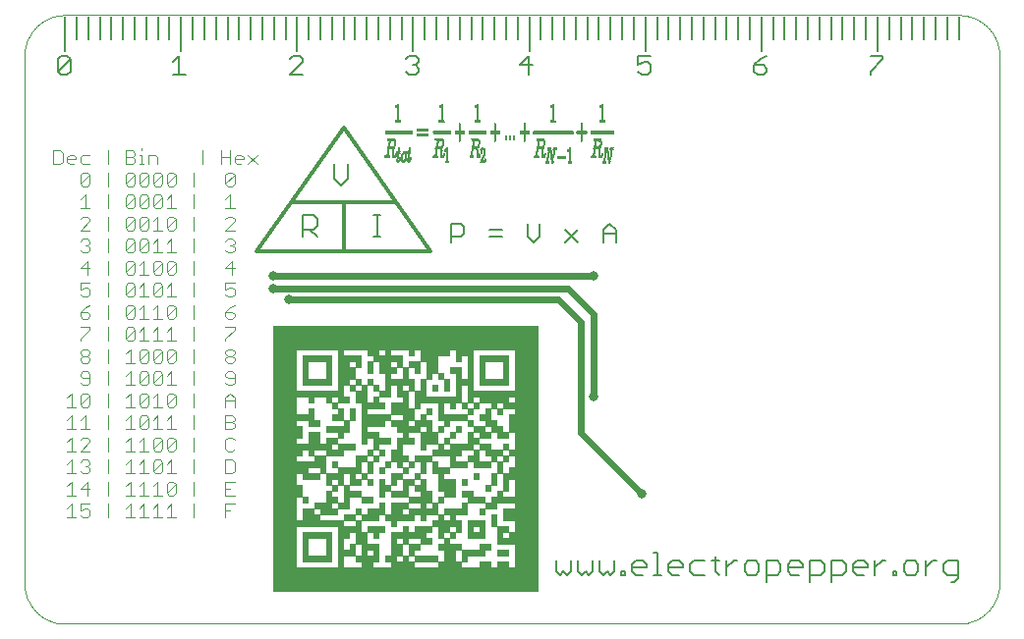
<source format=gtl>
G75*
%MOIN*%
%OFA0B0*%
%FSLAX25Y25*%
%IPPOS*%
%LPD*%
%AMOC8*
5,1,8,0,0,1.08239X$1,22.5*
%
%ADD10C,0.00000*%
%ADD11C,0.00600*%
%ADD12C,0.00400*%
%ADD13R,0.90000X0.00100*%
%ADD14R,0.08000X0.00100*%
%ADD15R,0.02000X0.00100*%
%ADD16R,0.04000X0.00100*%
%ADD17R,0.10000X0.00100*%
%ADD18R,0.06000X0.00100*%
%ADD19R,0.14000X0.00100*%
%ADD20R,0.12000X0.00100*%
%ADD21R,0.24000X0.00100*%
%ADD22R,0.16000X0.00100*%
%ADD23R,0.18000X0.00100*%
%ADD24R,0.20000X0.00100*%
%ADD25R,0.01100X0.00100*%
%ADD26R,0.00500X0.00100*%
%ADD27R,0.01400X0.00100*%
%ADD28R,0.00400X0.00100*%
%ADD29R,0.00600X0.00100*%
%ADD30R,0.01500X0.00100*%
%ADD31R,0.01700X0.00100*%
%ADD32R,0.00800X0.00100*%
%ADD33R,0.01800X0.00100*%
%ADD34R,0.01000X0.00100*%
%ADD35R,0.00900X0.00100*%
%ADD36R,0.01900X0.00100*%
%ADD37R,0.00700X0.00100*%
%ADD38R,0.01200X0.00100*%
%ADD39R,0.01300X0.00100*%
%ADD40R,0.01600X0.00100*%
%ADD41R,0.00300X0.00100*%
%ADD42R,0.02800X0.00100*%
%ADD43R,0.03000X0.00100*%
%ADD44R,0.02300X0.00100*%
%ADD45R,0.00100X0.00100*%
%ADD46R,0.02400X0.00100*%
%ADD47R,0.02200X0.00100*%
%ADD48R,0.02100X0.00100*%
%ADD49R,0.02500X0.00100*%
%ADD50R,0.02600X0.00100*%
%ADD51R,0.02900X0.00100*%
%ADD52R,0.02700X0.00100*%
%ADD53R,0.03700X0.00100*%
%ADD54R,0.09400X0.00100*%
%ADD55R,0.06300X0.00100*%
%ADD56R,0.03300X0.00100*%
%ADD57R,0.03200X0.00100*%
%ADD58R,0.03400X0.00100*%
%ADD59R,0.13700X0.00100*%
%ADD60R,0.08100X0.00100*%
%ADD61R,0.03500X0.00100*%
%ADD62R,0.03600X0.00100*%
%ADD63R,0.06200X0.00100*%
%ADD64R,0.13600X0.00100*%
%ADD65C,0.03150*%
%ADD66C,0.02362*%
%ADD67C,0.00787*%
%ADD68C,0.01181*%
D10*
X0076833Y0043663D02*
X0076833Y0222797D01*
X0076837Y0223130D01*
X0076849Y0223463D01*
X0076869Y0223795D01*
X0076897Y0224127D01*
X0076933Y0224458D01*
X0076978Y0224788D01*
X0077030Y0225117D01*
X0077090Y0225445D01*
X0077158Y0225771D01*
X0077233Y0226095D01*
X0077317Y0226417D01*
X0077408Y0226737D01*
X0077507Y0227055D01*
X0077614Y0227371D01*
X0077728Y0227683D01*
X0077850Y0227993D01*
X0077980Y0228300D01*
X0078116Y0228604D01*
X0078260Y0228904D01*
X0078411Y0229201D01*
X0078570Y0229494D01*
X0078735Y0229783D01*
X0078907Y0230068D01*
X0079086Y0230349D01*
X0079272Y0230625D01*
X0079465Y0230897D01*
X0079664Y0231164D01*
X0079869Y0231426D01*
X0080081Y0231683D01*
X0080299Y0231935D01*
X0080522Y0232181D01*
X0080752Y0232422D01*
X0080988Y0232658D01*
X0081229Y0232888D01*
X0081475Y0233111D01*
X0081727Y0233329D01*
X0081984Y0233541D01*
X0082246Y0233746D01*
X0082513Y0233945D01*
X0082785Y0234138D01*
X0083061Y0234324D01*
X0083342Y0234503D01*
X0083627Y0234675D01*
X0083916Y0234840D01*
X0084209Y0234999D01*
X0084506Y0235150D01*
X0084806Y0235294D01*
X0085110Y0235430D01*
X0085417Y0235560D01*
X0085727Y0235682D01*
X0086039Y0235796D01*
X0086355Y0235903D01*
X0086673Y0236002D01*
X0086993Y0236093D01*
X0087315Y0236177D01*
X0087639Y0236252D01*
X0087965Y0236320D01*
X0088293Y0236380D01*
X0088622Y0236432D01*
X0088952Y0236477D01*
X0089283Y0236513D01*
X0089615Y0236541D01*
X0089947Y0236561D01*
X0090280Y0236573D01*
X0090613Y0236577D01*
X0090613Y0236576D02*
X0393762Y0236576D01*
X0393762Y0236577D02*
X0394095Y0236573D01*
X0394428Y0236561D01*
X0394760Y0236541D01*
X0395092Y0236513D01*
X0395423Y0236477D01*
X0395753Y0236432D01*
X0396082Y0236380D01*
X0396410Y0236320D01*
X0396736Y0236252D01*
X0397060Y0236177D01*
X0397382Y0236093D01*
X0397702Y0236002D01*
X0398020Y0235903D01*
X0398336Y0235796D01*
X0398648Y0235682D01*
X0398958Y0235560D01*
X0399265Y0235430D01*
X0399569Y0235294D01*
X0399869Y0235150D01*
X0400166Y0234999D01*
X0400459Y0234840D01*
X0400748Y0234675D01*
X0401033Y0234503D01*
X0401314Y0234324D01*
X0401590Y0234138D01*
X0401862Y0233945D01*
X0402129Y0233746D01*
X0402391Y0233541D01*
X0402648Y0233329D01*
X0402900Y0233111D01*
X0403146Y0232888D01*
X0403387Y0232658D01*
X0403623Y0232422D01*
X0403853Y0232181D01*
X0404076Y0231935D01*
X0404294Y0231683D01*
X0404506Y0231426D01*
X0404711Y0231164D01*
X0404910Y0230897D01*
X0405103Y0230625D01*
X0405289Y0230349D01*
X0405468Y0230068D01*
X0405640Y0229783D01*
X0405805Y0229494D01*
X0405964Y0229201D01*
X0406115Y0228904D01*
X0406259Y0228604D01*
X0406395Y0228300D01*
X0406525Y0227993D01*
X0406647Y0227683D01*
X0406761Y0227371D01*
X0406868Y0227055D01*
X0406967Y0226737D01*
X0407058Y0226417D01*
X0407142Y0226095D01*
X0407217Y0225771D01*
X0407285Y0225445D01*
X0407345Y0225117D01*
X0407397Y0224788D01*
X0407442Y0224458D01*
X0407478Y0224127D01*
X0407506Y0223795D01*
X0407526Y0223463D01*
X0407538Y0223130D01*
X0407542Y0222797D01*
X0407542Y0043663D01*
X0407538Y0043330D01*
X0407526Y0042997D01*
X0407506Y0042665D01*
X0407478Y0042333D01*
X0407442Y0042002D01*
X0407397Y0041672D01*
X0407345Y0041343D01*
X0407285Y0041015D01*
X0407217Y0040689D01*
X0407142Y0040365D01*
X0407058Y0040043D01*
X0406967Y0039723D01*
X0406868Y0039405D01*
X0406761Y0039089D01*
X0406647Y0038777D01*
X0406525Y0038467D01*
X0406395Y0038160D01*
X0406259Y0037856D01*
X0406115Y0037556D01*
X0405964Y0037259D01*
X0405805Y0036966D01*
X0405640Y0036677D01*
X0405468Y0036392D01*
X0405289Y0036111D01*
X0405103Y0035835D01*
X0404910Y0035563D01*
X0404711Y0035296D01*
X0404506Y0035034D01*
X0404294Y0034777D01*
X0404076Y0034525D01*
X0403853Y0034279D01*
X0403623Y0034038D01*
X0403387Y0033802D01*
X0403146Y0033572D01*
X0402900Y0033349D01*
X0402648Y0033131D01*
X0402391Y0032919D01*
X0402129Y0032714D01*
X0401862Y0032515D01*
X0401590Y0032322D01*
X0401314Y0032136D01*
X0401033Y0031957D01*
X0400748Y0031785D01*
X0400459Y0031620D01*
X0400166Y0031461D01*
X0399869Y0031310D01*
X0399569Y0031166D01*
X0399265Y0031030D01*
X0398958Y0030900D01*
X0398648Y0030778D01*
X0398336Y0030664D01*
X0398020Y0030557D01*
X0397702Y0030458D01*
X0397382Y0030367D01*
X0397060Y0030283D01*
X0396736Y0030208D01*
X0396410Y0030140D01*
X0396082Y0030080D01*
X0395753Y0030028D01*
X0395423Y0029983D01*
X0395092Y0029947D01*
X0394760Y0029919D01*
X0394428Y0029899D01*
X0394095Y0029887D01*
X0393762Y0029883D01*
X0090613Y0029883D01*
X0090280Y0029887D01*
X0089947Y0029899D01*
X0089615Y0029919D01*
X0089283Y0029947D01*
X0088952Y0029983D01*
X0088622Y0030028D01*
X0088293Y0030080D01*
X0087965Y0030140D01*
X0087639Y0030208D01*
X0087315Y0030283D01*
X0086993Y0030367D01*
X0086673Y0030458D01*
X0086355Y0030557D01*
X0086039Y0030664D01*
X0085727Y0030778D01*
X0085417Y0030900D01*
X0085110Y0031030D01*
X0084806Y0031166D01*
X0084506Y0031310D01*
X0084209Y0031461D01*
X0083916Y0031620D01*
X0083627Y0031785D01*
X0083342Y0031957D01*
X0083061Y0032136D01*
X0082785Y0032322D01*
X0082513Y0032515D01*
X0082246Y0032714D01*
X0081984Y0032919D01*
X0081727Y0033131D01*
X0081475Y0033349D01*
X0081229Y0033572D01*
X0080988Y0033802D01*
X0080752Y0034038D01*
X0080522Y0034279D01*
X0080299Y0034525D01*
X0080081Y0034777D01*
X0079869Y0035034D01*
X0079664Y0035296D01*
X0079465Y0035563D01*
X0079272Y0035835D01*
X0079086Y0036111D01*
X0078907Y0036392D01*
X0078735Y0036677D01*
X0078570Y0036966D01*
X0078411Y0037259D01*
X0078260Y0037556D01*
X0078116Y0037856D01*
X0077980Y0038160D01*
X0077850Y0038467D01*
X0077728Y0038777D01*
X0077614Y0039089D01*
X0077507Y0039405D01*
X0077408Y0039723D01*
X0077317Y0040043D01*
X0077233Y0040365D01*
X0077158Y0040689D01*
X0077090Y0041015D01*
X0077030Y0041343D01*
X0076978Y0041672D01*
X0076933Y0042002D01*
X0076897Y0042333D01*
X0076869Y0042665D01*
X0076849Y0042997D01*
X0076837Y0043330D01*
X0076833Y0043663D01*
D11*
X0257233Y0047718D02*
X0258468Y0046483D01*
X0259702Y0047718D01*
X0260936Y0046483D01*
X0262171Y0047718D01*
X0262171Y0051421D01*
X0264600Y0051421D02*
X0264600Y0047718D01*
X0265834Y0046483D01*
X0267068Y0047718D01*
X0268303Y0046483D01*
X0269537Y0047718D01*
X0269537Y0051421D01*
X0271966Y0051421D02*
X0271966Y0047718D01*
X0273200Y0046483D01*
X0274435Y0047718D01*
X0275669Y0046483D01*
X0276903Y0047718D01*
X0276903Y0051421D01*
X0279332Y0047718D02*
X0280567Y0047718D01*
X0280567Y0046483D01*
X0279332Y0046483D01*
X0279332Y0047718D01*
X0283015Y0047718D02*
X0284250Y0046483D01*
X0286719Y0046483D01*
X0287953Y0048952D02*
X0283015Y0048952D01*
X0283015Y0047718D02*
X0283015Y0050186D01*
X0284250Y0051421D01*
X0286719Y0051421D01*
X0287953Y0050186D01*
X0287953Y0048952D01*
X0290382Y0046483D02*
X0292850Y0046483D01*
X0291616Y0046483D02*
X0291616Y0053890D01*
X0290382Y0053890D01*
X0295292Y0050186D02*
X0296527Y0051421D01*
X0298996Y0051421D01*
X0300230Y0050186D01*
X0300230Y0048952D01*
X0295292Y0048952D01*
X0295292Y0047718D02*
X0295292Y0050186D01*
X0295292Y0047718D02*
X0296527Y0046483D01*
X0298996Y0046483D01*
X0302659Y0047718D02*
X0303893Y0046483D01*
X0307596Y0046483D01*
X0311259Y0047718D02*
X0312494Y0046483D01*
X0311259Y0047718D02*
X0311259Y0052655D01*
X0310025Y0051421D02*
X0312494Y0051421D01*
X0314936Y0051421D02*
X0314936Y0046483D01*
X0314936Y0048952D02*
X0317405Y0051421D01*
X0318639Y0051421D01*
X0321075Y0050186D02*
X0321075Y0047718D01*
X0322309Y0046483D01*
X0324778Y0046483D01*
X0326012Y0047718D01*
X0326012Y0050186D01*
X0324778Y0051421D01*
X0322309Y0051421D01*
X0321075Y0050186D01*
X0328441Y0051421D02*
X0332144Y0051421D01*
X0333378Y0050186D01*
X0333378Y0047718D01*
X0332144Y0046483D01*
X0328441Y0046483D01*
X0328441Y0044015D02*
X0328441Y0051421D01*
X0335807Y0050186D02*
X0335807Y0047718D01*
X0337041Y0046483D01*
X0339510Y0046483D01*
X0340745Y0048952D02*
X0335807Y0048952D01*
X0335807Y0050186D02*
X0337041Y0051421D01*
X0339510Y0051421D01*
X0340745Y0050186D01*
X0340745Y0048952D01*
X0343173Y0046483D02*
X0346877Y0046483D01*
X0348111Y0047718D01*
X0348111Y0050186D01*
X0346877Y0051421D01*
X0343173Y0051421D01*
X0343173Y0044015D01*
X0350540Y0044015D02*
X0350540Y0051421D01*
X0354243Y0051421D01*
X0355477Y0050186D01*
X0355477Y0047718D01*
X0354243Y0046483D01*
X0350540Y0046483D01*
X0357906Y0047718D02*
X0357906Y0050186D01*
X0359140Y0051421D01*
X0361609Y0051421D01*
X0362844Y0050186D01*
X0362844Y0048952D01*
X0357906Y0048952D01*
X0357906Y0047718D02*
X0359140Y0046483D01*
X0361609Y0046483D01*
X0365272Y0046483D02*
X0365272Y0051421D01*
X0365272Y0048952D02*
X0367741Y0051421D01*
X0368975Y0051421D01*
X0371411Y0047718D02*
X0372645Y0047718D01*
X0372645Y0046483D01*
X0371411Y0046483D01*
X0371411Y0047718D01*
X0375094Y0047718D02*
X0375094Y0050186D01*
X0376328Y0051421D01*
X0378797Y0051421D01*
X0380032Y0050186D01*
X0380032Y0047718D01*
X0378797Y0046483D01*
X0376328Y0046483D01*
X0375094Y0047718D01*
X0382460Y0048952D02*
X0384929Y0051421D01*
X0386163Y0051421D01*
X0388599Y0050186D02*
X0388599Y0047718D01*
X0389833Y0046483D01*
X0393536Y0046483D01*
X0393536Y0045249D02*
X0393536Y0051421D01*
X0389833Y0051421D01*
X0388599Y0050186D01*
X0382460Y0051421D02*
X0382460Y0046483D01*
X0391068Y0044015D02*
X0392302Y0044015D01*
X0393536Y0045249D01*
X0307596Y0051421D02*
X0303893Y0051421D01*
X0302659Y0050186D01*
X0302659Y0047718D01*
X0257233Y0047718D02*
X0257233Y0051421D01*
X0260295Y0159317D02*
X0264565Y0163588D01*
X0260295Y0163588D02*
X0264565Y0159317D01*
X0273185Y0159317D02*
X0273185Y0163588D01*
X0275321Y0165723D01*
X0277456Y0163588D01*
X0277456Y0159317D01*
X0277456Y0162520D02*
X0273185Y0162520D01*
X0251674Y0161452D02*
X0251674Y0165723D01*
X0247404Y0165723D02*
X0247404Y0161452D01*
X0249539Y0159317D01*
X0251674Y0161452D01*
X0238783Y0161452D02*
X0234513Y0161452D01*
X0234513Y0163588D02*
X0238783Y0163588D01*
X0225892Y0164655D02*
X0225892Y0162520D01*
X0224824Y0161452D01*
X0221622Y0161452D01*
X0221622Y0159317D02*
X0221622Y0165723D01*
X0224824Y0165723D01*
X0225892Y0164655D01*
X0197670Y0161286D02*
X0195244Y0161286D01*
X0196457Y0161286D02*
X0196457Y0168566D01*
X0195244Y0168566D02*
X0197670Y0168566D01*
X0186711Y0181035D02*
X0184284Y0178609D01*
X0181858Y0181035D01*
X0181858Y0185889D01*
X0186711Y0185889D02*
X0186711Y0181035D01*
X0174868Y0168566D02*
X0171228Y0168566D01*
X0171228Y0161286D01*
X0171228Y0163712D02*
X0174868Y0163712D01*
X0176081Y0164926D01*
X0176081Y0167353D01*
X0174868Y0168566D01*
X0173655Y0163712D02*
X0176081Y0161286D01*
X0171167Y0216404D02*
X0166897Y0216404D01*
X0171167Y0220674D01*
X0171167Y0221742D01*
X0170100Y0222809D01*
X0167965Y0222809D01*
X0166897Y0221742D01*
X0131404Y0216404D02*
X0127133Y0216404D01*
X0129268Y0216404D02*
X0129268Y0222809D01*
X0127133Y0220674D01*
X0092427Y0221742D02*
X0092427Y0217471D01*
X0091360Y0216404D01*
X0089225Y0216404D01*
X0088157Y0217471D01*
X0092427Y0221742D01*
X0091360Y0222809D01*
X0089225Y0222809D01*
X0088157Y0221742D01*
X0088157Y0217471D01*
X0206267Y0217471D02*
X0207335Y0216404D01*
X0209470Y0216404D01*
X0210537Y0217471D01*
X0210537Y0218539D01*
X0209470Y0219607D01*
X0208402Y0219607D01*
X0209470Y0219607D02*
X0210537Y0220674D01*
X0210537Y0221742D01*
X0209470Y0222809D01*
X0207335Y0222809D01*
X0206267Y0221742D01*
X0244850Y0219607D02*
X0249120Y0219607D01*
X0248053Y0222809D02*
X0248053Y0216404D01*
X0244850Y0219607D02*
X0248053Y0222809D01*
X0285007Y0222809D02*
X0285007Y0219607D01*
X0287142Y0220674D01*
X0288210Y0220674D01*
X0289278Y0219607D01*
X0289278Y0217471D01*
X0288210Y0216404D01*
X0286075Y0216404D01*
X0285007Y0217471D01*
X0285007Y0222809D02*
X0289278Y0222809D01*
X0324377Y0219607D02*
X0324377Y0217471D01*
X0325445Y0216404D01*
X0327580Y0216404D01*
X0328648Y0217471D01*
X0328648Y0218539D01*
X0327580Y0219607D01*
X0324377Y0219607D01*
X0326513Y0221742D01*
X0328648Y0222809D01*
X0363748Y0222809D02*
X0368018Y0222809D01*
X0368018Y0221742D01*
X0363748Y0217471D01*
X0363748Y0216404D01*
D12*
X0155762Y0189112D02*
X0152693Y0186042D01*
X0151158Y0187577D02*
X0151158Y0188344D01*
X0150391Y0189112D01*
X0148856Y0189112D01*
X0148089Y0188344D01*
X0148089Y0186810D01*
X0148856Y0186042D01*
X0150391Y0186042D01*
X0151158Y0187577D02*
X0148089Y0187577D01*
X0146554Y0188344D02*
X0143485Y0188344D01*
X0143485Y0186042D02*
X0143485Y0190646D01*
X0146554Y0190646D02*
X0146554Y0186042D01*
X0145787Y0183146D02*
X0147322Y0183146D01*
X0148089Y0182379D01*
X0145020Y0179310D01*
X0145787Y0178542D01*
X0147322Y0178542D01*
X0148089Y0179310D01*
X0148089Y0182379D01*
X0145787Y0183146D02*
X0145020Y0182379D01*
X0145020Y0179310D01*
X0146554Y0175646D02*
X0146554Y0171042D01*
X0145020Y0171042D02*
X0148089Y0171042D01*
X0147322Y0168146D02*
X0145787Y0168146D01*
X0145020Y0167379D01*
X0147322Y0168146D02*
X0148089Y0167379D01*
X0148089Y0166612D01*
X0145020Y0163542D01*
X0148089Y0163542D01*
X0147322Y0160646D02*
X0145787Y0160646D01*
X0145020Y0159879D01*
X0146554Y0158344D02*
X0147322Y0158344D01*
X0148089Y0157577D01*
X0148089Y0156810D01*
X0147322Y0156042D01*
X0145787Y0156042D01*
X0145020Y0156810D01*
X0147322Y0158344D02*
X0148089Y0159112D01*
X0148089Y0159879D01*
X0147322Y0160646D01*
X0147322Y0153146D02*
X0145020Y0150844D01*
X0148089Y0150844D01*
X0147322Y0148542D02*
X0147322Y0153146D01*
X0148089Y0145646D02*
X0145020Y0145646D01*
X0145020Y0143344D01*
X0146554Y0144112D01*
X0147322Y0144112D01*
X0148089Y0143344D01*
X0148089Y0141810D01*
X0147322Y0141042D01*
X0145787Y0141042D01*
X0145020Y0141810D01*
X0146554Y0137379D02*
X0148089Y0138146D01*
X0146554Y0137379D02*
X0145020Y0135844D01*
X0147322Y0135844D01*
X0148089Y0135077D01*
X0148089Y0134310D01*
X0147322Y0133542D01*
X0145787Y0133542D01*
X0145020Y0134310D01*
X0145020Y0135844D01*
X0145020Y0130646D02*
X0148089Y0130646D01*
X0148089Y0129879D01*
X0145020Y0126810D01*
X0145020Y0126042D01*
X0145787Y0123146D02*
X0147322Y0123146D01*
X0148089Y0122379D01*
X0148089Y0121612D01*
X0147322Y0120844D01*
X0145787Y0120844D01*
X0145020Y0121612D01*
X0145020Y0122379D01*
X0145787Y0123146D01*
X0145787Y0120844D02*
X0145020Y0120077D01*
X0145020Y0119310D01*
X0145787Y0118542D01*
X0147322Y0118542D01*
X0148089Y0119310D01*
X0148089Y0120077D01*
X0147322Y0120844D01*
X0147322Y0115646D02*
X0145787Y0115646D01*
X0145020Y0114879D01*
X0145020Y0114112D01*
X0145787Y0113344D01*
X0148089Y0113344D01*
X0148089Y0111810D02*
X0148089Y0114879D01*
X0147322Y0115646D01*
X0148089Y0111810D02*
X0147322Y0111042D01*
X0145787Y0111042D01*
X0145020Y0111810D01*
X0146554Y0108146D02*
X0148089Y0106612D01*
X0148089Y0103542D01*
X0148089Y0105844D02*
X0145020Y0105844D01*
X0145020Y0106612D02*
X0146554Y0108146D01*
X0145020Y0106612D02*
X0145020Y0103542D01*
X0145020Y0100646D02*
X0147322Y0100646D01*
X0148089Y0099879D01*
X0148089Y0099112D01*
X0147322Y0098344D01*
X0145020Y0098344D01*
X0145020Y0096042D02*
X0147322Y0096042D01*
X0148089Y0096810D01*
X0148089Y0097577D01*
X0147322Y0098344D01*
X0145020Y0096042D02*
X0145020Y0100646D01*
X0145787Y0093146D02*
X0145020Y0092379D01*
X0145020Y0089310D01*
X0145787Y0088542D01*
X0147322Y0088542D01*
X0148089Y0089310D01*
X0148089Y0092379D02*
X0147322Y0093146D01*
X0145787Y0093146D01*
X0145020Y0085646D02*
X0147322Y0085646D01*
X0148089Y0084879D01*
X0148089Y0081810D01*
X0147322Y0081042D01*
X0145020Y0081042D01*
X0145020Y0085646D01*
X0134277Y0085646D02*
X0134277Y0081042D01*
X0128139Y0081042D02*
X0125069Y0081042D01*
X0126604Y0081042D02*
X0126604Y0085646D01*
X0125069Y0084112D01*
X0123535Y0084879D02*
X0120466Y0081810D01*
X0121233Y0081042D01*
X0122767Y0081042D01*
X0123535Y0081810D01*
X0123535Y0084879D01*
X0122767Y0085646D01*
X0121233Y0085646D01*
X0120466Y0084879D01*
X0120466Y0081810D01*
X0118931Y0081042D02*
X0115862Y0081042D01*
X0117396Y0081042D02*
X0117396Y0085646D01*
X0115862Y0084112D01*
X0112792Y0085646D02*
X0112792Y0081042D01*
X0111258Y0081042D02*
X0114327Y0081042D01*
X0111258Y0084112D02*
X0112792Y0085646D01*
X0112792Y0088542D02*
X0112792Y0093146D01*
X0111258Y0091612D01*
X0111258Y0088542D02*
X0114327Y0088542D01*
X0115862Y0088542D02*
X0118931Y0088542D01*
X0117396Y0088542D02*
X0117396Y0093146D01*
X0115862Y0091612D01*
X0120466Y0092379D02*
X0120466Y0089310D01*
X0123535Y0092379D01*
X0123535Y0089310D01*
X0122767Y0088542D01*
X0121233Y0088542D01*
X0120466Y0089310D01*
X0120466Y0092379D02*
X0121233Y0093146D01*
X0122767Y0093146D01*
X0123535Y0092379D01*
X0125069Y0092379D02*
X0125837Y0093146D01*
X0127371Y0093146D01*
X0128139Y0092379D01*
X0125069Y0089310D01*
X0125837Y0088542D01*
X0127371Y0088542D01*
X0128139Y0089310D01*
X0128139Y0092379D01*
X0125069Y0092379D02*
X0125069Y0089310D01*
X0134277Y0088542D02*
X0134277Y0093146D01*
X0134277Y0096042D02*
X0134277Y0100646D01*
X0134277Y0103542D02*
X0134277Y0108146D01*
X0134277Y0111042D02*
X0134277Y0115646D01*
X0134277Y0118542D02*
X0134277Y0123146D01*
X0128139Y0122379D02*
X0128139Y0119310D01*
X0127371Y0118542D01*
X0125837Y0118542D01*
X0125069Y0119310D01*
X0128139Y0122379D01*
X0127371Y0123146D01*
X0125837Y0123146D01*
X0125069Y0122379D01*
X0125069Y0119310D01*
X0123535Y0119310D02*
X0122767Y0118542D01*
X0121233Y0118542D01*
X0120466Y0119310D01*
X0123535Y0122379D01*
X0123535Y0119310D01*
X0123535Y0122379D02*
X0122767Y0123146D01*
X0121233Y0123146D01*
X0120466Y0122379D01*
X0120466Y0119310D01*
X0118931Y0119310D02*
X0118164Y0118542D01*
X0116629Y0118542D01*
X0115862Y0119310D01*
X0118931Y0122379D01*
X0118931Y0119310D01*
X0118931Y0122379D02*
X0118164Y0123146D01*
X0116629Y0123146D01*
X0115862Y0122379D01*
X0115862Y0119310D01*
X0114327Y0118542D02*
X0111258Y0118542D01*
X0112792Y0118542D02*
X0112792Y0123146D01*
X0111258Y0121612D01*
X0112025Y0126042D02*
X0111258Y0126810D01*
X0114327Y0129879D01*
X0114327Y0126810D01*
X0113560Y0126042D01*
X0112025Y0126042D01*
X0111258Y0126810D02*
X0111258Y0129879D01*
X0112025Y0130646D01*
X0113560Y0130646D01*
X0114327Y0129879D01*
X0115862Y0129112D02*
X0117396Y0130646D01*
X0117396Y0126042D01*
X0115862Y0126042D02*
X0118931Y0126042D01*
X0120466Y0126042D02*
X0123535Y0126042D01*
X0125069Y0126042D02*
X0128139Y0126042D01*
X0126604Y0126042D02*
X0126604Y0130646D01*
X0125069Y0129112D01*
X0122000Y0130646D02*
X0122000Y0126042D01*
X0120466Y0129112D02*
X0122000Y0130646D01*
X0122000Y0133542D02*
X0122000Y0138146D01*
X0120466Y0136612D01*
X0120466Y0133542D02*
X0123535Y0133542D01*
X0125069Y0134310D02*
X0128139Y0137379D01*
X0128139Y0134310D01*
X0127371Y0133542D01*
X0125837Y0133542D01*
X0125069Y0134310D01*
X0125069Y0137379D01*
X0125837Y0138146D01*
X0127371Y0138146D01*
X0128139Y0137379D01*
X0134277Y0138146D02*
X0134277Y0133542D01*
X0134277Y0130646D02*
X0134277Y0126042D01*
X0118931Y0133542D02*
X0115862Y0133542D01*
X0117396Y0133542D02*
X0117396Y0138146D01*
X0115862Y0136612D01*
X0114327Y0137379D02*
X0111258Y0134310D01*
X0112025Y0133542D01*
X0113560Y0133542D01*
X0114327Y0134310D01*
X0114327Y0137379D01*
X0113560Y0138146D01*
X0112025Y0138146D01*
X0111258Y0137379D01*
X0111258Y0134310D01*
X0105119Y0133542D02*
X0105119Y0138146D01*
X0105119Y0141042D02*
X0105119Y0145646D01*
X0105119Y0148542D02*
X0105119Y0153146D01*
X0105119Y0156042D02*
X0105119Y0160646D01*
X0105119Y0163542D02*
X0105119Y0168146D01*
X0105119Y0171042D02*
X0105119Y0175646D01*
X0105119Y0178542D02*
X0105119Y0183146D01*
X0105119Y0186042D02*
X0105119Y0190646D01*
X0098981Y0189112D02*
X0096679Y0189112D01*
X0095911Y0188344D01*
X0095911Y0186810D01*
X0096679Y0186042D01*
X0098981Y0186042D01*
X0098213Y0183146D02*
X0096679Y0183146D01*
X0095911Y0182379D01*
X0095911Y0179310D01*
X0098981Y0182379D01*
X0098981Y0179310D01*
X0098213Y0178542D01*
X0096679Y0178542D01*
X0095911Y0179310D01*
X0098981Y0182379D02*
X0098213Y0183146D01*
X0094377Y0187577D02*
X0091307Y0187577D01*
X0091307Y0186810D02*
X0091307Y0188344D01*
X0092075Y0189112D01*
X0093609Y0189112D01*
X0094377Y0188344D01*
X0094377Y0187577D01*
X0093609Y0186042D02*
X0092075Y0186042D01*
X0091307Y0186810D01*
X0089773Y0186810D02*
X0089773Y0189879D01*
X0089005Y0190646D01*
X0086703Y0190646D01*
X0086703Y0186042D01*
X0089005Y0186042D01*
X0089773Y0186810D01*
X0097446Y0175646D02*
X0097446Y0171042D01*
X0095911Y0171042D02*
X0098981Y0171042D01*
X0098213Y0168146D02*
X0096679Y0168146D01*
X0095911Y0167379D01*
X0098213Y0168146D02*
X0098981Y0167379D01*
X0098981Y0166612D01*
X0095911Y0163542D01*
X0098981Y0163542D01*
X0098213Y0160646D02*
X0096679Y0160646D01*
X0095911Y0159879D01*
X0097446Y0158344D02*
X0098213Y0158344D01*
X0098981Y0157577D01*
X0098981Y0156810D01*
X0098213Y0156042D01*
X0096679Y0156042D01*
X0095911Y0156810D01*
X0098213Y0158344D02*
X0098981Y0159112D01*
X0098981Y0159879D01*
X0098213Y0160646D01*
X0098213Y0153146D02*
X0095911Y0150844D01*
X0098981Y0150844D01*
X0098213Y0148542D02*
X0098213Y0153146D01*
X0098981Y0145646D02*
X0095911Y0145646D01*
X0095911Y0143344D01*
X0097446Y0144112D01*
X0098213Y0144112D01*
X0098981Y0143344D01*
X0098981Y0141810D01*
X0098213Y0141042D01*
X0096679Y0141042D01*
X0095911Y0141810D01*
X0097446Y0137379D02*
X0098981Y0138146D01*
X0097446Y0137379D02*
X0095911Y0135844D01*
X0098213Y0135844D01*
X0098981Y0135077D01*
X0098981Y0134310D01*
X0098213Y0133542D01*
X0096679Y0133542D01*
X0095911Y0134310D01*
X0095911Y0135844D01*
X0095911Y0130646D02*
X0098981Y0130646D01*
X0098981Y0129879D01*
X0095911Y0126810D01*
X0095911Y0126042D01*
X0096679Y0123146D02*
X0098213Y0123146D01*
X0098981Y0122379D01*
X0098981Y0121612D01*
X0098213Y0120844D01*
X0096679Y0120844D01*
X0095911Y0121612D01*
X0095911Y0122379D01*
X0096679Y0123146D01*
X0096679Y0120844D02*
X0095911Y0120077D01*
X0095911Y0119310D01*
X0096679Y0118542D01*
X0098213Y0118542D01*
X0098981Y0119310D01*
X0098981Y0120077D01*
X0098213Y0120844D01*
X0105119Y0123146D02*
X0105119Y0118542D01*
X0105119Y0115646D02*
X0105119Y0111042D01*
X0105119Y0108146D02*
X0105119Y0103542D01*
X0105119Y0100646D02*
X0105119Y0096042D01*
X0105119Y0093146D02*
X0105119Y0088542D01*
X0105119Y0085646D02*
X0105119Y0081042D01*
X0098981Y0081810D02*
X0098213Y0081042D01*
X0096679Y0081042D01*
X0095911Y0081810D01*
X0094377Y0081042D02*
X0091307Y0081042D01*
X0092842Y0081042D02*
X0092842Y0085646D01*
X0091307Y0084112D01*
X0095911Y0084879D02*
X0096679Y0085646D01*
X0098213Y0085646D01*
X0098981Y0084879D01*
X0098981Y0084112D01*
X0098213Y0083344D01*
X0098981Y0082577D01*
X0098981Y0081810D01*
X0098213Y0083344D02*
X0097446Y0083344D01*
X0098981Y0088542D02*
X0095911Y0088542D01*
X0098981Y0091612D01*
X0098981Y0092379D01*
X0098213Y0093146D01*
X0096679Y0093146D01*
X0095911Y0092379D01*
X0092842Y0093146D02*
X0092842Y0088542D01*
X0091307Y0088542D02*
X0094377Y0088542D01*
X0091307Y0091612D02*
X0092842Y0093146D01*
X0092842Y0096042D02*
X0092842Y0100646D01*
X0091307Y0099112D01*
X0091307Y0096042D02*
X0094377Y0096042D01*
X0095911Y0096042D02*
X0098981Y0096042D01*
X0097446Y0096042D02*
X0097446Y0100646D01*
X0095911Y0099112D01*
X0096679Y0103542D02*
X0095911Y0104310D01*
X0098981Y0107379D01*
X0098981Y0104310D01*
X0098213Y0103542D01*
X0096679Y0103542D01*
X0095911Y0104310D02*
X0095911Y0107379D01*
X0096679Y0108146D01*
X0098213Y0108146D01*
X0098981Y0107379D01*
X0098213Y0111042D02*
X0096679Y0111042D01*
X0095911Y0111810D01*
X0096679Y0113344D02*
X0098981Y0113344D01*
X0098981Y0111810D02*
X0098981Y0114879D01*
X0098213Y0115646D01*
X0096679Y0115646D01*
X0095911Y0114879D01*
X0095911Y0114112D01*
X0096679Y0113344D01*
X0098213Y0111042D02*
X0098981Y0111810D01*
X0092842Y0108146D02*
X0092842Y0103542D01*
X0091307Y0103542D02*
X0094377Y0103542D01*
X0091307Y0106612D02*
X0092842Y0108146D01*
X0111258Y0106612D02*
X0112792Y0108146D01*
X0112792Y0103542D01*
X0111258Y0103542D02*
X0114327Y0103542D01*
X0115862Y0104310D02*
X0118931Y0107379D01*
X0118931Y0104310D01*
X0118164Y0103542D01*
X0116629Y0103542D01*
X0115862Y0104310D01*
X0115862Y0107379D01*
X0116629Y0108146D01*
X0118164Y0108146D01*
X0118931Y0107379D01*
X0120466Y0106612D02*
X0122000Y0108146D01*
X0122000Y0103542D01*
X0120466Y0103542D02*
X0123535Y0103542D01*
X0125069Y0104310D02*
X0128139Y0107379D01*
X0128139Y0104310D01*
X0127371Y0103542D01*
X0125837Y0103542D01*
X0125069Y0104310D01*
X0125069Y0107379D01*
X0125837Y0108146D01*
X0127371Y0108146D01*
X0128139Y0107379D01*
X0128139Y0111042D02*
X0125069Y0111042D01*
X0126604Y0111042D02*
X0126604Y0115646D01*
X0125069Y0114112D01*
X0123535Y0114879D02*
X0120466Y0111810D01*
X0121233Y0111042D01*
X0122767Y0111042D01*
X0123535Y0111810D01*
X0123535Y0114879D01*
X0122767Y0115646D01*
X0121233Y0115646D01*
X0120466Y0114879D01*
X0120466Y0111810D01*
X0118931Y0111810D02*
X0118164Y0111042D01*
X0116629Y0111042D01*
X0115862Y0111810D01*
X0118931Y0114879D01*
X0118931Y0111810D01*
X0118931Y0114879D02*
X0118164Y0115646D01*
X0116629Y0115646D01*
X0115862Y0114879D01*
X0115862Y0111810D01*
X0114327Y0111042D02*
X0111258Y0111042D01*
X0112792Y0111042D02*
X0112792Y0115646D01*
X0111258Y0114112D01*
X0105119Y0126042D02*
X0105119Y0130646D01*
X0112025Y0141042D02*
X0111258Y0141810D01*
X0114327Y0144879D01*
X0114327Y0141810D01*
X0113560Y0141042D01*
X0112025Y0141042D01*
X0111258Y0141810D02*
X0111258Y0144879D01*
X0112025Y0145646D01*
X0113560Y0145646D01*
X0114327Y0144879D01*
X0115862Y0144112D02*
X0117396Y0145646D01*
X0117396Y0141042D01*
X0115862Y0141042D02*
X0118931Y0141042D01*
X0120466Y0141810D02*
X0123535Y0144879D01*
X0123535Y0141810D01*
X0122767Y0141042D01*
X0121233Y0141042D01*
X0120466Y0141810D01*
X0120466Y0144879D01*
X0121233Y0145646D01*
X0122767Y0145646D01*
X0123535Y0144879D01*
X0125069Y0144112D02*
X0126604Y0145646D01*
X0126604Y0141042D01*
X0125069Y0141042D02*
X0128139Y0141042D01*
X0134277Y0141042D02*
X0134277Y0145646D01*
X0134277Y0148542D02*
X0134277Y0153146D01*
X0134277Y0156042D02*
X0134277Y0160646D01*
X0134277Y0163542D02*
X0134277Y0168146D01*
X0134277Y0171042D02*
X0134277Y0175646D01*
X0134277Y0178542D02*
X0134277Y0183146D01*
X0137347Y0186042D02*
X0137347Y0190646D01*
X0128139Y0182379D02*
X0127371Y0183146D01*
X0125837Y0183146D01*
X0125069Y0182379D01*
X0125069Y0179310D01*
X0128139Y0182379D01*
X0128139Y0179310D01*
X0127371Y0178542D01*
X0125837Y0178542D01*
X0125069Y0179310D01*
X0123535Y0179310D02*
X0122767Y0178542D01*
X0121233Y0178542D01*
X0120466Y0179310D01*
X0123535Y0182379D01*
X0123535Y0179310D01*
X0123535Y0182379D02*
X0122767Y0183146D01*
X0121233Y0183146D01*
X0120466Y0182379D01*
X0120466Y0179310D01*
X0118931Y0179310D02*
X0118164Y0178542D01*
X0116629Y0178542D01*
X0115862Y0179310D01*
X0118931Y0182379D01*
X0118931Y0179310D01*
X0118931Y0182379D02*
X0118164Y0183146D01*
X0116629Y0183146D01*
X0115862Y0182379D01*
X0115862Y0179310D01*
X0114327Y0179310D02*
X0114327Y0182379D01*
X0111258Y0179310D01*
X0112025Y0178542D01*
X0113560Y0178542D01*
X0114327Y0179310D01*
X0114327Y0182379D02*
X0113560Y0183146D01*
X0112025Y0183146D01*
X0111258Y0182379D01*
X0111258Y0179310D01*
X0112025Y0175646D02*
X0113560Y0175646D01*
X0114327Y0174879D01*
X0111258Y0171810D01*
X0112025Y0171042D01*
X0113560Y0171042D01*
X0114327Y0171810D01*
X0114327Y0174879D01*
X0115862Y0174879D02*
X0115862Y0171810D01*
X0118931Y0174879D01*
X0118931Y0171810D01*
X0118164Y0171042D01*
X0116629Y0171042D01*
X0115862Y0171810D01*
X0115862Y0174879D02*
X0116629Y0175646D01*
X0118164Y0175646D01*
X0118931Y0174879D01*
X0120466Y0174879D02*
X0121233Y0175646D01*
X0122767Y0175646D01*
X0123535Y0174879D01*
X0120466Y0171810D01*
X0121233Y0171042D01*
X0122767Y0171042D01*
X0123535Y0171810D01*
X0123535Y0174879D01*
X0125069Y0174112D02*
X0126604Y0175646D01*
X0126604Y0171042D01*
X0125069Y0171042D02*
X0128139Y0171042D01*
X0127371Y0168146D02*
X0125837Y0168146D01*
X0125069Y0167379D01*
X0125069Y0164310D01*
X0128139Y0167379D01*
X0128139Y0164310D01*
X0127371Y0163542D01*
X0125837Y0163542D01*
X0125069Y0164310D01*
X0123535Y0163542D02*
X0120466Y0163542D01*
X0122000Y0163542D02*
X0122000Y0168146D01*
X0120466Y0166612D01*
X0118931Y0167379D02*
X0115862Y0164310D01*
X0116629Y0163542D01*
X0118164Y0163542D01*
X0118931Y0164310D01*
X0118931Y0167379D01*
X0118164Y0168146D01*
X0116629Y0168146D01*
X0115862Y0167379D01*
X0115862Y0164310D01*
X0114327Y0164310D02*
X0113560Y0163542D01*
X0112025Y0163542D01*
X0111258Y0164310D01*
X0114327Y0167379D01*
X0114327Y0164310D01*
X0114327Y0167379D02*
X0113560Y0168146D01*
X0112025Y0168146D01*
X0111258Y0167379D01*
X0111258Y0164310D01*
X0112025Y0160646D02*
X0113560Y0160646D01*
X0114327Y0159879D01*
X0111258Y0156810D01*
X0112025Y0156042D01*
X0113560Y0156042D01*
X0114327Y0156810D01*
X0114327Y0159879D01*
X0115862Y0159879D02*
X0115862Y0156810D01*
X0118931Y0159879D01*
X0118931Y0156810D01*
X0118164Y0156042D01*
X0116629Y0156042D01*
X0115862Y0156810D01*
X0115862Y0159879D02*
X0116629Y0160646D01*
X0118164Y0160646D01*
X0118931Y0159879D01*
X0120466Y0159112D02*
X0122000Y0160646D01*
X0122000Y0156042D01*
X0120466Y0156042D02*
X0123535Y0156042D01*
X0125069Y0156042D02*
X0128139Y0156042D01*
X0126604Y0156042D02*
X0126604Y0160646D01*
X0125069Y0159112D01*
X0125837Y0153146D02*
X0127371Y0153146D01*
X0128139Y0152379D01*
X0125069Y0149310D01*
X0125837Y0148542D01*
X0127371Y0148542D01*
X0128139Y0149310D01*
X0128139Y0152379D01*
X0125837Y0153146D02*
X0125069Y0152379D01*
X0125069Y0149310D01*
X0123535Y0149310D02*
X0122767Y0148542D01*
X0121233Y0148542D01*
X0120466Y0149310D01*
X0123535Y0152379D01*
X0123535Y0149310D01*
X0120466Y0149310D02*
X0120466Y0152379D01*
X0121233Y0153146D01*
X0122767Y0153146D01*
X0123535Y0152379D01*
X0118931Y0148542D02*
X0115862Y0148542D01*
X0117396Y0148542D02*
X0117396Y0153146D01*
X0115862Y0151612D01*
X0114327Y0152379D02*
X0111258Y0149310D01*
X0112025Y0148542D01*
X0113560Y0148542D01*
X0114327Y0149310D01*
X0114327Y0152379D01*
X0113560Y0153146D01*
X0112025Y0153146D01*
X0111258Y0152379D01*
X0111258Y0149310D01*
X0111258Y0156810D02*
X0111258Y0159879D01*
X0112025Y0160646D01*
X0127371Y0168146D02*
X0128139Y0167379D01*
X0120466Y0171810D02*
X0120466Y0174879D01*
X0112025Y0175646D02*
X0111258Y0174879D01*
X0111258Y0171810D01*
X0097446Y0175646D02*
X0095911Y0174112D01*
X0111258Y0186042D02*
X0113560Y0186042D01*
X0114327Y0186810D01*
X0114327Y0187577D01*
X0113560Y0188344D01*
X0111258Y0188344D01*
X0111258Y0186042D02*
X0111258Y0190646D01*
X0113560Y0190646D01*
X0114327Y0189879D01*
X0114327Y0189112D01*
X0113560Y0188344D01*
X0115862Y0189112D02*
X0116629Y0189112D01*
X0116629Y0186042D01*
X0115862Y0186042D02*
X0117396Y0186042D01*
X0118931Y0186042D02*
X0118931Y0189112D01*
X0121233Y0189112D01*
X0122000Y0188344D01*
X0122000Y0186042D01*
X0116629Y0190646D02*
X0116629Y0191414D01*
X0145020Y0174112D02*
X0146554Y0175646D01*
X0155762Y0186042D02*
X0152693Y0189112D01*
X0126604Y0100646D02*
X0126604Y0096042D01*
X0125069Y0096042D02*
X0128139Y0096042D01*
X0125069Y0099112D02*
X0126604Y0100646D01*
X0122000Y0100646D02*
X0120466Y0099112D01*
X0118931Y0099879D02*
X0115862Y0096810D01*
X0116629Y0096042D01*
X0118164Y0096042D01*
X0118931Y0096810D01*
X0118931Y0099879D01*
X0118164Y0100646D01*
X0116629Y0100646D01*
X0115862Y0099879D01*
X0115862Y0096810D01*
X0114327Y0096042D02*
X0111258Y0096042D01*
X0112792Y0096042D02*
X0112792Y0100646D01*
X0111258Y0099112D01*
X0120466Y0096042D02*
X0123535Y0096042D01*
X0122000Y0096042D02*
X0122000Y0100646D01*
X0122000Y0078146D02*
X0122000Y0073542D01*
X0120466Y0073542D02*
X0123535Y0073542D01*
X0125069Y0074310D02*
X0125837Y0073542D01*
X0127371Y0073542D01*
X0128139Y0074310D01*
X0128139Y0077379D01*
X0125069Y0074310D01*
X0125069Y0077379D01*
X0125837Y0078146D01*
X0127371Y0078146D01*
X0128139Y0077379D01*
X0134277Y0078146D02*
X0134277Y0073542D01*
X0134277Y0070646D02*
X0134277Y0066042D01*
X0128139Y0066042D02*
X0125069Y0066042D01*
X0123535Y0066042D02*
X0120466Y0066042D01*
X0122000Y0066042D02*
X0122000Y0070646D01*
X0120466Y0069112D01*
X0117396Y0070646D02*
X0117396Y0066042D01*
X0115862Y0066042D02*
X0118931Y0066042D01*
X0126604Y0066042D02*
X0126604Y0070646D01*
X0125069Y0069112D01*
X0118931Y0073542D02*
X0115862Y0073542D01*
X0117396Y0073542D02*
X0117396Y0078146D01*
X0115862Y0076612D01*
X0112792Y0078146D02*
X0112792Y0073542D01*
X0111258Y0073542D02*
X0114327Y0073542D01*
X0112792Y0070646D02*
X0112792Y0066042D01*
X0111258Y0066042D02*
X0114327Y0066042D01*
X0115862Y0069112D02*
X0117396Y0070646D01*
X0112792Y0070646D02*
X0111258Y0069112D01*
X0105119Y0070646D02*
X0105119Y0066042D01*
X0098981Y0066810D02*
X0098213Y0066042D01*
X0096679Y0066042D01*
X0095911Y0066810D01*
X0095911Y0068344D02*
X0097446Y0069112D01*
X0098213Y0069112D01*
X0098981Y0068344D01*
X0098981Y0066810D01*
X0095911Y0068344D02*
X0095911Y0070646D01*
X0098981Y0070646D01*
X0098213Y0073542D02*
X0098213Y0078146D01*
X0095911Y0075844D01*
X0098981Y0075844D01*
X0094377Y0073542D02*
X0091307Y0073542D01*
X0092842Y0073542D02*
X0092842Y0078146D01*
X0091307Y0076612D01*
X0092842Y0070646D02*
X0092842Y0066042D01*
X0091307Y0066042D02*
X0094377Y0066042D01*
X0091307Y0069112D02*
X0092842Y0070646D01*
X0105119Y0073542D02*
X0105119Y0078146D01*
X0111258Y0076612D02*
X0112792Y0078146D01*
X0120466Y0076612D02*
X0122000Y0078146D01*
X0145020Y0078146D02*
X0145020Y0073542D01*
X0148089Y0073542D01*
X0146554Y0075844D02*
X0145020Y0075844D01*
X0145020Y0078146D02*
X0148089Y0078146D01*
X0148089Y0070646D02*
X0145020Y0070646D01*
X0145020Y0066042D01*
X0145020Y0068344D02*
X0146554Y0068344D01*
D13*
X0206183Y0048583D03*
X0206183Y0048483D03*
X0206183Y0048383D03*
X0206183Y0048283D03*
X0206183Y0048183D03*
X0206183Y0048083D03*
X0206183Y0047983D03*
X0206183Y0047883D03*
X0206183Y0047783D03*
X0206183Y0047683D03*
X0206183Y0047583D03*
X0206183Y0047483D03*
X0206183Y0047383D03*
X0206183Y0047283D03*
X0206183Y0047183D03*
X0206183Y0047083D03*
X0206183Y0046983D03*
X0206183Y0046883D03*
X0206183Y0046783D03*
X0206183Y0046683D03*
X0206183Y0046583D03*
X0206183Y0046483D03*
X0206183Y0046383D03*
X0206183Y0046283D03*
X0206183Y0046183D03*
X0206183Y0046083D03*
X0206183Y0045983D03*
X0206183Y0045883D03*
X0206183Y0045783D03*
X0206183Y0045683D03*
X0206183Y0045583D03*
X0206183Y0045483D03*
X0206183Y0045383D03*
X0206183Y0045283D03*
X0206183Y0045183D03*
X0206183Y0045083D03*
X0206183Y0044983D03*
X0206183Y0044883D03*
X0206183Y0044783D03*
X0206183Y0044683D03*
X0206183Y0044583D03*
X0206183Y0044483D03*
X0206183Y0044383D03*
X0206183Y0044283D03*
X0206183Y0044183D03*
X0206183Y0044083D03*
X0206183Y0043983D03*
X0206183Y0043883D03*
X0206183Y0043783D03*
X0206183Y0043683D03*
X0206183Y0043583D03*
X0206183Y0043483D03*
X0206183Y0043383D03*
X0206183Y0043283D03*
X0206183Y0043183D03*
X0206183Y0043083D03*
X0206183Y0042983D03*
X0206183Y0042883D03*
X0206183Y0042783D03*
X0206183Y0042683D03*
X0206183Y0042583D03*
X0206183Y0042483D03*
X0206183Y0042383D03*
X0206183Y0042283D03*
X0206183Y0042183D03*
X0206183Y0042083D03*
X0206183Y0041983D03*
X0206183Y0041883D03*
X0206183Y0041783D03*
X0206183Y0041683D03*
X0206183Y0041583D03*
X0206183Y0041483D03*
X0206183Y0041383D03*
X0206183Y0041283D03*
X0206183Y0041183D03*
X0206183Y0041083D03*
X0206183Y0040983D03*
X0206183Y0040883D03*
X0206183Y0040783D03*
X0206183Y0040683D03*
X0206183Y0122683D03*
X0206183Y0122783D03*
X0206183Y0122883D03*
X0206183Y0122983D03*
X0206183Y0123083D03*
X0206183Y0123183D03*
X0206183Y0123283D03*
X0206183Y0123383D03*
X0206183Y0123483D03*
X0206183Y0123583D03*
X0206183Y0123683D03*
X0206183Y0123783D03*
X0206183Y0123883D03*
X0206183Y0123983D03*
X0206183Y0124083D03*
X0206183Y0124183D03*
X0206183Y0124283D03*
X0206183Y0124383D03*
X0206183Y0124483D03*
X0206183Y0124583D03*
X0206183Y0124683D03*
X0206183Y0124783D03*
X0206183Y0124883D03*
X0206183Y0124983D03*
X0206183Y0125083D03*
X0206183Y0125183D03*
X0206183Y0125283D03*
X0206183Y0125383D03*
X0206183Y0125483D03*
X0206183Y0125583D03*
X0206183Y0125683D03*
X0206183Y0125783D03*
X0206183Y0125883D03*
X0206183Y0125983D03*
X0206183Y0126083D03*
X0206183Y0126183D03*
X0206183Y0126283D03*
X0206183Y0126383D03*
X0206183Y0126483D03*
X0206183Y0126583D03*
X0206183Y0126683D03*
X0206183Y0126783D03*
X0206183Y0126883D03*
X0206183Y0126983D03*
X0206183Y0127083D03*
X0206183Y0127183D03*
X0206183Y0127283D03*
X0206183Y0127383D03*
X0206183Y0127483D03*
X0206183Y0127583D03*
X0206183Y0127683D03*
X0206183Y0127783D03*
X0206183Y0127883D03*
X0206183Y0127983D03*
X0206183Y0128083D03*
X0206183Y0128183D03*
X0206183Y0128283D03*
X0206183Y0128383D03*
X0206183Y0128483D03*
X0206183Y0128583D03*
X0206183Y0128683D03*
X0206183Y0128783D03*
X0206183Y0128883D03*
X0206183Y0128983D03*
X0206183Y0129083D03*
X0206183Y0129183D03*
X0206183Y0129283D03*
X0206183Y0129383D03*
X0206183Y0129483D03*
X0206183Y0129583D03*
X0206183Y0129683D03*
X0206183Y0129783D03*
X0206183Y0129883D03*
X0206183Y0129983D03*
X0206183Y0130083D03*
X0206183Y0130183D03*
X0206183Y0130283D03*
X0206183Y0130383D03*
X0206183Y0130483D03*
X0206183Y0130583D03*
D14*
X0187183Y0120583D03*
X0187183Y0120483D03*
X0187183Y0120383D03*
X0187183Y0120283D03*
X0187183Y0120183D03*
X0187183Y0120083D03*
X0187183Y0119983D03*
X0187183Y0119883D03*
X0187183Y0119783D03*
X0187183Y0119683D03*
X0187183Y0119583D03*
X0187183Y0119483D03*
X0187183Y0119383D03*
X0187183Y0119283D03*
X0187183Y0119183D03*
X0187183Y0119083D03*
X0187183Y0118983D03*
X0187183Y0118883D03*
X0187183Y0118783D03*
X0187183Y0118683D03*
X0195183Y0104583D03*
X0195183Y0104483D03*
X0195183Y0104383D03*
X0195183Y0104283D03*
X0195183Y0104183D03*
X0195183Y0104083D03*
X0195183Y0103983D03*
X0195183Y0103883D03*
X0195183Y0103783D03*
X0195183Y0103683D03*
X0195183Y0103583D03*
X0195183Y0103483D03*
X0195183Y0103383D03*
X0195183Y0103283D03*
X0195183Y0103183D03*
X0195183Y0103083D03*
X0195183Y0102983D03*
X0195183Y0102883D03*
X0195183Y0102783D03*
X0195183Y0102683D03*
X0195183Y0098583D03*
X0195183Y0098483D03*
X0195183Y0098383D03*
X0195183Y0098283D03*
X0195183Y0098183D03*
X0195183Y0098083D03*
X0195183Y0097983D03*
X0195183Y0097883D03*
X0195183Y0097783D03*
X0195183Y0097683D03*
X0195183Y0097583D03*
X0195183Y0097483D03*
X0195183Y0097383D03*
X0195183Y0097283D03*
X0195183Y0097183D03*
X0195183Y0097083D03*
X0195183Y0096983D03*
X0195183Y0096883D03*
X0195183Y0096783D03*
X0195183Y0096683D03*
X0205183Y0100683D03*
X0205183Y0100783D03*
X0205183Y0100883D03*
X0205183Y0100983D03*
X0205183Y0101083D03*
X0205183Y0101183D03*
X0205183Y0101283D03*
X0205183Y0101383D03*
X0205183Y0101483D03*
X0205183Y0101583D03*
X0205183Y0101683D03*
X0205183Y0101783D03*
X0205183Y0101883D03*
X0205183Y0101983D03*
X0205183Y0102083D03*
X0205183Y0102183D03*
X0205183Y0102283D03*
X0205183Y0102383D03*
X0205183Y0102483D03*
X0205183Y0102583D03*
X0207183Y0096583D03*
X0207183Y0096483D03*
X0207183Y0096383D03*
X0207183Y0096283D03*
X0207183Y0096183D03*
X0207183Y0096083D03*
X0207183Y0095983D03*
X0207183Y0095883D03*
X0207183Y0095783D03*
X0207183Y0095683D03*
X0207183Y0095583D03*
X0207183Y0095483D03*
X0207183Y0095383D03*
X0207183Y0095283D03*
X0207183Y0095183D03*
X0207183Y0095083D03*
X0207183Y0094983D03*
X0207183Y0094883D03*
X0207183Y0094783D03*
X0207183Y0094683D03*
X0225183Y0090583D03*
X0225183Y0090483D03*
X0225183Y0090383D03*
X0225183Y0090283D03*
X0225183Y0090183D03*
X0225183Y0090083D03*
X0225183Y0089983D03*
X0225183Y0089883D03*
X0225183Y0089783D03*
X0225183Y0089683D03*
X0225183Y0089583D03*
X0225183Y0089483D03*
X0225183Y0089383D03*
X0225183Y0089283D03*
X0225183Y0089183D03*
X0225183Y0089083D03*
X0225183Y0088983D03*
X0225183Y0088883D03*
X0225183Y0088783D03*
X0225183Y0088683D03*
X0247183Y0088683D03*
X0247183Y0088783D03*
X0247183Y0088883D03*
X0247183Y0088983D03*
X0247183Y0089083D03*
X0247183Y0089183D03*
X0247183Y0089283D03*
X0247183Y0089383D03*
X0247183Y0089483D03*
X0247183Y0089583D03*
X0247183Y0089683D03*
X0247183Y0089783D03*
X0247183Y0089883D03*
X0247183Y0089983D03*
X0247183Y0090083D03*
X0247183Y0090183D03*
X0247183Y0090283D03*
X0247183Y0090383D03*
X0247183Y0090483D03*
X0247183Y0090583D03*
X0247183Y0090683D03*
X0247183Y0090783D03*
X0247183Y0090883D03*
X0247183Y0090983D03*
X0247183Y0091083D03*
X0247183Y0091183D03*
X0247183Y0091283D03*
X0247183Y0091383D03*
X0247183Y0091483D03*
X0247183Y0091583D03*
X0247183Y0091683D03*
X0247183Y0091783D03*
X0247183Y0091883D03*
X0247183Y0091983D03*
X0247183Y0092083D03*
X0247183Y0092183D03*
X0247183Y0092283D03*
X0247183Y0092383D03*
X0247183Y0092483D03*
X0247183Y0092583D03*
X0247183Y0092683D03*
X0247183Y0092783D03*
X0247183Y0092883D03*
X0247183Y0092983D03*
X0247183Y0093083D03*
X0247183Y0093183D03*
X0247183Y0093283D03*
X0247183Y0093383D03*
X0247183Y0093483D03*
X0247183Y0093583D03*
X0247183Y0093683D03*
X0247183Y0093783D03*
X0247183Y0093883D03*
X0247183Y0093983D03*
X0247183Y0094083D03*
X0247183Y0094183D03*
X0247183Y0094283D03*
X0247183Y0094383D03*
X0247183Y0094483D03*
X0247183Y0094583D03*
X0247183Y0100683D03*
X0247183Y0100783D03*
X0247183Y0100883D03*
X0247183Y0100983D03*
X0247183Y0101083D03*
X0247183Y0101183D03*
X0247183Y0101283D03*
X0247183Y0101383D03*
X0247183Y0101483D03*
X0247183Y0101583D03*
X0247183Y0101683D03*
X0247183Y0101783D03*
X0247183Y0101883D03*
X0247183Y0101983D03*
X0247183Y0102083D03*
X0247183Y0102183D03*
X0247183Y0102283D03*
X0247183Y0102383D03*
X0247183Y0102483D03*
X0247183Y0102583D03*
X0247183Y0104683D03*
X0247183Y0104783D03*
X0247183Y0104883D03*
X0247183Y0104983D03*
X0247183Y0105083D03*
X0247183Y0105183D03*
X0247183Y0105283D03*
X0247183Y0105383D03*
X0247183Y0105483D03*
X0247183Y0105583D03*
X0247183Y0105683D03*
X0247183Y0105783D03*
X0247183Y0105883D03*
X0247183Y0105983D03*
X0247183Y0106083D03*
X0247183Y0106183D03*
X0247183Y0106283D03*
X0247183Y0106383D03*
X0247183Y0106483D03*
X0247183Y0106583D03*
X0247183Y0108683D03*
X0247183Y0108783D03*
X0247183Y0108883D03*
X0247183Y0108983D03*
X0247183Y0109083D03*
X0247183Y0109183D03*
X0247183Y0109283D03*
X0247183Y0109383D03*
X0247183Y0109483D03*
X0247183Y0109583D03*
X0247183Y0109683D03*
X0247183Y0109783D03*
X0247183Y0109883D03*
X0247183Y0109983D03*
X0247183Y0110083D03*
X0247183Y0110183D03*
X0247183Y0110283D03*
X0247183Y0110383D03*
X0247183Y0110483D03*
X0247183Y0110583D03*
X0247183Y0110683D03*
X0247183Y0110783D03*
X0247183Y0110883D03*
X0247183Y0110983D03*
X0247183Y0111083D03*
X0247183Y0111183D03*
X0247183Y0111283D03*
X0247183Y0111383D03*
X0247183Y0111483D03*
X0247183Y0111583D03*
X0247183Y0111683D03*
X0247183Y0111783D03*
X0247183Y0111883D03*
X0247183Y0111983D03*
X0247183Y0112083D03*
X0247183Y0112183D03*
X0247183Y0112283D03*
X0247183Y0112383D03*
X0247183Y0112483D03*
X0247183Y0112583D03*
X0247183Y0112683D03*
X0247183Y0112783D03*
X0247183Y0112883D03*
X0247183Y0112983D03*
X0247183Y0113083D03*
X0247183Y0113183D03*
X0247183Y0113283D03*
X0247183Y0113383D03*
X0247183Y0113483D03*
X0247183Y0113583D03*
X0247183Y0113683D03*
X0247183Y0113783D03*
X0247183Y0113883D03*
X0247183Y0113983D03*
X0247183Y0114083D03*
X0247183Y0114183D03*
X0247183Y0114283D03*
X0247183Y0114383D03*
X0247183Y0114483D03*
X0247183Y0114583D03*
X0247183Y0114683D03*
X0247183Y0114783D03*
X0247183Y0114883D03*
X0247183Y0114983D03*
X0247183Y0115083D03*
X0247183Y0115183D03*
X0247183Y0115283D03*
X0247183Y0115383D03*
X0247183Y0115483D03*
X0247183Y0115583D03*
X0247183Y0115683D03*
X0247183Y0115783D03*
X0247183Y0115883D03*
X0247183Y0115983D03*
X0247183Y0116083D03*
X0247183Y0116183D03*
X0247183Y0116283D03*
X0247183Y0116383D03*
X0247183Y0116483D03*
X0247183Y0116583D03*
X0247183Y0116683D03*
X0247183Y0116783D03*
X0247183Y0116883D03*
X0247183Y0116983D03*
X0247183Y0117083D03*
X0247183Y0117183D03*
X0247183Y0117283D03*
X0247183Y0117383D03*
X0247183Y0117483D03*
X0247183Y0117583D03*
X0247183Y0117683D03*
X0247183Y0117783D03*
X0247183Y0117883D03*
X0247183Y0117983D03*
X0247183Y0118083D03*
X0247183Y0118183D03*
X0247183Y0118283D03*
X0247183Y0118383D03*
X0247183Y0118483D03*
X0247183Y0118583D03*
X0247183Y0118683D03*
X0247183Y0118783D03*
X0247183Y0118883D03*
X0247183Y0118983D03*
X0247183Y0119083D03*
X0247183Y0119183D03*
X0247183Y0119283D03*
X0247183Y0119383D03*
X0247183Y0119483D03*
X0247183Y0119583D03*
X0247183Y0119683D03*
X0247183Y0119783D03*
X0247183Y0119883D03*
X0247183Y0119983D03*
X0247183Y0120083D03*
X0247183Y0120183D03*
X0247183Y0120283D03*
X0247183Y0120383D03*
X0247183Y0120483D03*
X0247183Y0120583D03*
X0247183Y0120683D03*
X0247183Y0120783D03*
X0247183Y0120883D03*
X0247183Y0120983D03*
X0247183Y0121083D03*
X0247183Y0121183D03*
X0247183Y0121283D03*
X0247183Y0121383D03*
X0247183Y0121483D03*
X0247183Y0121583D03*
X0247183Y0121683D03*
X0247183Y0121783D03*
X0247183Y0121883D03*
X0247183Y0121983D03*
X0247183Y0122083D03*
X0247183Y0122183D03*
X0247183Y0122283D03*
X0247183Y0122383D03*
X0247183Y0122483D03*
X0247183Y0122583D03*
X0247183Y0086583D03*
X0247183Y0086483D03*
X0247183Y0086383D03*
X0247183Y0086283D03*
X0247183Y0086183D03*
X0247183Y0086083D03*
X0247183Y0085983D03*
X0247183Y0085883D03*
X0247183Y0085783D03*
X0247183Y0085683D03*
X0247183Y0085583D03*
X0247183Y0085483D03*
X0247183Y0085383D03*
X0247183Y0085283D03*
X0247183Y0085183D03*
X0247183Y0085083D03*
X0247183Y0084983D03*
X0247183Y0084883D03*
X0247183Y0084783D03*
X0247183Y0084683D03*
X0247183Y0084583D03*
X0247183Y0084483D03*
X0247183Y0084383D03*
X0247183Y0084283D03*
X0247183Y0084183D03*
X0247183Y0084083D03*
X0247183Y0083983D03*
X0247183Y0083883D03*
X0247183Y0083783D03*
X0247183Y0083683D03*
X0247183Y0083583D03*
X0247183Y0083483D03*
X0247183Y0083383D03*
X0247183Y0083283D03*
X0247183Y0083183D03*
X0247183Y0083083D03*
X0247183Y0082983D03*
X0247183Y0082883D03*
X0247183Y0082783D03*
X0247183Y0082683D03*
X0247183Y0078583D03*
X0247183Y0078483D03*
X0247183Y0078383D03*
X0247183Y0078283D03*
X0247183Y0078183D03*
X0247183Y0078083D03*
X0247183Y0077983D03*
X0247183Y0077883D03*
X0247183Y0077783D03*
X0247183Y0077683D03*
X0247183Y0077583D03*
X0247183Y0077483D03*
X0247183Y0077383D03*
X0247183Y0077283D03*
X0247183Y0077183D03*
X0247183Y0077083D03*
X0247183Y0076983D03*
X0247183Y0076883D03*
X0247183Y0076783D03*
X0247183Y0076683D03*
X0247183Y0076583D03*
X0247183Y0076483D03*
X0247183Y0076383D03*
X0247183Y0076283D03*
X0247183Y0076183D03*
X0247183Y0076083D03*
X0247183Y0075983D03*
X0247183Y0075883D03*
X0247183Y0075783D03*
X0247183Y0075683D03*
X0247183Y0075583D03*
X0247183Y0075483D03*
X0247183Y0075383D03*
X0247183Y0075283D03*
X0247183Y0075183D03*
X0247183Y0075083D03*
X0247183Y0074983D03*
X0247183Y0074883D03*
X0247183Y0074783D03*
X0247183Y0074683D03*
X0247183Y0074583D03*
X0247183Y0074483D03*
X0247183Y0074383D03*
X0247183Y0074283D03*
X0247183Y0074183D03*
X0247183Y0074083D03*
X0247183Y0073983D03*
X0247183Y0073883D03*
X0247183Y0073783D03*
X0247183Y0073683D03*
X0247183Y0073583D03*
X0247183Y0073483D03*
X0247183Y0073383D03*
X0247183Y0073283D03*
X0247183Y0073183D03*
X0247183Y0073083D03*
X0247183Y0072983D03*
X0247183Y0072883D03*
X0247183Y0072783D03*
X0247183Y0072683D03*
X0247183Y0070583D03*
X0247183Y0070483D03*
X0247183Y0070383D03*
X0247183Y0070283D03*
X0247183Y0070183D03*
X0247183Y0070083D03*
X0247183Y0069983D03*
X0247183Y0069883D03*
X0247183Y0069783D03*
X0247183Y0069683D03*
X0247183Y0069583D03*
X0247183Y0069483D03*
X0247183Y0069383D03*
X0247183Y0069283D03*
X0247183Y0069183D03*
X0247183Y0069083D03*
X0247183Y0068983D03*
X0247183Y0068883D03*
X0247183Y0068783D03*
X0247183Y0068683D03*
X0247183Y0064583D03*
X0247183Y0064483D03*
X0247183Y0064383D03*
X0247183Y0064283D03*
X0247183Y0064183D03*
X0247183Y0064083D03*
X0247183Y0063983D03*
X0247183Y0063883D03*
X0247183Y0063783D03*
X0247183Y0063683D03*
X0247183Y0063583D03*
X0247183Y0063483D03*
X0247183Y0063383D03*
X0247183Y0063283D03*
X0247183Y0063183D03*
X0247183Y0063083D03*
X0247183Y0062983D03*
X0247183Y0062883D03*
X0247183Y0062783D03*
X0247183Y0062683D03*
X0247183Y0062583D03*
X0247183Y0062483D03*
X0247183Y0062383D03*
X0247183Y0062283D03*
X0247183Y0062183D03*
X0247183Y0062083D03*
X0247183Y0061983D03*
X0247183Y0061883D03*
X0247183Y0061783D03*
X0247183Y0061683D03*
X0247183Y0061583D03*
X0247183Y0061483D03*
X0247183Y0061383D03*
X0247183Y0061283D03*
X0247183Y0061183D03*
X0247183Y0061083D03*
X0247183Y0060983D03*
X0247183Y0060883D03*
X0247183Y0060783D03*
X0247183Y0060683D03*
X0247183Y0056583D03*
X0247183Y0056483D03*
X0247183Y0056383D03*
X0247183Y0056283D03*
X0247183Y0056183D03*
X0247183Y0056083D03*
X0247183Y0055983D03*
X0247183Y0055883D03*
X0247183Y0055783D03*
X0247183Y0055683D03*
X0247183Y0055583D03*
X0247183Y0055483D03*
X0247183Y0055383D03*
X0247183Y0055283D03*
X0247183Y0055183D03*
X0247183Y0055083D03*
X0247183Y0054983D03*
X0247183Y0054883D03*
X0247183Y0054783D03*
X0247183Y0054683D03*
X0247183Y0054583D03*
X0247183Y0054483D03*
X0247183Y0054383D03*
X0247183Y0054283D03*
X0247183Y0054183D03*
X0247183Y0054083D03*
X0247183Y0053983D03*
X0247183Y0053883D03*
X0247183Y0053783D03*
X0247183Y0053683D03*
X0247183Y0053583D03*
X0247183Y0053483D03*
X0247183Y0053383D03*
X0247183Y0053283D03*
X0247183Y0053183D03*
X0247183Y0053083D03*
X0247183Y0052983D03*
X0247183Y0052883D03*
X0247183Y0052783D03*
X0247183Y0052683D03*
X0247183Y0052583D03*
X0247183Y0052483D03*
X0247183Y0052383D03*
X0247183Y0052283D03*
X0247183Y0052183D03*
X0247183Y0052083D03*
X0247183Y0051983D03*
X0247183Y0051883D03*
X0247183Y0051783D03*
X0247183Y0051683D03*
X0247183Y0051583D03*
X0247183Y0051483D03*
X0247183Y0051383D03*
X0247183Y0051283D03*
X0247183Y0051183D03*
X0247183Y0051083D03*
X0247183Y0050983D03*
X0247183Y0050883D03*
X0247183Y0050783D03*
X0247183Y0050683D03*
X0247183Y0050583D03*
X0247183Y0050483D03*
X0247183Y0050383D03*
X0247183Y0050283D03*
X0247183Y0050183D03*
X0247183Y0050083D03*
X0247183Y0049983D03*
X0247183Y0049883D03*
X0247183Y0049783D03*
X0247183Y0049683D03*
X0247183Y0049583D03*
X0247183Y0049483D03*
X0247183Y0049383D03*
X0247183Y0049283D03*
X0247183Y0049183D03*
X0247183Y0049083D03*
X0247183Y0048983D03*
X0247183Y0048883D03*
X0247183Y0048783D03*
X0247183Y0048683D03*
X0229183Y0052683D03*
X0229183Y0052783D03*
X0229183Y0052883D03*
X0229183Y0052983D03*
X0229183Y0053083D03*
X0229183Y0053183D03*
X0229183Y0053283D03*
X0229183Y0053383D03*
X0229183Y0053483D03*
X0229183Y0053583D03*
X0229183Y0053683D03*
X0229183Y0053783D03*
X0229183Y0053883D03*
X0229183Y0053983D03*
X0229183Y0054083D03*
X0229183Y0054183D03*
X0229183Y0054283D03*
X0229183Y0054383D03*
X0229183Y0054483D03*
X0229183Y0054583D03*
X0221183Y0054683D03*
X0221183Y0054783D03*
X0221183Y0054883D03*
X0221183Y0054983D03*
X0221183Y0055083D03*
X0221183Y0055183D03*
X0221183Y0055283D03*
X0221183Y0055383D03*
X0221183Y0055483D03*
X0221183Y0055583D03*
X0221183Y0055683D03*
X0221183Y0055783D03*
X0221183Y0055883D03*
X0221183Y0055983D03*
X0221183Y0056083D03*
X0221183Y0056183D03*
X0221183Y0056283D03*
X0221183Y0056383D03*
X0221183Y0056483D03*
X0221183Y0056583D03*
X0221183Y0050583D03*
X0221183Y0050483D03*
X0221183Y0050383D03*
X0221183Y0050283D03*
X0221183Y0050183D03*
X0221183Y0050083D03*
X0221183Y0049983D03*
X0221183Y0049883D03*
X0221183Y0049783D03*
X0221183Y0049683D03*
X0221183Y0049583D03*
X0221183Y0049483D03*
X0221183Y0049383D03*
X0221183Y0049283D03*
X0221183Y0049183D03*
X0221183Y0049083D03*
X0221183Y0048983D03*
X0221183Y0048883D03*
X0221183Y0048783D03*
X0221183Y0048683D03*
X0213183Y0050683D03*
X0213183Y0050783D03*
X0213183Y0050883D03*
X0213183Y0050983D03*
X0213183Y0051083D03*
X0213183Y0051183D03*
X0213183Y0051283D03*
X0213183Y0051383D03*
X0213183Y0051483D03*
X0213183Y0051583D03*
X0213183Y0051683D03*
X0213183Y0051783D03*
X0213183Y0051883D03*
X0213183Y0051983D03*
X0213183Y0052083D03*
X0213183Y0052183D03*
X0213183Y0052283D03*
X0213183Y0052383D03*
X0213183Y0052483D03*
X0213183Y0052583D03*
X0205183Y0050583D03*
X0205183Y0050483D03*
X0205183Y0050383D03*
X0205183Y0050283D03*
X0205183Y0050183D03*
X0205183Y0050083D03*
X0205183Y0049983D03*
X0205183Y0049883D03*
X0205183Y0049783D03*
X0205183Y0049683D03*
X0205183Y0049583D03*
X0205183Y0049483D03*
X0205183Y0049383D03*
X0205183Y0049283D03*
X0205183Y0049183D03*
X0205183Y0049083D03*
X0205183Y0048983D03*
X0205183Y0048883D03*
X0205183Y0048783D03*
X0205183Y0048683D03*
X0193183Y0050683D03*
X0193183Y0050783D03*
X0193183Y0050883D03*
X0193183Y0050983D03*
X0193183Y0051083D03*
X0193183Y0051183D03*
X0193183Y0051283D03*
X0193183Y0051383D03*
X0193183Y0051483D03*
X0193183Y0051583D03*
X0193183Y0051683D03*
X0193183Y0051783D03*
X0193183Y0051883D03*
X0193183Y0051983D03*
X0193183Y0052083D03*
X0193183Y0052183D03*
X0193183Y0052283D03*
X0193183Y0052383D03*
X0193183Y0052483D03*
X0193183Y0052583D03*
X0187183Y0060683D03*
X0187183Y0060783D03*
X0187183Y0060883D03*
X0187183Y0060983D03*
X0187183Y0061083D03*
X0187183Y0061183D03*
X0187183Y0061283D03*
X0187183Y0061383D03*
X0187183Y0061483D03*
X0187183Y0061583D03*
X0187183Y0061683D03*
X0187183Y0061783D03*
X0187183Y0061883D03*
X0187183Y0061983D03*
X0187183Y0062083D03*
X0187183Y0062183D03*
X0187183Y0062283D03*
X0187183Y0062383D03*
X0187183Y0062483D03*
X0187183Y0062583D03*
X0165183Y0062583D03*
X0165183Y0062483D03*
X0165183Y0062383D03*
X0165183Y0062283D03*
X0165183Y0062183D03*
X0165183Y0062083D03*
X0165183Y0061983D03*
X0165183Y0061883D03*
X0165183Y0061783D03*
X0165183Y0061683D03*
X0165183Y0061583D03*
X0165183Y0061483D03*
X0165183Y0061383D03*
X0165183Y0061283D03*
X0165183Y0061183D03*
X0165183Y0061083D03*
X0165183Y0060983D03*
X0165183Y0060883D03*
X0165183Y0060783D03*
X0165183Y0060683D03*
X0165183Y0060583D03*
X0165183Y0060483D03*
X0165183Y0060383D03*
X0165183Y0060283D03*
X0165183Y0060183D03*
X0165183Y0060083D03*
X0165183Y0059983D03*
X0165183Y0059883D03*
X0165183Y0059783D03*
X0165183Y0059683D03*
X0165183Y0059583D03*
X0165183Y0059483D03*
X0165183Y0059383D03*
X0165183Y0059283D03*
X0165183Y0059183D03*
X0165183Y0059083D03*
X0165183Y0058983D03*
X0165183Y0058883D03*
X0165183Y0058783D03*
X0165183Y0058683D03*
X0165183Y0058583D03*
X0165183Y0058483D03*
X0165183Y0058383D03*
X0165183Y0058283D03*
X0165183Y0058183D03*
X0165183Y0058083D03*
X0165183Y0057983D03*
X0165183Y0057883D03*
X0165183Y0057783D03*
X0165183Y0057683D03*
X0165183Y0057583D03*
X0165183Y0057483D03*
X0165183Y0057383D03*
X0165183Y0057283D03*
X0165183Y0057183D03*
X0165183Y0057083D03*
X0165183Y0056983D03*
X0165183Y0056883D03*
X0165183Y0056783D03*
X0165183Y0056683D03*
X0165183Y0056583D03*
X0165183Y0056483D03*
X0165183Y0056383D03*
X0165183Y0056283D03*
X0165183Y0056183D03*
X0165183Y0056083D03*
X0165183Y0055983D03*
X0165183Y0055883D03*
X0165183Y0055783D03*
X0165183Y0055683D03*
X0165183Y0055583D03*
X0165183Y0055483D03*
X0165183Y0055383D03*
X0165183Y0055283D03*
X0165183Y0055183D03*
X0165183Y0055083D03*
X0165183Y0054983D03*
X0165183Y0054883D03*
X0165183Y0054783D03*
X0165183Y0054683D03*
X0165183Y0054583D03*
X0165183Y0054483D03*
X0165183Y0054383D03*
X0165183Y0054283D03*
X0165183Y0054183D03*
X0165183Y0054083D03*
X0165183Y0053983D03*
X0165183Y0053883D03*
X0165183Y0053783D03*
X0165183Y0053683D03*
X0165183Y0053583D03*
X0165183Y0053483D03*
X0165183Y0053383D03*
X0165183Y0053283D03*
X0165183Y0053183D03*
X0165183Y0053083D03*
X0165183Y0052983D03*
X0165183Y0052883D03*
X0165183Y0052783D03*
X0165183Y0052683D03*
X0165183Y0052583D03*
X0165183Y0052483D03*
X0165183Y0052383D03*
X0165183Y0052283D03*
X0165183Y0052183D03*
X0165183Y0052083D03*
X0165183Y0051983D03*
X0165183Y0051883D03*
X0165183Y0051783D03*
X0165183Y0051683D03*
X0165183Y0051583D03*
X0165183Y0051483D03*
X0165183Y0051383D03*
X0165183Y0051283D03*
X0165183Y0051183D03*
X0165183Y0051083D03*
X0165183Y0050983D03*
X0165183Y0050883D03*
X0165183Y0050783D03*
X0165183Y0050683D03*
X0165183Y0050583D03*
X0165183Y0050483D03*
X0165183Y0050383D03*
X0165183Y0050283D03*
X0165183Y0050183D03*
X0165183Y0050083D03*
X0165183Y0049983D03*
X0165183Y0049883D03*
X0165183Y0049783D03*
X0165183Y0049683D03*
X0165183Y0049583D03*
X0165183Y0049483D03*
X0165183Y0049383D03*
X0165183Y0049283D03*
X0165183Y0049183D03*
X0165183Y0049083D03*
X0165183Y0048983D03*
X0165183Y0048883D03*
X0165183Y0048783D03*
X0165183Y0048683D03*
X0165183Y0064683D03*
X0165183Y0064783D03*
X0165183Y0064883D03*
X0165183Y0064983D03*
X0165183Y0065083D03*
X0165183Y0065183D03*
X0165183Y0065283D03*
X0165183Y0065383D03*
X0165183Y0065483D03*
X0165183Y0065583D03*
X0165183Y0065683D03*
X0165183Y0065783D03*
X0165183Y0065883D03*
X0165183Y0065983D03*
X0165183Y0066083D03*
X0165183Y0066183D03*
X0165183Y0066283D03*
X0165183Y0066383D03*
X0165183Y0066483D03*
X0165183Y0066583D03*
X0165183Y0066683D03*
X0165183Y0066783D03*
X0165183Y0066883D03*
X0165183Y0066983D03*
X0165183Y0067083D03*
X0165183Y0067183D03*
X0165183Y0067283D03*
X0165183Y0067383D03*
X0165183Y0067483D03*
X0165183Y0067583D03*
X0165183Y0067683D03*
X0165183Y0067783D03*
X0165183Y0067883D03*
X0165183Y0067983D03*
X0165183Y0068083D03*
X0165183Y0068183D03*
X0165183Y0068283D03*
X0165183Y0068383D03*
X0165183Y0068483D03*
X0165183Y0068583D03*
X0165183Y0068683D03*
X0165183Y0068783D03*
X0165183Y0068883D03*
X0165183Y0068983D03*
X0165183Y0069083D03*
X0165183Y0069183D03*
X0165183Y0069283D03*
X0165183Y0069383D03*
X0165183Y0069483D03*
X0165183Y0069583D03*
X0165183Y0069683D03*
X0165183Y0069783D03*
X0165183Y0069883D03*
X0165183Y0069983D03*
X0165183Y0070083D03*
X0165183Y0070183D03*
X0165183Y0070283D03*
X0165183Y0070383D03*
X0165183Y0070483D03*
X0165183Y0070583D03*
X0165183Y0070683D03*
X0165183Y0070783D03*
X0165183Y0070883D03*
X0165183Y0070983D03*
X0165183Y0071083D03*
X0165183Y0071183D03*
X0165183Y0071283D03*
X0165183Y0071383D03*
X0165183Y0071483D03*
X0165183Y0071583D03*
X0165183Y0071683D03*
X0165183Y0071783D03*
X0165183Y0071883D03*
X0165183Y0071983D03*
X0165183Y0072083D03*
X0165183Y0072183D03*
X0165183Y0072283D03*
X0165183Y0072383D03*
X0165183Y0072483D03*
X0165183Y0072583D03*
X0165183Y0076683D03*
X0165183Y0076783D03*
X0165183Y0076883D03*
X0165183Y0076983D03*
X0165183Y0077083D03*
X0165183Y0077183D03*
X0165183Y0077283D03*
X0165183Y0077383D03*
X0165183Y0077483D03*
X0165183Y0077583D03*
X0165183Y0077683D03*
X0165183Y0077783D03*
X0165183Y0077883D03*
X0165183Y0077983D03*
X0165183Y0078083D03*
X0165183Y0078183D03*
X0165183Y0078283D03*
X0165183Y0078383D03*
X0165183Y0078483D03*
X0165183Y0078583D03*
X0165183Y0078683D03*
X0165183Y0078783D03*
X0165183Y0078883D03*
X0165183Y0078983D03*
X0165183Y0079083D03*
X0165183Y0079183D03*
X0165183Y0079283D03*
X0165183Y0079383D03*
X0165183Y0079483D03*
X0165183Y0079583D03*
X0165183Y0079683D03*
X0165183Y0079783D03*
X0165183Y0079883D03*
X0165183Y0079983D03*
X0165183Y0080083D03*
X0165183Y0080183D03*
X0165183Y0080283D03*
X0165183Y0080383D03*
X0165183Y0080483D03*
X0165183Y0080583D03*
X0165183Y0084683D03*
X0165183Y0084783D03*
X0165183Y0084883D03*
X0165183Y0084983D03*
X0165183Y0085083D03*
X0165183Y0085183D03*
X0165183Y0085283D03*
X0165183Y0085383D03*
X0165183Y0085483D03*
X0165183Y0085583D03*
X0165183Y0085683D03*
X0165183Y0085783D03*
X0165183Y0085883D03*
X0165183Y0085983D03*
X0165183Y0086083D03*
X0165183Y0086183D03*
X0165183Y0086283D03*
X0165183Y0086383D03*
X0165183Y0086483D03*
X0165183Y0086583D03*
X0165183Y0090683D03*
X0165183Y0090783D03*
X0165183Y0090883D03*
X0165183Y0090983D03*
X0165183Y0091083D03*
X0165183Y0091183D03*
X0165183Y0091283D03*
X0165183Y0091383D03*
X0165183Y0091483D03*
X0165183Y0091583D03*
X0165183Y0091683D03*
X0165183Y0091783D03*
X0165183Y0091883D03*
X0165183Y0091983D03*
X0165183Y0092083D03*
X0165183Y0092183D03*
X0165183Y0092283D03*
X0165183Y0092383D03*
X0165183Y0092483D03*
X0165183Y0092583D03*
X0165183Y0096683D03*
X0165183Y0096783D03*
X0165183Y0096883D03*
X0165183Y0096983D03*
X0165183Y0097083D03*
X0165183Y0097183D03*
X0165183Y0097283D03*
X0165183Y0097383D03*
X0165183Y0097483D03*
X0165183Y0097583D03*
X0165183Y0097683D03*
X0165183Y0097783D03*
X0165183Y0097883D03*
X0165183Y0097983D03*
X0165183Y0098083D03*
X0165183Y0098183D03*
X0165183Y0098283D03*
X0165183Y0098383D03*
X0165183Y0098483D03*
X0165183Y0098583D03*
X0165183Y0100683D03*
X0165183Y0100783D03*
X0165183Y0100883D03*
X0165183Y0100983D03*
X0165183Y0101083D03*
X0165183Y0101183D03*
X0165183Y0101283D03*
X0165183Y0101383D03*
X0165183Y0101483D03*
X0165183Y0101583D03*
X0165183Y0101683D03*
X0165183Y0101783D03*
X0165183Y0101883D03*
X0165183Y0101983D03*
X0165183Y0102083D03*
X0165183Y0102183D03*
X0165183Y0102283D03*
X0165183Y0102383D03*
X0165183Y0102483D03*
X0165183Y0102583D03*
X0165183Y0102683D03*
X0165183Y0102783D03*
X0165183Y0102883D03*
X0165183Y0102983D03*
X0165183Y0103083D03*
X0165183Y0103183D03*
X0165183Y0103283D03*
X0165183Y0103383D03*
X0165183Y0103483D03*
X0165183Y0103583D03*
X0165183Y0103683D03*
X0165183Y0103783D03*
X0165183Y0103883D03*
X0165183Y0103983D03*
X0165183Y0104083D03*
X0165183Y0104183D03*
X0165183Y0104283D03*
X0165183Y0104383D03*
X0165183Y0104483D03*
X0165183Y0104583D03*
X0165183Y0104683D03*
X0165183Y0104783D03*
X0165183Y0104883D03*
X0165183Y0104983D03*
X0165183Y0105083D03*
X0165183Y0105183D03*
X0165183Y0105283D03*
X0165183Y0105383D03*
X0165183Y0105483D03*
X0165183Y0105583D03*
X0165183Y0105683D03*
X0165183Y0105783D03*
X0165183Y0105883D03*
X0165183Y0105983D03*
X0165183Y0106083D03*
X0165183Y0106183D03*
X0165183Y0106283D03*
X0165183Y0106383D03*
X0165183Y0106483D03*
X0165183Y0106583D03*
X0165183Y0108683D03*
X0165183Y0108783D03*
X0165183Y0108883D03*
X0165183Y0108983D03*
X0165183Y0109083D03*
X0165183Y0109183D03*
X0165183Y0109283D03*
X0165183Y0109383D03*
X0165183Y0109483D03*
X0165183Y0109583D03*
X0165183Y0109683D03*
X0165183Y0109783D03*
X0165183Y0109883D03*
X0165183Y0109983D03*
X0165183Y0110083D03*
X0165183Y0110183D03*
X0165183Y0110283D03*
X0165183Y0110383D03*
X0165183Y0110483D03*
X0165183Y0110583D03*
X0165183Y0110683D03*
X0165183Y0110783D03*
X0165183Y0110883D03*
X0165183Y0110983D03*
X0165183Y0111083D03*
X0165183Y0111183D03*
X0165183Y0111283D03*
X0165183Y0111383D03*
X0165183Y0111483D03*
X0165183Y0111583D03*
X0165183Y0111683D03*
X0165183Y0111783D03*
X0165183Y0111883D03*
X0165183Y0111983D03*
X0165183Y0112083D03*
X0165183Y0112183D03*
X0165183Y0112283D03*
X0165183Y0112383D03*
X0165183Y0112483D03*
X0165183Y0112583D03*
X0165183Y0112683D03*
X0165183Y0112783D03*
X0165183Y0112883D03*
X0165183Y0112983D03*
X0165183Y0113083D03*
X0165183Y0113183D03*
X0165183Y0113283D03*
X0165183Y0113383D03*
X0165183Y0113483D03*
X0165183Y0113583D03*
X0165183Y0113683D03*
X0165183Y0113783D03*
X0165183Y0113883D03*
X0165183Y0113983D03*
X0165183Y0114083D03*
X0165183Y0114183D03*
X0165183Y0114283D03*
X0165183Y0114383D03*
X0165183Y0114483D03*
X0165183Y0114583D03*
X0165183Y0114683D03*
X0165183Y0114783D03*
X0165183Y0114883D03*
X0165183Y0114983D03*
X0165183Y0115083D03*
X0165183Y0115183D03*
X0165183Y0115283D03*
X0165183Y0115383D03*
X0165183Y0115483D03*
X0165183Y0115583D03*
X0165183Y0115683D03*
X0165183Y0115783D03*
X0165183Y0115883D03*
X0165183Y0115983D03*
X0165183Y0116083D03*
X0165183Y0116183D03*
X0165183Y0116283D03*
X0165183Y0116383D03*
X0165183Y0116483D03*
X0165183Y0116583D03*
X0165183Y0116683D03*
X0165183Y0116783D03*
X0165183Y0116883D03*
X0165183Y0116983D03*
X0165183Y0117083D03*
X0165183Y0117183D03*
X0165183Y0117283D03*
X0165183Y0117383D03*
X0165183Y0117483D03*
X0165183Y0117583D03*
X0165183Y0117683D03*
X0165183Y0117783D03*
X0165183Y0117883D03*
X0165183Y0117983D03*
X0165183Y0118083D03*
X0165183Y0118183D03*
X0165183Y0118283D03*
X0165183Y0118383D03*
X0165183Y0118483D03*
X0165183Y0118583D03*
X0165183Y0118683D03*
X0165183Y0118783D03*
X0165183Y0118883D03*
X0165183Y0118983D03*
X0165183Y0119083D03*
X0165183Y0119183D03*
X0165183Y0119283D03*
X0165183Y0119383D03*
X0165183Y0119483D03*
X0165183Y0119583D03*
X0165183Y0119683D03*
X0165183Y0119783D03*
X0165183Y0119883D03*
X0165183Y0119983D03*
X0165183Y0120083D03*
X0165183Y0120183D03*
X0165183Y0120283D03*
X0165183Y0120383D03*
X0165183Y0120483D03*
X0165183Y0120583D03*
X0165183Y0120683D03*
X0165183Y0120783D03*
X0165183Y0120883D03*
X0165183Y0120983D03*
X0165183Y0121083D03*
X0165183Y0121183D03*
X0165183Y0121283D03*
X0165183Y0121383D03*
X0165183Y0121483D03*
X0165183Y0121583D03*
X0165183Y0121683D03*
X0165183Y0121783D03*
X0165183Y0121883D03*
X0165183Y0121983D03*
X0165183Y0122083D03*
X0165183Y0122183D03*
X0165183Y0122283D03*
X0165183Y0122383D03*
X0165183Y0122483D03*
X0165183Y0122583D03*
X0183183Y0096583D03*
X0183183Y0096483D03*
X0183183Y0096383D03*
X0183183Y0096283D03*
X0183183Y0096183D03*
X0183183Y0096083D03*
X0183183Y0095983D03*
X0183183Y0095883D03*
X0183183Y0095783D03*
X0183183Y0095683D03*
X0183183Y0095583D03*
X0183183Y0095483D03*
X0183183Y0095383D03*
X0183183Y0095283D03*
X0183183Y0095183D03*
X0183183Y0095083D03*
X0183183Y0094983D03*
X0183183Y0094883D03*
X0183183Y0094783D03*
X0183183Y0094683D03*
X0187183Y0082583D03*
X0187183Y0082483D03*
X0187183Y0082383D03*
X0187183Y0082283D03*
X0187183Y0082183D03*
X0187183Y0082083D03*
X0187183Y0081983D03*
X0187183Y0081883D03*
X0187183Y0081783D03*
X0187183Y0081683D03*
X0187183Y0081583D03*
X0187183Y0081483D03*
X0187183Y0081383D03*
X0187183Y0081283D03*
X0187183Y0081183D03*
X0187183Y0081083D03*
X0187183Y0080983D03*
X0187183Y0080883D03*
X0187183Y0080783D03*
X0187183Y0080683D03*
X0211183Y0072583D03*
X0211183Y0072483D03*
X0211183Y0072383D03*
X0211183Y0072283D03*
X0211183Y0072183D03*
X0211183Y0072083D03*
X0211183Y0071983D03*
X0211183Y0071883D03*
X0211183Y0071783D03*
X0211183Y0071683D03*
X0211183Y0071583D03*
X0211183Y0071483D03*
X0211183Y0071383D03*
X0211183Y0071283D03*
X0211183Y0071183D03*
X0211183Y0071083D03*
X0211183Y0070983D03*
X0211183Y0070883D03*
X0211183Y0070783D03*
X0211183Y0070683D03*
X0223183Y0068583D03*
X0223183Y0068483D03*
X0223183Y0068383D03*
X0223183Y0068283D03*
X0223183Y0068183D03*
X0223183Y0068083D03*
X0223183Y0067983D03*
X0223183Y0067883D03*
X0223183Y0067783D03*
X0223183Y0067683D03*
X0223183Y0067583D03*
X0223183Y0067483D03*
X0223183Y0067383D03*
X0223183Y0067283D03*
X0223183Y0067183D03*
X0223183Y0067083D03*
X0223183Y0066983D03*
X0223183Y0066883D03*
X0223183Y0066783D03*
X0223183Y0066683D03*
D15*
X0222183Y0066583D03*
X0222183Y0066483D03*
X0222183Y0066383D03*
X0222183Y0066283D03*
X0222183Y0066183D03*
X0222183Y0066083D03*
X0222183Y0065983D03*
X0222183Y0065883D03*
X0222183Y0065783D03*
X0222183Y0065683D03*
X0222183Y0065583D03*
X0222183Y0065483D03*
X0222183Y0065383D03*
X0222183Y0065283D03*
X0222183Y0065183D03*
X0222183Y0065083D03*
X0222183Y0064983D03*
X0222183Y0064883D03*
X0222183Y0064783D03*
X0222183Y0064683D03*
X0224183Y0062583D03*
X0224183Y0062483D03*
X0224183Y0062383D03*
X0224183Y0062283D03*
X0224183Y0062183D03*
X0224183Y0062083D03*
X0224183Y0061983D03*
X0224183Y0061883D03*
X0224183Y0061783D03*
X0224183Y0061683D03*
X0224183Y0061583D03*
X0224183Y0061483D03*
X0224183Y0061383D03*
X0224183Y0061283D03*
X0224183Y0061183D03*
X0224183Y0061083D03*
X0224183Y0060983D03*
X0224183Y0060883D03*
X0224183Y0060783D03*
X0224183Y0060683D03*
X0222183Y0060583D03*
X0222183Y0060483D03*
X0222183Y0060383D03*
X0222183Y0060283D03*
X0222183Y0060183D03*
X0222183Y0060083D03*
X0222183Y0059983D03*
X0222183Y0059883D03*
X0222183Y0059783D03*
X0222183Y0059683D03*
X0222183Y0059583D03*
X0222183Y0059483D03*
X0222183Y0059383D03*
X0222183Y0059283D03*
X0222183Y0059183D03*
X0222183Y0059083D03*
X0222183Y0058983D03*
X0222183Y0058883D03*
X0222183Y0058783D03*
X0222183Y0058683D03*
X0220183Y0058583D03*
X0220183Y0058483D03*
X0220183Y0058383D03*
X0220183Y0058283D03*
X0220183Y0058183D03*
X0220183Y0058083D03*
X0220183Y0057983D03*
X0220183Y0057883D03*
X0220183Y0057783D03*
X0220183Y0057683D03*
X0220183Y0057583D03*
X0220183Y0057483D03*
X0220183Y0057383D03*
X0220183Y0057283D03*
X0220183Y0057183D03*
X0220183Y0057083D03*
X0220183Y0056983D03*
X0220183Y0056883D03*
X0220183Y0056783D03*
X0220183Y0056683D03*
X0218183Y0058683D03*
X0218183Y0058783D03*
X0218183Y0058883D03*
X0218183Y0058983D03*
X0218183Y0059083D03*
X0218183Y0059183D03*
X0218183Y0059283D03*
X0218183Y0059383D03*
X0218183Y0059483D03*
X0218183Y0059583D03*
X0218183Y0059683D03*
X0218183Y0059783D03*
X0218183Y0059883D03*
X0218183Y0059983D03*
X0218183Y0060083D03*
X0218183Y0060183D03*
X0218183Y0060283D03*
X0218183Y0060383D03*
X0218183Y0060483D03*
X0218183Y0060583D03*
X0218183Y0064683D03*
X0218183Y0064783D03*
X0218183Y0064883D03*
X0218183Y0064983D03*
X0218183Y0065083D03*
X0218183Y0065183D03*
X0218183Y0065283D03*
X0218183Y0065383D03*
X0218183Y0065483D03*
X0218183Y0065583D03*
X0218183Y0065683D03*
X0218183Y0065783D03*
X0218183Y0065883D03*
X0218183Y0065983D03*
X0218183Y0066083D03*
X0218183Y0066183D03*
X0218183Y0066283D03*
X0218183Y0066383D03*
X0218183Y0066483D03*
X0218183Y0066583D03*
X0216183Y0068683D03*
X0216183Y0068783D03*
X0216183Y0068883D03*
X0216183Y0068983D03*
X0216183Y0069083D03*
X0216183Y0069183D03*
X0216183Y0069283D03*
X0216183Y0069383D03*
X0216183Y0069483D03*
X0216183Y0069583D03*
X0216183Y0069683D03*
X0216183Y0069783D03*
X0216183Y0069883D03*
X0216183Y0069983D03*
X0216183Y0070083D03*
X0216183Y0070183D03*
X0216183Y0070283D03*
X0216183Y0070383D03*
X0216183Y0070483D03*
X0216183Y0070583D03*
X0218183Y0070683D03*
X0218183Y0070783D03*
X0218183Y0070883D03*
X0218183Y0070983D03*
X0218183Y0071083D03*
X0218183Y0071183D03*
X0218183Y0071283D03*
X0218183Y0071383D03*
X0218183Y0071483D03*
X0218183Y0071583D03*
X0218183Y0071683D03*
X0218183Y0071783D03*
X0218183Y0071883D03*
X0218183Y0071983D03*
X0218183Y0072083D03*
X0218183Y0072183D03*
X0218183Y0072283D03*
X0218183Y0072383D03*
X0218183Y0072483D03*
X0218183Y0072583D03*
X0212183Y0070583D03*
X0212183Y0070483D03*
X0212183Y0070383D03*
X0212183Y0070283D03*
X0212183Y0070183D03*
X0212183Y0070083D03*
X0212183Y0069983D03*
X0212183Y0069883D03*
X0212183Y0069783D03*
X0212183Y0069683D03*
X0212183Y0069583D03*
X0212183Y0069483D03*
X0212183Y0069383D03*
X0212183Y0069283D03*
X0212183Y0069183D03*
X0212183Y0069083D03*
X0212183Y0068983D03*
X0212183Y0068883D03*
X0212183Y0068783D03*
X0212183Y0068683D03*
X0212183Y0066583D03*
X0212183Y0066483D03*
X0212183Y0066383D03*
X0212183Y0066283D03*
X0212183Y0066183D03*
X0212183Y0066083D03*
X0212183Y0065983D03*
X0212183Y0065883D03*
X0212183Y0065783D03*
X0212183Y0065683D03*
X0212183Y0065583D03*
X0212183Y0065483D03*
X0212183Y0065383D03*
X0212183Y0065283D03*
X0212183Y0065183D03*
X0212183Y0065083D03*
X0212183Y0064983D03*
X0212183Y0064883D03*
X0212183Y0064783D03*
X0212183Y0064683D03*
X0206183Y0062583D03*
X0206183Y0062483D03*
X0206183Y0062383D03*
X0206183Y0062283D03*
X0206183Y0062183D03*
X0206183Y0062083D03*
X0206183Y0061983D03*
X0206183Y0061883D03*
X0206183Y0061783D03*
X0206183Y0061683D03*
X0206183Y0061583D03*
X0206183Y0061483D03*
X0206183Y0061383D03*
X0206183Y0061283D03*
X0206183Y0061183D03*
X0206183Y0061083D03*
X0206183Y0060983D03*
X0206183Y0060883D03*
X0206183Y0060783D03*
X0206183Y0060683D03*
X0206183Y0058583D03*
X0206183Y0058483D03*
X0206183Y0058383D03*
X0206183Y0058283D03*
X0206183Y0058183D03*
X0206183Y0058083D03*
X0206183Y0057983D03*
X0206183Y0057883D03*
X0206183Y0057783D03*
X0206183Y0057683D03*
X0206183Y0057583D03*
X0206183Y0057483D03*
X0206183Y0057383D03*
X0206183Y0057283D03*
X0206183Y0057183D03*
X0206183Y0057083D03*
X0206183Y0056983D03*
X0206183Y0056883D03*
X0206183Y0056783D03*
X0206183Y0056683D03*
X0208183Y0054583D03*
X0208183Y0054483D03*
X0208183Y0054383D03*
X0208183Y0054283D03*
X0208183Y0054183D03*
X0208183Y0054083D03*
X0208183Y0053983D03*
X0208183Y0053883D03*
X0208183Y0053783D03*
X0208183Y0053683D03*
X0208183Y0053583D03*
X0208183Y0053483D03*
X0208183Y0053383D03*
X0208183Y0053283D03*
X0208183Y0053183D03*
X0208183Y0053083D03*
X0208183Y0052983D03*
X0208183Y0052883D03*
X0208183Y0052783D03*
X0208183Y0052683D03*
X0206183Y0052583D03*
X0206183Y0052483D03*
X0206183Y0052383D03*
X0206183Y0052283D03*
X0206183Y0052183D03*
X0206183Y0052083D03*
X0206183Y0051983D03*
X0206183Y0051883D03*
X0206183Y0051783D03*
X0206183Y0051683D03*
X0206183Y0051583D03*
X0206183Y0051483D03*
X0206183Y0051383D03*
X0206183Y0051283D03*
X0206183Y0051183D03*
X0206183Y0051083D03*
X0206183Y0050983D03*
X0206183Y0050883D03*
X0206183Y0050783D03*
X0206183Y0050683D03*
X0202183Y0056683D03*
X0202183Y0056783D03*
X0202183Y0056883D03*
X0202183Y0056983D03*
X0202183Y0057083D03*
X0202183Y0057183D03*
X0202183Y0057283D03*
X0202183Y0057383D03*
X0202183Y0057483D03*
X0202183Y0057583D03*
X0202183Y0057683D03*
X0202183Y0057783D03*
X0202183Y0057883D03*
X0202183Y0057983D03*
X0202183Y0058083D03*
X0202183Y0058183D03*
X0202183Y0058283D03*
X0202183Y0058383D03*
X0202183Y0058483D03*
X0202183Y0058583D03*
X0196183Y0058683D03*
X0196183Y0058783D03*
X0196183Y0058883D03*
X0196183Y0058983D03*
X0196183Y0059083D03*
X0196183Y0059183D03*
X0196183Y0059283D03*
X0196183Y0059383D03*
X0196183Y0059483D03*
X0196183Y0059583D03*
X0196183Y0059683D03*
X0196183Y0059783D03*
X0196183Y0059883D03*
X0196183Y0059983D03*
X0196183Y0060083D03*
X0196183Y0060183D03*
X0196183Y0060283D03*
X0196183Y0060383D03*
X0196183Y0060483D03*
X0196183Y0060583D03*
X0202183Y0062683D03*
X0202183Y0062783D03*
X0202183Y0062883D03*
X0202183Y0062983D03*
X0202183Y0063083D03*
X0202183Y0063183D03*
X0202183Y0063283D03*
X0202183Y0063383D03*
X0202183Y0063483D03*
X0202183Y0063583D03*
X0202183Y0063683D03*
X0202183Y0063783D03*
X0202183Y0063883D03*
X0202183Y0063983D03*
X0202183Y0064083D03*
X0202183Y0064183D03*
X0202183Y0064283D03*
X0202183Y0064383D03*
X0202183Y0064483D03*
X0202183Y0064583D03*
X0198183Y0068683D03*
X0198183Y0068783D03*
X0198183Y0068883D03*
X0198183Y0068983D03*
X0198183Y0069083D03*
X0198183Y0069183D03*
X0198183Y0069283D03*
X0198183Y0069383D03*
X0198183Y0069483D03*
X0198183Y0069583D03*
X0198183Y0069683D03*
X0198183Y0069783D03*
X0198183Y0069883D03*
X0198183Y0069983D03*
X0198183Y0070083D03*
X0198183Y0070183D03*
X0198183Y0070283D03*
X0198183Y0070383D03*
X0198183Y0070483D03*
X0198183Y0070583D03*
X0198183Y0072683D03*
X0198183Y0072783D03*
X0198183Y0072883D03*
X0198183Y0072983D03*
X0198183Y0073083D03*
X0198183Y0073183D03*
X0198183Y0073283D03*
X0198183Y0073383D03*
X0198183Y0073483D03*
X0198183Y0073583D03*
X0198183Y0073683D03*
X0198183Y0073783D03*
X0198183Y0073883D03*
X0198183Y0073983D03*
X0198183Y0074083D03*
X0198183Y0074183D03*
X0198183Y0074283D03*
X0198183Y0074383D03*
X0198183Y0074483D03*
X0198183Y0074583D03*
X0198183Y0076683D03*
X0198183Y0076783D03*
X0198183Y0076883D03*
X0198183Y0076983D03*
X0198183Y0077083D03*
X0198183Y0077183D03*
X0198183Y0077283D03*
X0198183Y0077383D03*
X0198183Y0077483D03*
X0198183Y0077583D03*
X0198183Y0077683D03*
X0198183Y0077783D03*
X0198183Y0077883D03*
X0198183Y0077983D03*
X0198183Y0078083D03*
X0198183Y0078183D03*
X0198183Y0078283D03*
X0198183Y0078383D03*
X0198183Y0078483D03*
X0198183Y0078583D03*
X0198183Y0080683D03*
X0198183Y0080783D03*
X0198183Y0080883D03*
X0198183Y0080983D03*
X0198183Y0081083D03*
X0198183Y0081183D03*
X0198183Y0081283D03*
X0198183Y0081383D03*
X0198183Y0081483D03*
X0198183Y0081583D03*
X0198183Y0081683D03*
X0198183Y0081783D03*
X0198183Y0081883D03*
X0198183Y0081983D03*
X0198183Y0082083D03*
X0198183Y0082183D03*
X0198183Y0082283D03*
X0198183Y0082383D03*
X0198183Y0082483D03*
X0198183Y0082583D03*
X0200183Y0082683D03*
X0200183Y0082783D03*
X0200183Y0082883D03*
X0200183Y0082983D03*
X0200183Y0083083D03*
X0200183Y0083183D03*
X0200183Y0083283D03*
X0200183Y0083383D03*
X0200183Y0083483D03*
X0200183Y0083583D03*
X0200183Y0083683D03*
X0200183Y0083783D03*
X0200183Y0083883D03*
X0200183Y0083983D03*
X0200183Y0084083D03*
X0200183Y0084183D03*
X0200183Y0084283D03*
X0200183Y0084383D03*
X0200183Y0084483D03*
X0200183Y0084583D03*
X0198183Y0086683D03*
X0198183Y0086783D03*
X0198183Y0086883D03*
X0198183Y0086983D03*
X0198183Y0087083D03*
X0198183Y0087183D03*
X0198183Y0087283D03*
X0198183Y0087383D03*
X0198183Y0087483D03*
X0198183Y0087583D03*
X0198183Y0087683D03*
X0198183Y0087783D03*
X0198183Y0087883D03*
X0198183Y0087983D03*
X0198183Y0088083D03*
X0198183Y0088183D03*
X0198183Y0088283D03*
X0198183Y0088383D03*
X0198183Y0088483D03*
X0198183Y0088583D03*
X0196183Y0088683D03*
X0196183Y0088783D03*
X0196183Y0088883D03*
X0196183Y0088983D03*
X0196183Y0089083D03*
X0196183Y0089183D03*
X0196183Y0089283D03*
X0196183Y0089383D03*
X0196183Y0089483D03*
X0196183Y0089583D03*
X0196183Y0089683D03*
X0196183Y0089783D03*
X0196183Y0089883D03*
X0196183Y0089983D03*
X0196183Y0090083D03*
X0196183Y0090183D03*
X0196183Y0090283D03*
X0196183Y0090383D03*
X0196183Y0090483D03*
X0196183Y0090583D03*
X0194183Y0088583D03*
X0194183Y0088483D03*
X0194183Y0088383D03*
X0194183Y0088283D03*
X0194183Y0088183D03*
X0194183Y0088083D03*
X0194183Y0087983D03*
X0194183Y0087883D03*
X0194183Y0087783D03*
X0194183Y0087683D03*
X0194183Y0087583D03*
X0194183Y0087483D03*
X0194183Y0087383D03*
X0194183Y0087283D03*
X0194183Y0087183D03*
X0194183Y0087083D03*
X0194183Y0086983D03*
X0194183Y0086883D03*
X0194183Y0086783D03*
X0194183Y0086683D03*
X0196183Y0086583D03*
X0196183Y0086483D03*
X0196183Y0086383D03*
X0196183Y0086283D03*
X0196183Y0086183D03*
X0196183Y0086083D03*
X0196183Y0085983D03*
X0196183Y0085883D03*
X0196183Y0085783D03*
X0196183Y0085683D03*
X0196183Y0085583D03*
X0196183Y0085483D03*
X0196183Y0085383D03*
X0196183Y0085283D03*
X0196183Y0085183D03*
X0196183Y0085083D03*
X0196183Y0084983D03*
X0196183Y0084883D03*
X0196183Y0084783D03*
X0196183Y0084683D03*
X0194183Y0084583D03*
X0194183Y0084483D03*
X0194183Y0084383D03*
X0194183Y0084283D03*
X0194183Y0084183D03*
X0194183Y0084083D03*
X0194183Y0083983D03*
X0194183Y0083883D03*
X0194183Y0083783D03*
X0194183Y0083683D03*
X0194183Y0083583D03*
X0194183Y0083483D03*
X0194183Y0083383D03*
X0194183Y0083283D03*
X0194183Y0083183D03*
X0194183Y0083083D03*
X0194183Y0082983D03*
X0194183Y0082883D03*
X0194183Y0082783D03*
X0194183Y0082683D03*
X0194183Y0082583D03*
X0194183Y0082483D03*
X0194183Y0082383D03*
X0194183Y0082283D03*
X0194183Y0082183D03*
X0194183Y0082083D03*
X0194183Y0081983D03*
X0194183Y0081883D03*
X0194183Y0081783D03*
X0194183Y0081683D03*
X0194183Y0081583D03*
X0194183Y0081483D03*
X0194183Y0081383D03*
X0194183Y0081283D03*
X0194183Y0081183D03*
X0194183Y0081083D03*
X0194183Y0080983D03*
X0194183Y0080883D03*
X0194183Y0080783D03*
X0194183Y0080683D03*
X0192183Y0080583D03*
X0192183Y0080483D03*
X0192183Y0080383D03*
X0192183Y0080283D03*
X0192183Y0080183D03*
X0192183Y0080083D03*
X0192183Y0079983D03*
X0192183Y0079883D03*
X0192183Y0079783D03*
X0192183Y0079683D03*
X0192183Y0079583D03*
X0192183Y0079483D03*
X0192183Y0079383D03*
X0192183Y0079283D03*
X0192183Y0079183D03*
X0192183Y0079083D03*
X0192183Y0078983D03*
X0192183Y0078883D03*
X0192183Y0078783D03*
X0192183Y0078683D03*
X0194183Y0078583D03*
X0194183Y0078483D03*
X0194183Y0078383D03*
X0194183Y0078283D03*
X0194183Y0078183D03*
X0194183Y0078083D03*
X0194183Y0077983D03*
X0194183Y0077883D03*
X0194183Y0077783D03*
X0194183Y0077683D03*
X0194183Y0077583D03*
X0194183Y0077483D03*
X0194183Y0077383D03*
X0194183Y0077283D03*
X0194183Y0077183D03*
X0194183Y0077083D03*
X0194183Y0076983D03*
X0194183Y0076883D03*
X0194183Y0076783D03*
X0194183Y0076683D03*
X0188183Y0078683D03*
X0188183Y0078783D03*
X0188183Y0078883D03*
X0188183Y0078983D03*
X0188183Y0079083D03*
X0188183Y0079183D03*
X0188183Y0079283D03*
X0188183Y0079383D03*
X0188183Y0079483D03*
X0188183Y0079583D03*
X0188183Y0079683D03*
X0188183Y0079783D03*
X0188183Y0079883D03*
X0188183Y0079983D03*
X0188183Y0080083D03*
X0188183Y0080183D03*
X0188183Y0080283D03*
X0188183Y0080383D03*
X0188183Y0080483D03*
X0188183Y0080583D03*
X0190183Y0082683D03*
X0190183Y0082783D03*
X0190183Y0082883D03*
X0190183Y0082983D03*
X0190183Y0083083D03*
X0190183Y0083183D03*
X0190183Y0083283D03*
X0190183Y0083383D03*
X0190183Y0083483D03*
X0190183Y0083583D03*
X0190183Y0083683D03*
X0190183Y0083783D03*
X0190183Y0083883D03*
X0190183Y0083983D03*
X0190183Y0084083D03*
X0190183Y0084183D03*
X0190183Y0084283D03*
X0190183Y0084383D03*
X0190183Y0084483D03*
X0190183Y0084583D03*
X0182183Y0084583D03*
X0182183Y0084483D03*
X0182183Y0084383D03*
X0182183Y0084283D03*
X0182183Y0084183D03*
X0182183Y0084083D03*
X0182183Y0083983D03*
X0182183Y0083883D03*
X0182183Y0083783D03*
X0182183Y0083683D03*
X0182183Y0083583D03*
X0182183Y0083483D03*
X0182183Y0083383D03*
X0182183Y0083283D03*
X0182183Y0083183D03*
X0182183Y0083083D03*
X0182183Y0082983D03*
X0182183Y0082883D03*
X0182183Y0082783D03*
X0182183Y0082683D03*
X0178183Y0082583D03*
X0178183Y0082483D03*
X0178183Y0082383D03*
X0178183Y0082283D03*
X0178183Y0082183D03*
X0178183Y0082083D03*
X0178183Y0081983D03*
X0178183Y0081883D03*
X0178183Y0081783D03*
X0178183Y0081683D03*
X0178183Y0081583D03*
X0178183Y0081483D03*
X0178183Y0081383D03*
X0178183Y0081283D03*
X0178183Y0081183D03*
X0178183Y0081083D03*
X0178183Y0080983D03*
X0178183Y0080883D03*
X0178183Y0080783D03*
X0178183Y0080683D03*
X0180183Y0078583D03*
X0180183Y0078483D03*
X0180183Y0078383D03*
X0180183Y0078283D03*
X0180183Y0078183D03*
X0180183Y0078083D03*
X0180183Y0077983D03*
X0180183Y0077883D03*
X0180183Y0077783D03*
X0180183Y0077683D03*
X0180183Y0077583D03*
X0180183Y0077483D03*
X0180183Y0077383D03*
X0180183Y0077283D03*
X0180183Y0077183D03*
X0180183Y0077083D03*
X0180183Y0076983D03*
X0180183Y0076883D03*
X0180183Y0076783D03*
X0180183Y0076683D03*
X0182183Y0076583D03*
X0182183Y0076483D03*
X0182183Y0076383D03*
X0182183Y0076283D03*
X0182183Y0076183D03*
X0182183Y0076083D03*
X0182183Y0075983D03*
X0182183Y0075883D03*
X0182183Y0075783D03*
X0182183Y0075683D03*
X0182183Y0075583D03*
X0182183Y0075483D03*
X0182183Y0075383D03*
X0182183Y0075283D03*
X0182183Y0075183D03*
X0182183Y0075083D03*
X0182183Y0074983D03*
X0182183Y0074883D03*
X0182183Y0074783D03*
X0182183Y0074683D03*
X0180183Y0074583D03*
X0180183Y0074483D03*
X0180183Y0074383D03*
X0180183Y0074283D03*
X0180183Y0074183D03*
X0180183Y0074083D03*
X0180183Y0073983D03*
X0180183Y0073883D03*
X0180183Y0073783D03*
X0180183Y0073683D03*
X0180183Y0073583D03*
X0180183Y0073483D03*
X0180183Y0073383D03*
X0180183Y0073283D03*
X0180183Y0073183D03*
X0180183Y0073083D03*
X0180183Y0072983D03*
X0180183Y0072883D03*
X0180183Y0072783D03*
X0180183Y0072683D03*
X0186183Y0072583D03*
X0186183Y0072483D03*
X0186183Y0072383D03*
X0186183Y0072283D03*
X0186183Y0072183D03*
X0186183Y0072083D03*
X0186183Y0071983D03*
X0186183Y0071883D03*
X0186183Y0071783D03*
X0186183Y0071683D03*
X0186183Y0071583D03*
X0186183Y0071483D03*
X0186183Y0071383D03*
X0186183Y0071283D03*
X0186183Y0071183D03*
X0186183Y0071083D03*
X0186183Y0070983D03*
X0186183Y0070883D03*
X0186183Y0070783D03*
X0186183Y0070683D03*
X0190183Y0068583D03*
X0190183Y0068483D03*
X0190183Y0068383D03*
X0190183Y0068283D03*
X0190183Y0068183D03*
X0190183Y0068083D03*
X0190183Y0067983D03*
X0190183Y0067883D03*
X0190183Y0067783D03*
X0190183Y0067683D03*
X0190183Y0067583D03*
X0190183Y0067483D03*
X0190183Y0067383D03*
X0190183Y0067283D03*
X0190183Y0067183D03*
X0190183Y0067083D03*
X0190183Y0066983D03*
X0190183Y0066883D03*
X0190183Y0066783D03*
X0190183Y0066683D03*
X0190183Y0064583D03*
X0190183Y0064483D03*
X0190183Y0064383D03*
X0190183Y0064283D03*
X0190183Y0064183D03*
X0190183Y0064083D03*
X0190183Y0063983D03*
X0190183Y0063883D03*
X0190183Y0063783D03*
X0190183Y0063683D03*
X0190183Y0063583D03*
X0190183Y0063483D03*
X0190183Y0063383D03*
X0190183Y0063283D03*
X0190183Y0063183D03*
X0190183Y0063083D03*
X0190183Y0062983D03*
X0190183Y0062883D03*
X0190183Y0062783D03*
X0190183Y0062683D03*
X0184183Y0058583D03*
X0184183Y0058483D03*
X0184183Y0058383D03*
X0184183Y0058283D03*
X0184183Y0058183D03*
X0184183Y0058083D03*
X0184183Y0057983D03*
X0184183Y0057883D03*
X0184183Y0057783D03*
X0184183Y0057683D03*
X0184183Y0057583D03*
X0184183Y0057483D03*
X0184183Y0057383D03*
X0184183Y0057283D03*
X0184183Y0057183D03*
X0184183Y0057083D03*
X0184183Y0056983D03*
X0184183Y0056883D03*
X0184183Y0056783D03*
X0184183Y0056683D03*
X0184183Y0056583D03*
X0184183Y0056483D03*
X0184183Y0056383D03*
X0184183Y0056283D03*
X0184183Y0056183D03*
X0184183Y0056083D03*
X0184183Y0055983D03*
X0184183Y0055883D03*
X0184183Y0055783D03*
X0184183Y0055683D03*
X0184183Y0055583D03*
X0184183Y0055483D03*
X0184183Y0055383D03*
X0184183Y0055283D03*
X0184183Y0055183D03*
X0184183Y0055083D03*
X0184183Y0054983D03*
X0184183Y0054883D03*
X0184183Y0054783D03*
X0184183Y0054683D03*
X0184183Y0052583D03*
X0184183Y0052483D03*
X0184183Y0052383D03*
X0184183Y0052283D03*
X0184183Y0052183D03*
X0184183Y0052083D03*
X0184183Y0051983D03*
X0184183Y0051883D03*
X0184183Y0051783D03*
X0184183Y0051683D03*
X0184183Y0051583D03*
X0184183Y0051483D03*
X0184183Y0051383D03*
X0184183Y0051283D03*
X0184183Y0051183D03*
X0184183Y0051083D03*
X0184183Y0050983D03*
X0184183Y0050883D03*
X0184183Y0050783D03*
X0184183Y0050683D03*
X0184183Y0050583D03*
X0184183Y0050483D03*
X0184183Y0050383D03*
X0184183Y0050283D03*
X0184183Y0050183D03*
X0184183Y0050083D03*
X0184183Y0049983D03*
X0184183Y0049883D03*
X0184183Y0049783D03*
X0184183Y0049683D03*
X0184183Y0049583D03*
X0184183Y0049483D03*
X0184183Y0049383D03*
X0184183Y0049283D03*
X0184183Y0049183D03*
X0184183Y0049083D03*
X0184183Y0048983D03*
X0184183Y0048883D03*
X0184183Y0048783D03*
X0184183Y0048683D03*
X0180183Y0052683D03*
X0180183Y0052783D03*
X0180183Y0052883D03*
X0180183Y0052983D03*
X0180183Y0053083D03*
X0180183Y0053183D03*
X0180183Y0053283D03*
X0180183Y0053383D03*
X0180183Y0053483D03*
X0180183Y0053583D03*
X0180183Y0053683D03*
X0180183Y0053783D03*
X0180183Y0053883D03*
X0180183Y0053983D03*
X0180183Y0054083D03*
X0180183Y0054183D03*
X0180183Y0054283D03*
X0180183Y0054383D03*
X0180183Y0054483D03*
X0180183Y0054583D03*
X0180183Y0054683D03*
X0180183Y0054783D03*
X0180183Y0054883D03*
X0180183Y0054983D03*
X0180183Y0055083D03*
X0180183Y0055183D03*
X0180183Y0055283D03*
X0180183Y0055383D03*
X0180183Y0055483D03*
X0180183Y0055583D03*
X0180183Y0055683D03*
X0180183Y0055783D03*
X0180183Y0055883D03*
X0180183Y0055983D03*
X0180183Y0056083D03*
X0180183Y0056183D03*
X0180183Y0056283D03*
X0180183Y0056383D03*
X0180183Y0056483D03*
X0180183Y0056583D03*
X0180183Y0056683D03*
X0180183Y0056783D03*
X0180183Y0056883D03*
X0180183Y0056983D03*
X0180183Y0057083D03*
X0180183Y0057183D03*
X0180183Y0057283D03*
X0180183Y0057383D03*
X0180183Y0057483D03*
X0180183Y0057583D03*
X0180183Y0057683D03*
X0180183Y0057783D03*
X0180183Y0057883D03*
X0180183Y0057983D03*
X0180183Y0058083D03*
X0180183Y0058183D03*
X0180183Y0058283D03*
X0180183Y0058383D03*
X0180183Y0058483D03*
X0180183Y0058583D03*
X0172183Y0058583D03*
X0172183Y0058483D03*
X0172183Y0058383D03*
X0172183Y0058283D03*
X0172183Y0058183D03*
X0172183Y0058083D03*
X0172183Y0057983D03*
X0172183Y0057883D03*
X0172183Y0057783D03*
X0172183Y0057683D03*
X0172183Y0057583D03*
X0172183Y0057483D03*
X0172183Y0057383D03*
X0172183Y0057283D03*
X0172183Y0057183D03*
X0172183Y0057083D03*
X0172183Y0056983D03*
X0172183Y0056883D03*
X0172183Y0056783D03*
X0172183Y0056683D03*
X0172183Y0056583D03*
X0172183Y0056483D03*
X0172183Y0056383D03*
X0172183Y0056283D03*
X0172183Y0056183D03*
X0172183Y0056083D03*
X0172183Y0055983D03*
X0172183Y0055883D03*
X0172183Y0055783D03*
X0172183Y0055683D03*
X0172183Y0055583D03*
X0172183Y0055483D03*
X0172183Y0055383D03*
X0172183Y0055283D03*
X0172183Y0055183D03*
X0172183Y0055083D03*
X0172183Y0054983D03*
X0172183Y0054883D03*
X0172183Y0054783D03*
X0172183Y0054683D03*
X0172183Y0054583D03*
X0172183Y0054483D03*
X0172183Y0054383D03*
X0172183Y0054283D03*
X0172183Y0054183D03*
X0172183Y0054083D03*
X0172183Y0053983D03*
X0172183Y0053883D03*
X0172183Y0053783D03*
X0172183Y0053683D03*
X0172183Y0053583D03*
X0172183Y0053483D03*
X0172183Y0053383D03*
X0172183Y0053283D03*
X0172183Y0053183D03*
X0172183Y0053083D03*
X0172183Y0052983D03*
X0172183Y0052883D03*
X0172183Y0052783D03*
X0172183Y0052683D03*
X0188183Y0054683D03*
X0188183Y0054783D03*
X0188183Y0054883D03*
X0188183Y0054983D03*
X0188183Y0055083D03*
X0188183Y0055183D03*
X0188183Y0055283D03*
X0188183Y0055383D03*
X0188183Y0055483D03*
X0188183Y0055583D03*
X0188183Y0055683D03*
X0188183Y0055783D03*
X0188183Y0055883D03*
X0188183Y0055983D03*
X0188183Y0056083D03*
X0188183Y0056183D03*
X0188183Y0056283D03*
X0188183Y0056383D03*
X0188183Y0056483D03*
X0188183Y0056583D03*
X0192183Y0054583D03*
X0192183Y0054483D03*
X0192183Y0054383D03*
X0192183Y0054283D03*
X0192183Y0054183D03*
X0192183Y0054083D03*
X0192183Y0053983D03*
X0192183Y0053883D03*
X0192183Y0053783D03*
X0192183Y0053683D03*
X0192183Y0053583D03*
X0192183Y0053483D03*
X0192183Y0053383D03*
X0192183Y0053283D03*
X0192183Y0053183D03*
X0192183Y0053083D03*
X0192183Y0052983D03*
X0192183Y0052883D03*
X0192183Y0052783D03*
X0192183Y0052683D03*
X0196183Y0052683D03*
X0196183Y0052783D03*
X0196183Y0052883D03*
X0196183Y0052983D03*
X0196183Y0053083D03*
X0196183Y0053183D03*
X0196183Y0053283D03*
X0196183Y0053383D03*
X0196183Y0053483D03*
X0196183Y0053583D03*
X0196183Y0053683D03*
X0196183Y0053783D03*
X0196183Y0053883D03*
X0196183Y0053983D03*
X0196183Y0054083D03*
X0196183Y0054183D03*
X0196183Y0054283D03*
X0196183Y0054383D03*
X0196183Y0054483D03*
X0196183Y0054583D03*
X0172183Y0070683D03*
X0172183Y0070783D03*
X0172183Y0070883D03*
X0172183Y0070983D03*
X0172183Y0071083D03*
X0172183Y0071183D03*
X0172183Y0071283D03*
X0172183Y0071383D03*
X0172183Y0071483D03*
X0172183Y0071583D03*
X0172183Y0071683D03*
X0172183Y0071783D03*
X0172183Y0071883D03*
X0172183Y0071983D03*
X0172183Y0072083D03*
X0172183Y0072183D03*
X0172183Y0072283D03*
X0172183Y0072383D03*
X0172183Y0072483D03*
X0172183Y0072583D03*
X0184183Y0076683D03*
X0184183Y0076783D03*
X0184183Y0076883D03*
X0184183Y0076983D03*
X0184183Y0077083D03*
X0184183Y0077183D03*
X0184183Y0077283D03*
X0184183Y0077383D03*
X0184183Y0077483D03*
X0184183Y0077583D03*
X0184183Y0077683D03*
X0184183Y0077783D03*
X0184183Y0077883D03*
X0184183Y0077983D03*
X0184183Y0078083D03*
X0184183Y0078183D03*
X0184183Y0078283D03*
X0184183Y0078383D03*
X0184183Y0078483D03*
X0184183Y0078583D03*
X0186183Y0076583D03*
X0186183Y0076483D03*
X0186183Y0076383D03*
X0186183Y0076283D03*
X0186183Y0076183D03*
X0186183Y0076083D03*
X0186183Y0075983D03*
X0186183Y0075883D03*
X0186183Y0075783D03*
X0186183Y0075683D03*
X0186183Y0075583D03*
X0186183Y0075483D03*
X0186183Y0075383D03*
X0186183Y0075283D03*
X0186183Y0075183D03*
X0186183Y0075083D03*
X0186183Y0074983D03*
X0186183Y0074883D03*
X0186183Y0074783D03*
X0186183Y0074683D03*
X0202183Y0076683D03*
X0202183Y0076783D03*
X0202183Y0076883D03*
X0202183Y0076983D03*
X0202183Y0077083D03*
X0202183Y0077183D03*
X0202183Y0077283D03*
X0202183Y0077383D03*
X0202183Y0077483D03*
X0202183Y0077583D03*
X0202183Y0077683D03*
X0202183Y0077783D03*
X0202183Y0077883D03*
X0202183Y0077983D03*
X0202183Y0078083D03*
X0202183Y0078183D03*
X0202183Y0078283D03*
X0202183Y0078383D03*
X0202183Y0078483D03*
X0202183Y0078583D03*
X0206183Y0076583D03*
X0206183Y0076483D03*
X0206183Y0076383D03*
X0206183Y0076283D03*
X0206183Y0076183D03*
X0206183Y0076083D03*
X0206183Y0075983D03*
X0206183Y0075883D03*
X0206183Y0075783D03*
X0206183Y0075683D03*
X0206183Y0075583D03*
X0206183Y0075483D03*
X0206183Y0075383D03*
X0206183Y0075283D03*
X0206183Y0075183D03*
X0206183Y0075083D03*
X0206183Y0074983D03*
X0206183Y0074883D03*
X0206183Y0074783D03*
X0206183Y0074683D03*
X0212183Y0076683D03*
X0212183Y0076783D03*
X0212183Y0076883D03*
X0212183Y0076983D03*
X0212183Y0077083D03*
X0212183Y0077183D03*
X0212183Y0077283D03*
X0212183Y0077383D03*
X0212183Y0077483D03*
X0212183Y0077583D03*
X0212183Y0077683D03*
X0212183Y0077783D03*
X0212183Y0077883D03*
X0212183Y0077983D03*
X0212183Y0078083D03*
X0212183Y0078183D03*
X0212183Y0078283D03*
X0212183Y0078383D03*
X0212183Y0078483D03*
X0212183Y0078583D03*
X0210183Y0078683D03*
X0210183Y0078783D03*
X0210183Y0078883D03*
X0210183Y0078983D03*
X0210183Y0079083D03*
X0210183Y0079183D03*
X0210183Y0079283D03*
X0210183Y0079383D03*
X0210183Y0079483D03*
X0210183Y0079583D03*
X0210183Y0079683D03*
X0210183Y0079783D03*
X0210183Y0079883D03*
X0210183Y0079983D03*
X0210183Y0080083D03*
X0210183Y0080183D03*
X0210183Y0080283D03*
X0210183Y0080383D03*
X0210183Y0080483D03*
X0210183Y0080583D03*
X0212183Y0080683D03*
X0212183Y0080783D03*
X0212183Y0080883D03*
X0212183Y0080983D03*
X0212183Y0081083D03*
X0212183Y0081183D03*
X0212183Y0081283D03*
X0212183Y0081383D03*
X0212183Y0081483D03*
X0212183Y0081583D03*
X0212183Y0081683D03*
X0212183Y0081783D03*
X0212183Y0081883D03*
X0212183Y0081983D03*
X0212183Y0082083D03*
X0212183Y0082183D03*
X0212183Y0082283D03*
X0212183Y0082383D03*
X0212183Y0082483D03*
X0212183Y0082583D03*
X0212183Y0082683D03*
X0212183Y0082783D03*
X0212183Y0082883D03*
X0212183Y0082983D03*
X0212183Y0083083D03*
X0212183Y0083183D03*
X0212183Y0083283D03*
X0212183Y0083383D03*
X0212183Y0083483D03*
X0212183Y0083583D03*
X0212183Y0083683D03*
X0212183Y0083783D03*
X0212183Y0083883D03*
X0212183Y0083983D03*
X0212183Y0084083D03*
X0212183Y0084183D03*
X0212183Y0084283D03*
X0212183Y0084383D03*
X0212183Y0084483D03*
X0212183Y0084583D03*
X0208183Y0084583D03*
X0208183Y0084483D03*
X0208183Y0084383D03*
X0208183Y0084283D03*
X0208183Y0084183D03*
X0208183Y0084083D03*
X0208183Y0083983D03*
X0208183Y0083883D03*
X0208183Y0083783D03*
X0208183Y0083683D03*
X0208183Y0083583D03*
X0208183Y0083483D03*
X0208183Y0083383D03*
X0208183Y0083283D03*
X0208183Y0083183D03*
X0208183Y0083083D03*
X0208183Y0082983D03*
X0208183Y0082883D03*
X0208183Y0082783D03*
X0208183Y0082683D03*
X0206183Y0082583D03*
X0206183Y0082483D03*
X0206183Y0082383D03*
X0206183Y0082283D03*
X0206183Y0082183D03*
X0206183Y0082083D03*
X0206183Y0081983D03*
X0206183Y0081883D03*
X0206183Y0081783D03*
X0206183Y0081683D03*
X0206183Y0081583D03*
X0206183Y0081483D03*
X0206183Y0081383D03*
X0206183Y0081283D03*
X0206183Y0081183D03*
X0206183Y0081083D03*
X0206183Y0080983D03*
X0206183Y0080883D03*
X0206183Y0080783D03*
X0206183Y0080683D03*
X0204183Y0082683D03*
X0204183Y0082783D03*
X0204183Y0082883D03*
X0204183Y0082983D03*
X0204183Y0083083D03*
X0204183Y0083183D03*
X0204183Y0083283D03*
X0204183Y0083383D03*
X0204183Y0083483D03*
X0204183Y0083583D03*
X0204183Y0083683D03*
X0204183Y0083783D03*
X0204183Y0083883D03*
X0204183Y0083983D03*
X0204183Y0084083D03*
X0204183Y0084183D03*
X0204183Y0084283D03*
X0204183Y0084383D03*
X0204183Y0084483D03*
X0204183Y0084583D03*
X0204183Y0088683D03*
X0204183Y0088783D03*
X0204183Y0088883D03*
X0204183Y0088983D03*
X0204183Y0089083D03*
X0204183Y0089183D03*
X0204183Y0089283D03*
X0204183Y0089383D03*
X0204183Y0089483D03*
X0204183Y0089583D03*
X0204183Y0089683D03*
X0204183Y0089783D03*
X0204183Y0089883D03*
X0204183Y0089983D03*
X0204183Y0090083D03*
X0204183Y0090183D03*
X0204183Y0090283D03*
X0204183Y0090383D03*
X0204183Y0090483D03*
X0204183Y0090583D03*
X0206183Y0092683D03*
X0206183Y0092783D03*
X0206183Y0092883D03*
X0206183Y0092983D03*
X0206183Y0093083D03*
X0206183Y0093183D03*
X0206183Y0093283D03*
X0206183Y0093383D03*
X0206183Y0093483D03*
X0206183Y0093583D03*
X0206183Y0093683D03*
X0206183Y0093783D03*
X0206183Y0093883D03*
X0206183Y0093983D03*
X0206183Y0094083D03*
X0206183Y0094183D03*
X0206183Y0094283D03*
X0206183Y0094383D03*
X0206183Y0094483D03*
X0206183Y0094583D03*
X0212183Y0090583D03*
X0212183Y0090483D03*
X0212183Y0090383D03*
X0212183Y0090283D03*
X0212183Y0090183D03*
X0212183Y0090083D03*
X0212183Y0089983D03*
X0212183Y0089883D03*
X0212183Y0089783D03*
X0212183Y0089683D03*
X0212183Y0089583D03*
X0212183Y0089483D03*
X0212183Y0089383D03*
X0212183Y0089283D03*
X0212183Y0089183D03*
X0212183Y0089083D03*
X0212183Y0088983D03*
X0212183Y0088883D03*
X0212183Y0088783D03*
X0212183Y0088683D03*
X0216183Y0084583D03*
X0216183Y0084483D03*
X0216183Y0084383D03*
X0216183Y0084283D03*
X0216183Y0084183D03*
X0216183Y0084083D03*
X0216183Y0083983D03*
X0216183Y0083883D03*
X0216183Y0083783D03*
X0216183Y0083683D03*
X0216183Y0083583D03*
X0216183Y0083483D03*
X0216183Y0083383D03*
X0216183Y0083283D03*
X0216183Y0083183D03*
X0216183Y0083083D03*
X0216183Y0082983D03*
X0216183Y0082883D03*
X0216183Y0082783D03*
X0216183Y0082683D03*
X0218183Y0080583D03*
X0218183Y0080483D03*
X0218183Y0080383D03*
X0218183Y0080283D03*
X0218183Y0080183D03*
X0218183Y0080083D03*
X0218183Y0079983D03*
X0218183Y0079883D03*
X0218183Y0079783D03*
X0218183Y0079683D03*
X0218183Y0079583D03*
X0218183Y0079483D03*
X0218183Y0079383D03*
X0218183Y0079283D03*
X0218183Y0079183D03*
X0218183Y0079083D03*
X0218183Y0078983D03*
X0218183Y0078883D03*
X0218183Y0078783D03*
X0218183Y0078683D03*
X0222183Y0084683D03*
X0222183Y0084783D03*
X0222183Y0084883D03*
X0222183Y0084983D03*
X0222183Y0085083D03*
X0222183Y0085183D03*
X0222183Y0085283D03*
X0222183Y0085383D03*
X0222183Y0085483D03*
X0222183Y0085583D03*
X0222183Y0085683D03*
X0222183Y0085783D03*
X0222183Y0085883D03*
X0222183Y0085983D03*
X0222183Y0086083D03*
X0222183Y0086183D03*
X0222183Y0086283D03*
X0222183Y0086383D03*
X0222183Y0086483D03*
X0222183Y0086583D03*
X0218183Y0088683D03*
X0218183Y0088783D03*
X0218183Y0088883D03*
X0218183Y0088983D03*
X0218183Y0089083D03*
X0218183Y0089183D03*
X0218183Y0089283D03*
X0218183Y0089383D03*
X0218183Y0089483D03*
X0218183Y0089583D03*
X0218183Y0089683D03*
X0218183Y0089783D03*
X0218183Y0089883D03*
X0218183Y0089983D03*
X0218183Y0090083D03*
X0218183Y0090183D03*
X0218183Y0090283D03*
X0218183Y0090383D03*
X0218183Y0090483D03*
X0218183Y0090583D03*
X0220183Y0090683D03*
X0220183Y0090783D03*
X0220183Y0090883D03*
X0220183Y0090983D03*
X0220183Y0091083D03*
X0220183Y0091183D03*
X0220183Y0091283D03*
X0220183Y0091383D03*
X0220183Y0091483D03*
X0220183Y0091583D03*
X0220183Y0091683D03*
X0220183Y0091783D03*
X0220183Y0091883D03*
X0220183Y0091983D03*
X0220183Y0092083D03*
X0220183Y0092183D03*
X0220183Y0092283D03*
X0220183Y0092383D03*
X0220183Y0092483D03*
X0220183Y0092583D03*
X0222183Y0092683D03*
X0222183Y0092783D03*
X0222183Y0092883D03*
X0222183Y0092983D03*
X0222183Y0093083D03*
X0222183Y0093183D03*
X0222183Y0093283D03*
X0222183Y0093383D03*
X0222183Y0093483D03*
X0222183Y0093583D03*
X0222183Y0093683D03*
X0222183Y0093783D03*
X0222183Y0093883D03*
X0222183Y0093983D03*
X0222183Y0094083D03*
X0222183Y0094183D03*
X0222183Y0094283D03*
X0222183Y0094383D03*
X0222183Y0094483D03*
X0222183Y0094583D03*
X0224183Y0094683D03*
X0224183Y0094783D03*
X0224183Y0094883D03*
X0224183Y0094983D03*
X0224183Y0095083D03*
X0224183Y0095183D03*
X0224183Y0095283D03*
X0224183Y0095383D03*
X0224183Y0095483D03*
X0224183Y0095583D03*
X0224183Y0095683D03*
X0224183Y0095783D03*
X0224183Y0095883D03*
X0224183Y0095983D03*
X0224183Y0096083D03*
X0224183Y0096183D03*
X0224183Y0096283D03*
X0224183Y0096383D03*
X0224183Y0096483D03*
X0224183Y0096583D03*
X0220183Y0096683D03*
X0220183Y0096783D03*
X0220183Y0096883D03*
X0220183Y0096983D03*
X0220183Y0097083D03*
X0220183Y0097183D03*
X0220183Y0097283D03*
X0220183Y0097383D03*
X0220183Y0097483D03*
X0220183Y0097583D03*
X0220183Y0097683D03*
X0220183Y0097783D03*
X0220183Y0097883D03*
X0220183Y0097983D03*
X0220183Y0098083D03*
X0220183Y0098183D03*
X0220183Y0098283D03*
X0220183Y0098383D03*
X0220183Y0098483D03*
X0220183Y0098583D03*
X0218183Y0096583D03*
X0218183Y0096483D03*
X0218183Y0096383D03*
X0218183Y0096283D03*
X0218183Y0096183D03*
X0218183Y0096083D03*
X0218183Y0095983D03*
X0218183Y0095883D03*
X0218183Y0095783D03*
X0218183Y0095683D03*
X0218183Y0095583D03*
X0218183Y0095483D03*
X0218183Y0095383D03*
X0218183Y0095283D03*
X0218183Y0095183D03*
X0218183Y0095083D03*
X0218183Y0094983D03*
X0218183Y0094883D03*
X0218183Y0094783D03*
X0218183Y0094683D03*
X0214183Y0094683D03*
X0214183Y0094783D03*
X0214183Y0094883D03*
X0214183Y0094983D03*
X0214183Y0095083D03*
X0214183Y0095183D03*
X0214183Y0095283D03*
X0214183Y0095383D03*
X0214183Y0095483D03*
X0214183Y0095583D03*
X0214183Y0095683D03*
X0214183Y0095783D03*
X0214183Y0095883D03*
X0214183Y0095983D03*
X0214183Y0096083D03*
X0214183Y0096183D03*
X0214183Y0096283D03*
X0214183Y0096383D03*
X0214183Y0096483D03*
X0214183Y0096583D03*
X0212183Y0098683D03*
X0212183Y0098783D03*
X0212183Y0098883D03*
X0212183Y0098983D03*
X0212183Y0099083D03*
X0212183Y0099183D03*
X0212183Y0099283D03*
X0212183Y0099383D03*
X0212183Y0099483D03*
X0212183Y0099583D03*
X0212183Y0099683D03*
X0212183Y0099783D03*
X0212183Y0099883D03*
X0212183Y0099983D03*
X0212183Y0100083D03*
X0212183Y0100183D03*
X0212183Y0100283D03*
X0212183Y0100383D03*
X0212183Y0100483D03*
X0212183Y0100583D03*
X0214183Y0100683D03*
X0214183Y0100783D03*
X0214183Y0100883D03*
X0214183Y0100983D03*
X0214183Y0101083D03*
X0214183Y0101183D03*
X0214183Y0101283D03*
X0214183Y0101383D03*
X0214183Y0101483D03*
X0214183Y0101583D03*
X0214183Y0101683D03*
X0214183Y0101783D03*
X0214183Y0101883D03*
X0214183Y0101983D03*
X0214183Y0102083D03*
X0214183Y0102183D03*
X0214183Y0102283D03*
X0214183Y0102383D03*
X0214183Y0102483D03*
X0214183Y0102583D03*
X0218183Y0102583D03*
X0218183Y0102483D03*
X0218183Y0102383D03*
X0218183Y0102283D03*
X0218183Y0102183D03*
X0218183Y0102083D03*
X0218183Y0101983D03*
X0218183Y0101883D03*
X0218183Y0101783D03*
X0218183Y0101683D03*
X0218183Y0101583D03*
X0218183Y0101483D03*
X0218183Y0101383D03*
X0218183Y0101283D03*
X0218183Y0101183D03*
X0218183Y0101083D03*
X0218183Y0100983D03*
X0218183Y0100883D03*
X0218183Y0100783D03*
X0218183Y0100683D03*
X0218183Y0102683D03*
X0218183Y0102783D03*
X0218183Y0102883D03*
X0218183Y0102983D03*
X0218183Y0103083D03*
X0218183Y0103183D03*
X0218183Y0103283D03*
X0218183Y0103383D03*
X0218183Y0103483D03*
X0218183Y0103583D03*
X0218183Y0103683D03*
X0218183Y0103783D03*
X0218183Y0103883D03*
X0218183Y0103983D03*
X0218183Y0104083D03*
X0218183Y0104183D03*
X0218183Y0104283D03*
X0218183Y0104383D03*
X0218183Y0104483D03*
X0218183Y0104583D03*
X0222183Y0104583D03*
X0222183Y0104483D03*
X0222183Y0104383D03*
X0222183Y0104283D03*
X0222183Y0104183D03*
X0222183Y0104083D03*
X0222183Y0103983D03*
X0222183Y0103883D03*
X0222183Y0103783D03*
X0222183Y0103683D03*
X0222183Y0103583D03*
X0222183Y0103483D03*
X0222183Y0103383D03*
X0222183Y0103283D03*
X0222183Y0103183D03*
X0222183Y0103083D03*
X0222183Y0102983D03*
X0222183Y0102883D03*
X0222183Y0102783D03*
X0222183Y0102683D03*
X0226183Y0102683D03*
X0226183Y0102783D03*
X0226183Y0102883D03*
X0226183Y0102983D03*
X0226183Y0103083D03*
X0226183Y0103183D03*
X0226183Y0103283D03*
X0226183Y0103383D03*
X0226183Y0103483D03*
X0226183Y0103583D03*
X0226183Y0103683D03*
X0226183Y0103783D03*
X0226183Y0103883D03*
X0226183Y0103983D03*
X0226183Y0104083D03*
X0226183Y0104183D03*
X0226183Y0104283D03*
X0226183Y0104383D03*
X0226183Y0104483D03*
X0226183Y0104583D03*
X0228183Y0104683D03*
X0228183Y0104783D03*
X0228183Y0104883D03*
X0228183Y0104983D03*
X0228183Y0105083D03*
X0228183Y0105183D03*
X0228183Y0105283D03*
X0228183Y0105383D03*
X0228183Y0105483D03*
X0228183Y0105583D03*
X0228183Y0105683D03*
X0228183Y0105783D03*
X0228183Y0105883D03*
X0228183Y0105983D03*
X0228183Y0106083D03*
X0228183Y0106183D03*
X0228183Y0106283D03*
X0228183Y0106383D03*
X0228183Y0106483D03*
X0228183Y0106583D03*
X0228183Y0108683D03*
X0228183Y0108783D03*
X0228183Y0108883D03*
X0228183Y0108983D03*
X0228183Y0109083D03*
X0228183Y0109183D03*
X0228183Y0109283D03*
X0228183Y0109383D03*
X0228183Y0109483D03*
X0228183Y0109583D03*
X0228183Y0109683D03*
X0228183Y0109783D03*
X0228183Y0109883D03*
X0228183Y0109983D03*
X0228183Y0110083D03*
X0228183Y0110183D03*
X0228183Y0110283D03*
X0228183Y0110383D03*
X0228183Y0110483D03*
X0228183Y0110583D03*
X0228183Y0112683D03*
X0228183Y0112783D03*
X0228183Y0112883D03*
X0228183Y0112983D03*
X0228183Y0113083D03*
X0228183Y0113183D03*
X0228183Y0113283D03*
X0228183Y0113383D03*
X0228183Y0113483D03*
X0228183Y0113583D03*
X0228183Y0113683D03*
X0228183Y0113783D03*
X0228183Y0113883D03*
X0228183Y0113983D03*
X0228183Y0114083D03*
X0228183Y0114183D03*
X0228183Y0114283D03*
X0228183Y0114383D03*
X0228183Y0114483D03*
X0228183Y0114583D03*
X0228183Y0114683D03*
X0228183Y0114783D03*
X0228183Y0114883D03*
X0228183Y0114983D03*
X0228183Y0115083D03*
X0228183Y0115183D03*
X0228183Y0115283D03*
X0228183Y0115383D03*
X0228183Y0115483D03*
X0228183Y0115583D03*
X0228183Y0115683D03*
X0228183Y0115783D03*
X0228183Y0115883D03*
X0228183Y0115983D03*
X0228183Y0116083D03*
X0228183Y0116183D03*
X0228183Y0116283D03*
X0228183Y0116383D03*
X0228183Y0116483D03*
X0228183Y0116583D03*
X0228183Y0116683D03*
X0228183Y0116783D03*
X0228183Y0116883D03*
X0228183Y0116983D03*
X0228183Y0117083D03*
X0228183Y0117183D03*
X0228183Y0117283D03*
X0228183Y0117383D03*
X0228183Y0117483D03*
X0228183Y0117583D03*
X0228183Y0117683D03*
X0228183Y0117783D03*
X0228183Y0117883D03*
X0228183Y0117983D03*
X0228183Y0118083D03*
X0228183Y0118183D03*
X0228183Y0118283D03*
X0228183Y0118383D03*
X0228183Y0118483D03*
X0228183Y0118583D03*
X0228183Y0118683D03*
X0228183Y0118783D03*
X0228183Y0118883D03*
X0228183Y0118983D03*
X0228183Y0119083D03*
X0228183Y0119183D03*
X0228183Y0119283D03*
X0228183Y0119383D03*
X0228183Y0119483D03*
X0228183Y0119583D03*
X0228183Y0119683D03*
X0228183Y0119783D03*
X0228183Y0119883D03*
X0228183Y0119983D03*
X0228183Y0120083D03*
X0228183Y0120183D03*
X0228183Y0120283D03*
X0228183Y0120383D03*
X0228183Y0120483D03*
X0228183Y0120583D03*
X0224183Y0120583D03*
X0224183Y0120483D03*
X0224183Y0120383D03*
X0224183Y0120283D03*
X0224183Y0120183D03*
X0224183Y0120083D03*
X0224183Y0119983D03*
X0224183Y0119883D03*
X0224183Y0119783D03*
X0224183Y0119683D03*
X0224183Y0119583D03*
X0224183Y0119483D03*
X0224183Y0119383D03*
X0224183Y0119283D03*
X0224183Y0119183D03*
X0224183Y0119083D03*
X0224183Y0118983D03*
X0224183Y0118883D03*
X0224183Y0118783D03*
X0224183Y0118683D03*
X0224183Y0114583D03*
X0224183Y0114483D03*
X0224183Y0114383D03*
X0224183Y0114283D03*
X0224183Y0114183D03*
X0224183Y0114083D03*
X0224183Y0113983D03*
X0224183Y0113883D03*
X0224183Y0113783D03*
X0224183Y0113683D03*
X0224183Y0113583D03*
X0224183Y0113483D03*
X0224183Y0113383D03*
X0224183Y0113283D03*
X0224183Y0113183D03*
X0224183Y0113083D03*
X0224183Y0112983D03*
X0224183Y0112883D03*
X0224183Y0112783D03*
X0224183Y0112683D03*
X0224183Y0110583D03*
X0224183Y0110483D03*
X0224183Y0110383D03*
X0224183Y0110283D03*
X0224183Y0110183D03*
X0224183Y0110083D03*
X0224183Y0109983D03*
X0224183Y0109883D03*
X0224183Y0109783D03*
X0224183Y0109683D03*
X0224183Y0109583D03*
X0224183Y0109483D03*
X0224183Y0109383D03*
X0224183Y0109283D03*
X0224183Y0109183D03*
X0224183Y0109083D03*
X0224183Y0108983D03*
X0224183Y0108883D03*
X0224183Y0108783D03*
X0224183Y0108683D03*
X0224183Y0108583D03*
X0224183Y0108483D03*
X0224183Y0108383D03*
X0224183Y0108283D03*
X0224183Y0108183D03*
X0224183Y0108083D03*
X0224183Y0107983D03*
X0224183Y0107883D03*
X0224183Y0107783D03*
X0224183Y0107683D03*
X0224183Y0107583D03*
X0224183Y0107483D03*
X0224183Y0107383D03*
X0224183Y0107283D03*
X0224183Y0107183D03*
X0224183Y0107083D03*
X0224183Y0106983D03*
X0224183Y0106883D03*
X0224183Y0106783D03*
X0224183Y0106683D03*
X0220183Y0108683D03*
X0220183Y0108783D03*
X0220183Y0108883D03*
X0220183Y0108983D03*
X0220183Y0109083D03*
X0220183Y0109183D03*
X0220183Y0109283D03*
X0220183Y0109383D03*
X0220183Y0109483D03*
X0220183Y0109583D03*
X0220183Y0109683D03*
X0220183Y0109783D03*
X0220183Y0109883D03*
X0220183Y0109983D03*
X0220183Y0110083D03*
X0220183Y0110183D03*
X0220183Y0110283D03*
X0220183Y0110383D03*
X0220183Y0110483D03*
X0220183Y0110583D03*
X0220183Y0110683D03*
X0220183Y0110783D03*
X0220183Y0110883D03*
X0220183Y0110983D03*
X0220183Y0111083D03*
X0220183Y0111183D03*
X0220183Y0111283D03*
X0220183Y0111383D03*
X0220183Y0111483D03*
X0220183Y0111583D03*
X0220183Y0111683D03*
X0220183Y0111783D03*
X0220183Y0111883D03*
X0220183Y0111983D03*
X0220183Y0112083D03*
X0220183Y0112183D03*
X0220183Y0112283D03*
X0220183Y0112383D03*
X0220183Y0112483D03*
X0220183Y0112583D03*
X0218183Y0112683D03*
X0218183Y0112783D03*
X0218183Y0112883D03*
X0218183Y0112983D03*
X0218183Y0113083D03*
X0218183Y0113183D03*
X0218183Y0113283D03*
X0218183Y0113383D03*
X0218183Y0113483D03*
X0218183Y0113583D03*
X0218183Y0113683D03*
X0218183Y0113783D03*
X0218183Y0113883D03*
X0218183Y0113983D03*
X0218183Y0114083D03*
X0218183Y0114183D03*
X0218183Y0114283D03*
X0218183Y0114383D03*
X0218183Y0114483D03*
X0218183Y0114583D03*
X0214183Y0114583D03*
X0214183Y0114483D03*
X0214183Y0114383D03*
X0214183Y0114283D03*
X0214183Y0114183D03*
X0214183Y0114083D03*
X0214183Y0113983D03*
X0214183Y0113883D03*
X0214183Y0113783D03*
X0214183Y0113683D03*
X0214183Y0113583D03*
X0214183Y0113483D03*
X0214183Y0113383D03*
X0214183Y0113283D03*
X0214183Y0113183D03*
X0214183Y0113083D03*
X0214183Y0112983D03*
X0214183Y0112883D03*
X0214183Y0112783D03*
X0214183Y0112683D03*
X0212183Y0112583D03*
X0212183Y0112483D03*
X0212183Y0112383D03*
X0212183Y0112283D03*
X0212183Y0112183D03*
X0212183Y0112083D03*
X0212183Y0111983D03*
X0212183Y0111883D03*
X0212183Y0111783D03*
X0212183Y0111683D03*
X0212183Y0111583D03*
X0212183Y0111483D03*
X0212183Y0111383D03*
X0212183Y0111283D03*
X0212183Y0111183D03*
X0212183Y0111083D03*
X0212183Y0110983D03*
X0212183Y0110883D03*
X0212183Y0110783D03*
X0212183Y0110683D03*
X0212183Y0110583D03*
X0212183Y0110483D03*
X0212183Y0110383D03*
X0212183Y0110283D03*
X0212183Y0110183D03*
X0212183Y0110083D03*
X0212183Y0109983D03*
X0212183Y0109883D03*
X0212183Y0109783D03*
X0212183Y0109683D03*
X0212183Y0109583D03*
X0212183Y0109483D03*
X0212183Y0109383D03*
X0212183Y0109283D03*
X0212183Y0109183D03*
X0212183Y0109083D03*
X0212183Y0108983D03*
X0212183Y0108883D03*
X0212183Y0108783D03*
X0212183Y0108683D03*
X0208183Y0108683D03*
X0208183Y0108783D03*
X0208183Y0108883D03*
X0208183Y0108983D03*
X0208183Y0109083D03*
X0208183Y0109183D03*
X0208183Y0109283D03*
X0208183Y0109383D03*
X0208183Y0109483D03*
X0208183Y0109583D03*
X0208183Y0109683D03*
X0208183Y0109783D03*
X0208183Y0109883D03*
X0208183Y0109983D03*
X0208183Y0110083D03*
X0208183Y0110183D03*
X0208183Y0110283D03*
X0208183Y0110383D03*
X0208183Y0110483D03*
X0208183Y0110583D03*
X0206183Y0112683D03*
X0206183Y0112783D03*
X0206183Y0112883D03*
X0206183Y0112983D03*
X0206183Y0113083D03*
X0206183Y0113183D03*
X0206183Y0113283D03*
X0206183Y0113383D03*
X0206183Y0113483D03*
X0206183Y0113583D03*
X0206183Y0113683D03*
X0206183Y0113783D03*
X0206183Y0113883D03*
X0206183Y0113983D03*
X0206183Y0114083D03*
X0206183Y0114183D03*
X0206183Y0114283D03*
X0206183Y0114383D03*
X0206183Y0114483D03*
X0206183Y0114583D03*
X0206183Y0114683D03*
X0206183Y0114783D03*
X0206183Y0114883D03*
X0206183Y0114983D03*
X0206183Y0115083D03*
X0206183Y0115183D03*
X0206183Y0115283D03*
X0206183Y0115383D03*
X0206183Y0115483D03*
X0206183Y0115583D03*
X0206183Y0115683D03*
X0206183Y0115783D03*
X0206183Y0115883D03*
X0206183Y0115983D03*
X0206183Y0116083D03*
X0206183Y0116183D03*
X0206183Y0116283D03*
X0206183Y0116383D03*
X0206183Y0116483D03*
X0206183Y0116583D03*
X0204183Y0116683D03*
X0204183Y0116783D03*
X0204183Y0116883D03*
X0204183Y0116983D03*
X0204183Y0117083D03*
X0204183Y0117183D03*
X0204183Y0117283D03*
X0204183Y0117383D03*
X0204183Y0117483D03*
X0204183Y0117583D03*
X0204183Y0117683D03*
X0204183Y0117783D03*
X0204183Y0117883D03*
X0204183Y0117983D03*
X0204183Y0118083D03*
X0204183Y0118183D03*
X0204183Y0118283D03*
X0204183Y0118383D03*
X0204183Y0118483D03*
X0204183Y0118583D03*
X0200183Y0120683D03*
X0200183Y0120783D03*
X0200183Y0120883D03*
X0200183Y0120983D03*
X0200183Y0121083D03*
X0200183Y0121183D03*
X0200183Y0121283D03*
X0200183Y0121383D03*
X0200183Y0121483D03*
X0200183Y0121583D03*
X0200183Y0121683D03*
X0200183Y0121783D03*
X0200183Y0121883D03*
X0200183Y0121983D03*
X0200183Y0122083D03*
X0200183Y0122183D03*
X0200183Y0122283D03*
X0200183Y0122383D03*
X0200183Y0122483D03*
X0200183Y0122583D03*
X0194183Y0118583D03*
X0194183Y0118483D03*
X0194183Y0118383D03*
X0194183Y0118283D03*
X0194183Y0118183D03*
X0194183Y0118083D03*
X0194183Y0117983D03*
X0194183Y0117883D03*
X0194183Y0117783D03*
X0194183Y0117683D03*
X0194183Y0117583D03*
X0194183Y0117483D03*
X0194183Y0117383D03*
X0194183Y0117283D03*
X0194183Y0117183D03*
X0194183Y0117083D03*
X0194183Y0116983D03*
X0194183Y0116883D03*
X0194183Y0116783D03*
X0194183Y0116683D03*
X0194183Y0116583D03*
X0194183Y0116483D03*
X0194183Y0116383D03*
X0194183Y0116283D03*
X0194183Y0116183D03*
X0194183Y0116083D03*
X0194183Y0115983D03*
X0194183Y0115883D03*
X0194183Y0115783D03*
X0194183Y0115683D03*
X0194183Y0115583D03*
X0194183Y0115483D03*
X0194183Y0115383D03*
X0194183Y0115283D03*
X0194183Y0115183D03*
X0194183Y0115083D03*
X0194183Y0114983D03*
X0194183Y0114883D03*
X0194183Y0114783D03*
X0194183Y0114683D03*
X0194183Y0112583D03*
X0194183Y0112483D03*
X0194183Y0112383D03*
X0194183Y0112283D03*
X0194183Y0112183D03*
X0194183Y0112083D03*
X0194183Y0111983D03*
X0194183Y0111883D03*
X0194183Y0111783D03*
X0194183Y0111683D03*
X0194183Y0111583D03*
X0194183Y0111483D03*
X0194183Y0111383D03*
X0194183Y0111283D03*
X0194183Y0111183D03*
X0194183Y0111083D03*
X0194183Y0110983D03*
X0194183Y0110883D03*
X0194183Y0110783D03*
X0194183Y0110683D03*
X0192183Y0110583D03*
X0192183Y0110483D03*
X0192183Y0110383D03*
X0192183Y0110283D03*
X0192183Y0110183D03*
X0192183Y0110083D03*
X0192183Y0109983D03*
X0192183Y0109883D03*
X0192183Y0109783D03*
X0192183Y0109683D03*
X0192183Y0109583D03*
X0192183Y0109483D03*
X0192183Y0109383D03*
X0192183Y0109283D03*
X0192183Y0109183D03*
X0192183Y0109083D03*
X0192183Y0108983D03*
X0192183Y0108883D03*
X0192183Y0108783D03*
X0192183Y0108683D03*
X0190183Y0110683D03*
X0190183Y0110783D03*
X0190183Y0110883D03*
X0190183Y0110983D03*
X0190183Y0111083D03*
X0190183Y0111183D03*
X0190183Y0111283D03*
X0190183Y0111383D03*
X0190183Y0111483D03*
X0190183Y0111583D03*
X0190183Y0111683D03*
X0190183Y0111783D03*
X0190183Y0111883D03*
X0190183Y0111983D03*
X0190183Y0112083D03*
X0190183Y0112183D03*
X0190183Y0112283D03*
X0190183Y0112383D03*
X0190183Y0112483D03*
X0190183Y0112583D03*
X0188183Y0110583D03*
X0188183Y0110483D03*
X0188183Y0110383D03*
X0188183Y0110283D03*
X0188183Y0110183D03*
X0188183Y0110083D03*
X0188183Y0109983D03*
X0188183Y0109883D03*
X0188183Y0109783D03*
X0188183Y0109683D03*
X0188183Y0109583D03*
X0188183Y0109483D03*
X0188183Y0109383D03*
X0188183Y0109283D03*
X0188183Y0109183D03*
X0188183Y0109083D03*
X0188183Y0108983D03*
X0188183Y0108883D03*
X0188183Y0108783D03*
X0188183Y0108683D03*
X0184183Y0108683D03*
X0184183Y0108783D03*
X0184183Y0108883D03*
X0184183Y0108983D03*
X0184183Y0109083D03*
X0184183Y0109183D03*
X0184183Y0109283D03*
X0184183Y0109383D03*
X0184183Y0109483D03*
X0184183Y0109583D03*
X0184183Y0109683D03*
X0184183Y0109783D03*
X0184183Y0109883D03*
X0184183Y0109983D03*
X0184183Y0110083D03*
X0184183Y0110183D03*
X0184183Y0110283D03*
X0184183Y0110383D03*
X0184183Y0110483D03*
X0184183Y0110583D03*
X0180183Y0112683D03*
X0180183Y0112783D03*
X0180183Y0112883D03*
X0180183Y0112983D03*
X0180183Y0113083D03*
X0180183Y0113183D03*
X0180183Y0113283D03*
X0180183Y0113383D03*
X0180183Y0113483D03*
X0180183Y0113583D03*
X0180183Y0113683D03*
X0180183Y0113783D03*
X0180183Y0113883D03*
X0180183Y0113983D03*
X0180183Y0114083D03*
X0180183Y0114183D03*
X0180183Y0114283D03*
X0180183Y0114383D03*
X0180183Y0114483D03*
X0180183Y0114583D03*
X0180183Y0114683D03*
X0180183Y0114783D03*
X0180183Y0114883D03*
X0180183Y0114983D03*
X0180183Y0115083D03*
X0180183Y0115183D03*
X0180183Y0115283D03*
X0180183Y0115383D03*
X0180183Y0115483D03*
X0180183Y0115583D03*
X0180183Y0115683D03*
X0180183Y0115783D03*
X0180183Y0115883D03*
X0180183Y0115983D03*
X0180183Y0116083D03*
X0180183Y0116183D03*
X0180183Y0116283D03*
X0180183Y0116383D03*
X0180183Y0116483D03*
X0180183Y0116583D03*
X0180183Y0116683D03*
X0180183Y0116783D03*
X0180183Y0116883D03*
X0180183Y0116983D03*
X0180183Y0117083D03*
X0180183Y0117183D03*
X0180183Y0117283D03*
X0180183Y0117383D03*
X0180183Y0117483D03*
X0180183Y0117583D03*
X0180183Y0117683D03*
X0180183Y0117783D03*
X0180183Y0117883D03*
X0180183Y0117983D03*
X0180183Y0118083D03*
X0180183Y0118183D03*
X0180183Y0118283D03*
X0180183Y0118383D03*
X0180183Y0118483D03*
X0180183Y0118583D03*
X0184183Y0120683D03*
X0184183Y0120783D03*
X0184183Y0120883D03*
X0184183Y0120983D03*
X0184183Y0121083D03*
X0184183Y0121183D03*
X0184183Y0121283D03*
X0184183Y0121383D03*
X0184183Y0121483D03*
X0184183Y0121583D03*
X0184183Y0121683D03*
X0184183Y0121783D03*
X0184183Y0121883D03*
X0184183Y0121983D03*
X0184183Y0122083D03*
X0184183Y0122183D03*
X0184183Y0122283D03*
X0184183Y0122383D03*
X0184183Y0122483D03*
X0184183Y0122583D03*
X0190183Y0118583D03*
X0190183Y0118483D03*
X0190183Y0118383D03*
X0190183Y0118283D03*
X0190183Y0118183D03*
X0190183Y0118083D03*
X0190183Y0117983D03*
X0190183Y0117883D03*
X0190183Y0117783D03*
X0190183Y0117683D03*
X0190183Y0117583D03*
X0190183Y0117483D03*
X0190183Y0117383D03*
X0190183Y0117283D03*
X0190183Y0117183D03*
X0190183Y0117083D03*
X0190183Y0116983D03*
X0190183Y0116883D03*
X0190183Y0116783D03*
X0190183Y0116683D03*
X0200183Y0114583D03*
X0200183Y0114483D03*
X0200183Y0114383D03*
X0200183Y0114283D03*
X0200183Y0114183D03*
X0200183Y0114083D03*
X0200183Y0113983D03*
X0200183Y0113883D03*
X0200183Y0113783D03*
X0200183Y0113683D03*
X0200183Y0113583D03*
X0200183Y0113483D03*
X0200183Y0113383D03*
X0200183Y0113283D03*
X0200183Y0113183D03*
X0200183Y0113083D03*
X0200183Y0112983D03*
X0200183Y0112883D03*
X0200183Y0112783D03*
X0200183Y0112683D03*
X0200183Y0110583D03*
X0200183Y0110483D03*
X0200183Y0110383D03*
X0200183Y0110283D03*
X0200183Y0110183D03*
X0200183Y0110083D03*
X0200183Y0109983D03*
X0200183Y0109883D03*
X0200183Y0109783D03*
X0200183Y0109683D03*
X0200183Y0109583D03*
X0200183Y0109483D03*
X0200183Y0109383D03*
X0200183Y0109283D03*
X0200183Y0109183D03*
X0200183Y0109083D03*
X0200183Y0108983D03*
X0200183Y0108883D03*
X0200183Y0108783D03*
X0200183Y0108683D03*
X0196183Y0108683D03*
X0196183Y0108783D03*
X0196183Y0108883D03*
X0196183Y0108983D03*
X0196183Y0109083D03*
X0196183Y0109183D03*
X0196183Y0109283D03*
X0196183Y0109383D03*
X0196183Y0109483D03*
X0196183Y0109583D03*
X0196183Y0109683D03*
X0196183Y0109783D03*
X0196183Y0109883D03*
X0196183Y0109983D03*
X0196183Y0110083D03*
X0196183Y0110183D03*
X0196183Y0110283D03*
X0196183Y0110383D03*
X0196183Y0110483D03*
X0196183Y0110583D03*
X0204183Y0110583D03*
X0204183Y0110483D03*
X0204183Y0110383D03*
X0204183Y0110283D03*
X0204183Y0110183D03*
X0204183Y0110083D03*
X0204183Y0109983D03*
X0204183Y0109883D03*
X0204183Y0109783D03*
X0204183Y0109683D03*
X0204183Y0109583D03*
X0204183Y0109483D03*
X0204183Y0109383D03*
X0204183Y0109283D03*
X0204183Y0109183D03*
X0204183Y0109083D03*
X0204183Y0108983D03*
X0204183Y0108883D03*
X0204183Y0108783D03*
X0204183Y0108683D03*
X0206183Y0106583D03*
X0206183Y0106483D03*
X0206183Y0106383D03*
X0206183Y0106283D03*
X0206183Y0106183D03*
X0206183Y0106083D03*
X0206183Y0105983D03*
X0206183Y0105883D03*
X0206183Y0105783D03*
X0206183Y0105683D03*
X0206183Y0105583D03*
X0206183Y0105483D03*
X0206183Y0105383D03*
X0206183Y0105283D03*
X0206183Y0105183D03*
X0206183Y0105083D03*
X0206183Y0104983D03*
X0206183Y0104883D03*
X0206183Y0104783D03*
X0206183Y0104683D03*
X0210183Y0104583D03*
X0210183Y0104483D03*
X0210183Y0104383D03*
X0210183Y0104283D03*
X0210183Y0104183D03*
X0210183Y0104083D03*
X0210183Y0103983D03*
X0210183Y0103883D03*
X0210183Y0103783D03*
X0210183Y0103683D03*
X0210183Y0103583D03*
X0210183Y0103483D03*
X0210183Y0103383D03*
X0210183Y0103283D03*
X0210183Y0103183D03*
X0210183Y0103083D03*
X0210183Y0102983D03*
X0210183Y0102883D03*
X0210183Y0102783D03*
X0210183Y0102683D03*
X0216183Y0108683D03*
X0216183Y0108783D03*
X0216183Y0108883D03*
X0216183Y0108983D03*
X0216183Y0109083D03*
X0216183Y0109183D03*
X0216183Y0109283D03*
X0216183Y0109383D03*
X0216183Y0109483D03*
X0216183Y0109583D03*
X0216183Y0109683D03*
X0216183Y0109783D03*
X0216183Y0109883D03*
X0216183Y0109983D03*
X0216183Y0110083D03*
X0216183Y0110183D03*
X0216183Y0110283D03*
X0216183Y0110383D03*
X0216183Y0110483D03*
X0216183Y0110583D03*
X0210183Y0114683D03*
X0210183Y0114783D03*
X0210183Y0114883D03*
X0210183Y0114983D03*
X0210183Y0115083D03*
X0210183Y0115183D03*
X0210183Y0115283D03*
X0210183Y0115383D03*
X0210183Y0115483D03*
X0210183Y0115583D03*
X0210183Y0115683D03*
X0210183Y0115783D03*
X0210183Y0115883D03*
X0210183Y0115983D03*
X0210183Y0116083D03*
X0210183Y0116183D03*
X0210183Y0116283D03*
X0210183Y0116383D03*
X0210183Y0116483D03*
X0210183Y0116583D03*
X0208183Y0120683D03*
X0208183Y0120783D03*
X0208183Y0120883D03*
X0208183Y0120983D03*
X0208183Y0121083D03*
X0208183Y0121183D03*
X0208183Y0121283D03*
X0208183Y0121383D03*
X0208183Y0121483D03*
X0208183Y0121583D03*
X0208183Y0121683D03*
X0208183Y0121783D03*
X0208183Y0121883D03*
X0208183Y0121983D03*
X0208183Y0122083D03*
X0208183Y0122183D03*
X0208183Y0122283D03*
X0208183Y0122383D03*
X0208183Y0122483D03*
X0208183Y0122583D03*
X0232183Y0118583D03*
X0232183Y0118483D03*
X0232183Y0118383D03*
X0232183Y0118283D03*
X0232183Y0118183D03*
X0232183Y0118083D03*
X0232183Y0117983D03*
X0232183Y0117883D03*
X0232183Y0117783D03*
X0232183Y0117683D03*
X0232183Y0117583D03*
X0232183Y0117483D03*
X0232183Y0117383D03*
X0232183Y0117283D03*
X0232183Y0117183D03*
X0232183Y0117083D03*
X0232183Y0116983D03*
X0232183Y0116883D03*
X0232183Y0116783D03*
X0232183Y0116683D03*
X0232183Y0116583D03*
X0232183Y0116483D03*
X0232183Y0116383D03*
X0232183Y0116283D03*
X0232183Y0116183D03*
X0232183Y0116083D03*
X0232183Y0115983D03*
X0232183Y0115883D03*
X0232183Y0115783D03*
X0232183Y0115683D03*
X0232183Y0115583D03*
X0232183Y0115483D03*
X0232183Y0115383D03*
X0232183Y0115283D03*
X0232183Y0115183D03*
X0232183Y0115083D03*
X0232183Y0114983D03*
X0232183Y0114883D03*
X0232183Y0114783D03*
X0232183Y0114683D03*
X0232183Y0114583D03*
X0232183Y0114483D03*
X0232183Y0114383D03*
X0232183Y0114283D03*
X0232183Y0114183D03*
X0232183Y0114083D03*
X0232183Y0113983D03*
X0232183Y0113883D03*
X0232183Y0113783D03*
X0232183Y0113683D03*
X0232183Y0113583D03*
X0232183Y0113483D03*
X0232183Y0113383D03*
X0232183Y0113283D03*
X0232183Y0113183D03*
X0232183Y0113083D03*
X0232183Y0112983D03*
X0232183Y0112883D03*
X0232183Y0112783D03*
X0232183Y0112683D03*
X0240183Y0112683D03*
X0240183Y0112783D03*
X0240183Y0112883D03*
X0240183Y0112983D03*
X0240183Y0113083D03*
X0240183Y0113183D03*
X0240183Y0113283D03*
X0240183Y0113383D03*
X0240183Y0113483D03*
X0240183Y0113583D03*
X0240183Y0113683D03*
X0240183Y0113783D03*
X0240183Y0113883D03*
X0240183Y0113983D03*
X0240183Y0114083D03*
X0240183Y0114183D03*
X0240183Y0114283D03*
X0240183Y0114383D03*
X0240183Y0114483D03*
X0240183Y0114583D03*
X0240183Y0114683D03*
X0240183Y0114783D03*
X0240183Y0114883D03*
X0240183Y0114983D03*
X0240183Y0115083D03*
X0240183Y0115183D03*
X0240183Y0115283D03*
X0240183Y0115383D03*
X0240183Y0115483D03*
X0240183Y0115583D03*
X0240183Y0115683D03*
X0240183Y0115783D03*
X0240183Y0115883D03*
X0240183Y0115983D03*
X0240183Y0116083D03*
X0240183Y0116183D03*
X0240183Y0116283D03*
X0240183Y0116383D03*
X0240183Y0116483D03*
X0240183Y0116583D03*
X0240183Y0116683D03*
X0240183Y0116783D03*
X0240183Y0116883D03*
X0240183Y0116983D03*
X0240183Y0117083D03*
X0240183Y0117183D03*
X0240183Y0117283D03*
X0240183Y0117383D03*
X0240183Y0117483D03*
X0240183Y0117583D03*
X0240183Y0117683D03*
X0240183Y0117783D03*
X0240183Y0117883D03*
X0240183Y0117983D03*
X0240183Y0118083D03*
X0240183Y0118183D03*
X0240183Y0118283D03*
X0240183Y0118383D03*
X0240183Y0118483D03*
X0240183Y0118583D03*
X0236183Y0104583D03*
X0236183Y0104483D03*
X0236183Y0104383D03*
X0236183Y0104283D03*
X0236183Y0104183D03*
X0236183Y0104083D03*
X0236183Y0103983D03*
X0236183Y0103883D03*
X0236183Y0103783D03*
X0236183Y0103683D03*
X0236183Y0103583D03*
X0236183Y0103483D03*
X0236183Y0103383D03*
X0236183Y0103283D03*
X0236183Y0103183D03*
X0236183Y0103083D03*
X0236183Y0102983D03*
X0236183Y0102883D03*
X0236183Y0102783D03*
X0236183Y0102683D03*
X0234183Y0102583D03*
X0234183Y0102483D03*
X0234183Y0102383D03*
X0234183Y0102283D03*
X0234183Y0102183D03*
X0234183Y0102083D03*
X0234183Y0101983D03*
X0234183Y0101883D03*
X0234183Y0101783D03*
X0234183Y0101683D03*
X0234183Y0101583D03*
X0234183Y0101483D03*
X0234183Y0101383D03*
X0234183Y0101283D03*
X0234183Y0101183D03*
X0234183Y0101083D03*
X0234183Y0100983D03*
X0234183Y0100883D03*
X0234183Y0100783D03*
X0234183Y0100683D03*
X0238183Y0100683D03*
X0238183Y0100783D03*
X0238183Y0100883D03*
X0238183Y0100983D03*
X0238183Y0101083D03*
X0238183Y0101183D03*
X0238183Y0101283D03*
X0238183Y0101383D03*
X0238183Y0101483D03*
X0238183Y0101583D03*
X0238183Y0101683D03*
X0238183Y0101783D03*
X0238183Y0101883D03*
X0238183Y0101983D03*
X0238183Y0102083D03*
X0238183Y0102183D03*
X0238183Y0102283D03*
X0238183Y0102383D03*
X0238183Y0102483D03*
X0238183Y0102583D03*
X0230183Y0102683D03*
X0230183Y0102783D03*
X0230183Y0102883D03*
X0230183Y0102983D03*
X0230183Y0103083D03*
X0230183Y0103183D03*
X0230183Y0103283D03*
X0230183Y0103383D03*
X0230183Y0103483D03*
X0230183Y0103583D03*
X0230183Y0103683D03*
X0230183Y0103783D03*
X0230183Y0103883D03*
X0230183Y0103983D03*
X0230183Y0104083D03*
X0230183Y0104183D03*
X0230183Y0104283D03*
X0230183Y0104383D03*
X0230183Y0104483D03*
X0230183Y0104583D03*
X0228183Y0102583D03*
X0228183Y0102483D03*
X0228183Y0102383D03*
X0228183Y0102283D03*
X0228183Y0102183D03*
X0228183Y0102083D03*
X0228183Y0101983D03*
X0228183Y0101883D03*
X0228183Y0101783D03*
X0228183Y0101683D03*
X0228183Y0101583D03*
X0228183Y0101483D03*
X0228183Y0101383D03*
X0228183Y0101283D03*
X0228183Y0101183D03*
X0228183Y0101083D03*
X0228183Y0100983D03*
X0228183Y0100883D03*
X0228183Y0100783D03*
X0228183Y0100683D03*
X0228183Y0098583D03*
X0228183Y0098483D03*
X0228183Y0098383D03*
X0228183Y0098283D03*
X0228183Y0098183D03*
X0228183Y0098083D03*
X0228183Y0097983D03*
X0228183Y0097883D03*
X0228183Y0097783D03*
X0228183Y0097683D03*
X0228183Y0097583D03*
X0228183Y0097483D03*
X0228183Y0097383D03*
X0228183Y0097283D03*
X0228183Y0097183D03*
X0228183Y0097083D03*
X0228183Y0096983D03*
X0228183Y0096883D03*
X0228183Y0096783D03*
X0228183Y0096683D03*
X0228183Y0094583D03*
X0228183Y0094483D03*
X0228183Y0094383D03*
X0228183Y0094283D03*
X0228183Y0094183D03*
X0228183Y0094083D03*
X0228183Y0093983D03*
X0228183Y0093883D03*
X0228183Y0093783D03*
X0228183Y0093683D03*
X0228183Y0093583D03*
X0228183Y0093483D03*
X0228183Y0093383D03*
X0228183Y0093283D03*
X0228183Y0093183D03*
X0228183Y0093083D03*
X0228183Y0092983D03*
X0228183Y0092883D03*
X0228183Y0092783D03*
X0228183Y0092683D03*
X0230183Y0088583D03*
X0230183Y0088483D03*
X0230183Y0088383D03*
X0230183Y0088283D03*
X0230183Y0088183D03*
X0230183Y0088083D03*
X0230183Y0087983D03*
X0230183Y0087883D03*
X0230183Y0087783D03*
X0230183Y0087683D03*
X0230183Y0087583D03*
X0230183Y0087483D03*
X0230183Y0087383D03*
X0230183Y0087283D03*
X0230183Y0087183D03*
X0230183Y0087083D03*
X0230183Y0086983D03*
X0230183Y0086883D03*
X0230183Y0086783D03*
X0230183Y0086683D03*
X0236183Y0086583D03*
X0236183Y0086483D03*
X0236183Y0086383D03*
X0236183Y0086283D03*
X0236183Y0086183D03*
X0236183Y0086083D03*
X0236183Y0085983D03*
X0236183Y0085883D03*
X0236183Y0085783D03*
X0236183Y0085683D03*
X0236183Y0085583D03*
X0236183Y0085483D03*
X0236183Y0085383D03*
X0236183Y0085283D03*
X0236183Y0085183D03*
X0236183Y0085083D03*
X0236183Y0084983D03*
X0236183Y0084883D03*
X0236183Y0084783D03*
X0236183Y0084683D03*
X0238183Y0084583D03*
X0238183Y0084483D03*
X0238183Y0084383D03*
X0238183Y0084283D03*
X0238183Y0084183D03*
X0238183Y0084083D03*
X0238183Y0083983D03*
X0238183Y0083883D03*
X0238183Y0083783D03*
X0238183Y0083683D03*
X0238183Y0083583D03*
X0238183Y0083483D03*
X0238183Y0083383D03*
X0238183Y0083283D03*
X0238183Y0083183D03*
X0238183Y0083083D03*
X0238183Y0082983D03*
X0238183Y0082883D03*
X0238183Y0082783D03*
X0238183Y0082683D03*
X0238183Y0082583D03*
X0238183Y0082483D03*
X0238183Y0082383D03*
X0238183Y0082283D03*
X0238183Y0082183D03*
X0238183Y0082083D03*
X0238183Y0081983D03*
X0238183Y0081883D03*
X0238183Y0081783D03*
X0238183Y0081683D03*
X0238183Y0081583D03*
X0238183Y0081483D03*
X0238183Y0081383D03*
X0238183Y0081283D03*
X0238183Y0081183D03*
X0238183Y0081083D03*
X0238183Y0080983D03*
X0238183Y0080883D03*
X0238183Y0080783D03*
X0238183Y0080683D03*
X0236183Y0080583D03*
X0236183Y0080483D03*
X0236183Y0080383D03*
X0236183Y0080283D03*
X0236183Y0080183D03*
X0236183Y0080083D03*
X0236183Y0079983D03*
X0236183Y0079883D03*
X0236183Y0079783D03*
X0236183Y0079683D03*
X0236183Y0079583D03*
X0236183Y0079483D03*
X0236183Y0079383D03*
X0236183Y0079283D03*
X0236183Y0079183D03*
X0236183Y0079083D03*
X0236183Y0078983D03*
X0236183Y0078883D03*
X0236183Y0078783D03*
X0236183Y0078683D03*
X0236183Y0078583D03*
X0236183Y0078483D03*
X0236183Y0078383D03*
X0236183Y0078283D03*
X0236183Y0078183D03*
X0236183Y0078083D03*
X0236183Y0077983D03*
X0236183Y0077883D03*
X0236183Y0077783D03*
X0236183Y0077683D03*
X0236183Y0077583D03*
X0236183Y0077483D03*
X0236183Y0077383D03*
X0236183Y0077283D03*
X0236183Y0077183D03*
X0236183Y0077083D03*
X0236183Y0076983D03*
X0236183Y0076883D03*
X0236183Y0076783D03*
X0236183Y0076683D03*
X0234183Y0076583D03*
X0234183Y0076483D03*
X0234183Y0076383D03*
X0234183Y0076283D03*
X0234183Y0076183D03*
X0234183Y0076083D03*
X0234183Y0075983D03*
X0234183Y0075883D03*
X0234183Y0075783D03*
X0234183Y0075683D03*
X0234183Y0075583D03*
X0234183Y0075483D03*
X0234183Y0075383D03*
X0234183Y0075283D03*
X0234183Y0075183D03*
X0234183Y0075083D03*
X0234183Y0074983D03*
X0234183Y0074883D03*
X0234183Y0074783D03*
X0234183Y0074683D03*
X0238183Y0074583D03*
X0238183Y0074483D03*
X0238183Y0074383D03*
X0238183Y0074283D03*
X0238183Y0074183D03*
X0238183Y0074083D03*
X0238183Y0073983D03*
X0238183Y0073883D03*
X0238183Y0073783D03*
X0238183Y0073683D03*
X0238183Y0073583D03*
X0238183Y0073483D03*
X0238183Y0073383D03*
X0238183Y0073283D03*
X0238183Y0073183D03*
X0238183Y0073083D03*
X0238183Y0072983D03*
X0238183Y0072883D03*
X0238183Y0072783D03*
X0238183Y0072683D03*
X0240183Y0074683D03*
X0240183Y0074783D03*
X0240183Y0074883D03*
X0240183Y0074983D03*
X0240183Y0075083D03*
X0240183Y0075183D03*
X0240183Y0075283D03*
X0240183Y0075383D03*
X0240183Y0075483D03*
X0240183Y0075583D03*
X0240183Y0075683D03*
X0240183Y0075783D03*
X0240183Y0075883D03*
X0240183Y0075983D03*
X0240183Y0076083D03*
X0240183Y0076183D03*
X0240183Y0076283D03*
X0240183Y0076383D03*
X0240183Y0076483D03*
X0240183Y0076583D03*
X0240183Y0076683D03*
X0240183Y0076783D03*
X0240183Y0076883D03*
X0240183Y0076983D03*
X0240183Y0077083D03*
X0240183Y0077183D03*
X0240183Y0077283D03*
X0240183Y0077383D03*
X0240183Y0077483D03*
X0240183Y0077583D03*
X0240183Y0077683D03*
X0240183Y0077783D03*
X0240183Y0077883D03*
X0240183Y0077983D03*
X0240183Y0078083D03*
X0240183Y0078183D03*
X0240183Y0078283D03*
X0240183Y0078383D03*
X0240183Y0078483D03*
X0240183Y0078583D03*
X0240183Y0084683D03*
X0240183Y0084783D03*
X0240183Y0084883D03*
X0240183Y0084983D03*
X0240183Y0085083D03*
X0240183Y0085183D03*
X0240183Y0085283D03*
X0240183Y0085383D03*
X0240183Y0085483D03*
X0240183Y0085583D03*
X0240183Y0085683D03*
X0240183Y0085783D03*
X0240183Y0085883D03*
X0240183Y0085983D03*
X0240183Y0086083D03*
X0240183Y0086183D03*
X0240183Y0086283D03*
X0240183Y0086383D03*
X0240183Y0086483D03*
X0240183Y0086583D03*
X0240183Y0088683D03*
X0240183Y0088783D03*
X0240183Y0088883D03*
X0240183Y0088983D03*
X0240183Y0089083D03*
X0240183Y0089183D03*
X0240183Y0089283D03*
X0240183Y0089383D03*
X0240183Y0089483D03*
X0240183Y0089583D03*
X0240183Y0089683D03*
X0240183Y0089783D03*
X0240183Y0089883D03*
X0240183Y0089983D03*
X0240183Y0090083D03*
X0240183Y0090183D03*
X0240183Y0090283D03*
X0240183Y0090383D03*
X0240183Y0090483D03*
X0240183Y0090583D03*
X0230183Y0080583D03*
X0230183Y0080483D03*
X0230183Y0080383D03*
X0230183Y0080283D03*
X0230183Y0080183D03*
X0230183Y0080083D03*
X0230183Y0079983D03*
X0230183Y0079883D03*
X0230183Y0079783D03*
X0230183Y0079683D03*
X0230183Y0079583D03*
X0230183Y0079483D03*
X0230183Y0079383D03*
X0230183Y0079283D03*
X0230183Y0079183D03*
X0230183Y0079083D03*
X0230183Y0078983D03*
X0230183Y0078883D03*
X0230183Y0078783D03*
X0230183Y0078683D03*
X0226183Y0078583D03*
X0226183Y0078483D03*
X0226183Y0078383D03*
X0226183Y0078283D03*
X0226183Y0078183D03*
X0226183Y0078083D03*
X0226183Y0077983D03*
X0226183Y0077883D03*
X0226183Y0077783D03*
X0226183Y0077683D03*
X0226183Y0077583D03*
X0226183Y0077483D03*
X0226183Y0077383D03*
X0226183Y0077283D03*
X0226183Y0077183D03*
X0226183Y0077083D03*
X0226183Y0076983D03*
X0226183Y0076883D03*
X0226183Y0076783D03*
X0226183Y0076683D03*
X0226183Y0070583D03*
X0226183Y0070483D03*
X0226183Y0070383D03*
X0226183Y0070283D03*
X0226183Y0070183D03*
X0226183Y0070083D03*
X0226183Y0069983D03*
X0226183Y0069883D03*
X0226183Y0069783D03*
X0226183Y0069683D03*
X0226183Y0069583D03*
X0226183Y0069483D03*
X0226183Y0069383D03*
X0226183Y0069283D03*
X0226183Y0069183D03*
X0226183Y0069083D03*
X0226183Y0068983D03*
X0226183Y0068883D03*
X0226183Y0068783D03*
X0226183Y0068683D03*
X0232183Y0068583D03*
X0232183Y0068483D03*
X0232183Y0068383D03*
X0232183Y0068283D03*
X0232183Y0068183D03*
X0232183Y0068083D03*
X0232183Y0067983D03*
X0232183Y0067883D03*
X0232183Y0067783D03*
X0232183Y0067683D03*
X0232183Y0067583D03*
X0232183Y0067483D03*
X0232183Y0067383D03*
X0232183Y0067283D03*
X0232183Y0067183D03*
X0232183Y0067083D03*
X0232183Y0066983D03*
X0232183Y0066883D03*
X0232183Y0066783D03*
X0232183Y0066683D03*
X0236183Y0066583D03*
X0236183Y0066483D03*
X0236183Y0066383D03*
X0236183Y0066283D03*
X0236183Y0066183D03*
X0236183Y0066083D03*
X0236183Y0065983D03*
X0236183Y0065883D03*
X0236183Y0065783D03*
X0236183Y0065683D03*
X0236183Y0065583D03*
X0236183Y0065483D03*
X0236183Y0065383D03*
X0236183Y0065283D03*
X0236183Y0065183D03*
X0236183Y0065083D03*
X0236183Y0064983D03*
X0236183Y0064883D03*
X0236183Y0064783D03*
X0236183Y0064683D03*
X0236183Y0064583D03*
X0236183Y0064483D03*
X0236183Y0064383D03*
X0236183Y0064283D03*
X0236183Y0064183D03*
X0236183Y0064083D03*
X0236183Y0063983D03*
X0236183Y0063883D03*
X0236183Y0063783D03*
X0236183Y0063683D03*
X0236183Y0063583D03*
X0236183Y0063483D03*
X0236183Y0063383D03*
X0236183Y0063283D03*
X0236183Y0063183D03*
X0236183Y0063083D03*
X0236183Y0062983D03*
X0236183Y0062883D03*
X0236183Y0062783D03*
X0236183Y0062683D03*
X0238183Y0060583D03*
X0238183Y0060483D03*
X0238183Y0060383D03*
X0238183Y0060283D03*
X0238183Y0060183D03*
X0238183Y0060083D03*
X0238183Y0059983D03*
X0238183Y0059883D03*
X0238183Y0059783D03*
X0238183Y0059683D03*
X0238183Y0059583D03*
X0238183Y0059483D03*
X0238183Y0059383D03*
X0238183Y0059283D03*
X0238183Y0059183D03*
X0238183Y0059083D03*
X0238183Y0058983D03*
X0238183Y0058883D03*
X0238183Y0058783D03*
X0238183Y0058683D03*
X0232183Y0060683D03*
X0232183Y0060783D03*
X0232183Y0060883D03*
X0232183Y0060983D03*
X0232183Y0061083D03*
X0232183Y0061183D03*
X0232183Y0061283D03*
X0232183Y0061383D03*
X0232183Y0061483D03*
X0232183Y0061583D03*
X0232183Y0061683D03*
X0232183Y0061783D03*
X0232183Y0061883D03*
X0232183Y0061983D03*
X0232183Y0062083D03*
X0232183Y0062183D03*
X0232183Y0062283D03*
X0232183Y0062383D03*
X0232183Y0062483D03*
X0232183Y0062583D03*
X0228183Y0062583D03*
X0228183Y0062483D03*
X0228183Y0062383D03*
X0228183Y0062283D03*
X0228183Y0062183D03*
X0228183Y0062083D03*
X0228183Y0061983D03*
X0228183Y0061883D03*
X0228183Y0061783D03*
X0228183Y0061683D03*
X0228183Y0061583D03*
X0228183Y0061483D03*
X0228183Y0061383D03*
X0228183Y0061283D03*
X0228183Y0061183D03*
X0228183Y0061083D03*
X0228183Y0060983D03*
X0228183Y0060883D03*
X0228183Y0060783D03*
X0228183Y0060683D03*
X0226183Y0052583D03*
X0226183Y0052483D03*
X0226183Y0052383D03*
X0226183Y0052283D03*
X0226183Y0052183D03*
X0226183Y0052083D03*
X0226183Y0051983D03*
X0226183Y0051883D03*
X0226183Y0051783D03*
X0226183Y0051683D03*
X0226183Y0051583D03*
X0226183Y0051483D03*
X0226183Y0051383D03*
X0226183Y0051283D03*
X0226183Y0051183D03*
X0226183Y0051083D03*
X0226183Y0050983D03*
X0226183Y0050883D03*
X0226183Y0050783D03*
X0226183Y0050683D03*
X0174183Y0086683D03*
X0174183Y0086783D03*
X0174183Y0086883D03*
X0174183Y0086983D03*
X0174183Y0087083D03*
X0174183Y0087183D03*
X0174183Y0087283D03*
X0174183Y0087383D03*
X0174183Y0087483D03*
X0174183Y0087583D03*
X0174183Y0087683D03*
X0174183Y0087783D03*
X0174183Y0087883D03*
X0174183Y0087983D03*
X0174183Y0088083D03*
X0174183Y0088183D03*
X0174183Y0088283D03*
X0174183Y0088383D03*
X0174183Y0088483D03*
X0174183Y0088583D03*
X0184183Y0092683D03*
X0184183Y0092783D03*
X0184183Y0092883D03*
X0184183Y0092983D03*
X0184183Y0093083D03*
X0184183Y0093183D03*
X0184183Y0093283D03*
X0184183Y0093383D03*
X0184183Y0093483D03*
X0184183Y0093583D03*
X0184183Y0093683D03*
X0184183Y0093783D03*
X0184183Y0093883D03*
X0184183Y0093983D03*
X0184183Y0094083D03*
X0184183Y0094183D03*
X0184183Y0094283D03*
X0184183Y0094383D03*
X0184183Y0094483D03*
X0184183Y0094583D03*
X0186183Y0096683D03*
X0186183Y0096783D03*
X0186183Y0096883D03*
X0186183Y0096983D03*
X0186183Y0097083D03*
X0186183Y0097183D03*
X0186183Y0097283D03*
X0186183Y0097383D03*
X0186183Y0097483D03*
X0186183Y0097583D03*
X0186183Y0097683D03*
X0186183Y0097783D03*
X0186183Y0097883D03*
X0186183Y0097983D03*
X0186183Y0098083D03*
X0186183Y0098183D03*
X0186183Y0098283D03*
X0186183Y0098383D03*
X0186183Y0098483D03*
X0186183Y0098583D03*
X0188183Y0098683D03*
X0188183Y0098783D03*
X0188183Y0098883D03*
X0188183Y0098983D03*
X0188183Y0099083D03*
X0188183Y0099183D03*
X0188183Y0099283D03*
X0188183Y0099383D03*
X0188183Y0099483D03*
X0188183Y0099583D03*
X0188183Y0099683D03*
X0188183Y0099783D03*
X0188183Y0099883D03*
X0188183Y0099983D03*
X0188183Y0100083D03*
X0188183Y0100183D03*
X0188183Y0100283D03*
X0188183Y0100383D03*
X0188183Y0100483D03*
X0188183Y0100583D03*
X0188183Y0100683D03*
X0188183Y0100783D03*
X0188183Y0100883D03*
X0188183Y0100983D03*
X0188183Y0101083D03*
X0188183Y0101183D03*
X0188183Y0101283D03*
X0188183Y0101383D03*
X0188183Y0101483D03*
X0188183Y0101583D03*
X0188183Y0101683D03*
X0188183Y0101783D03*
X0188183Y0101883D03*
X0188183Y0101983D03*
X0188183Y0102083D03*
X0188183Y0102183D03*
X0188183Y0102283D03*
X0188183Y0102383D03*
X0188183Y0102483D03*
X0188183Y0102583D03*
X0184183Y0102583D03*
X0184183Y0102483D03*
X0184183Y0102383D03*
X0184183Y0102283D03*
X0184183Y0102183D03*
X0184183Y0102083D03*
X0184183Y0101983D03*
X0184183Y0101883D03*
X0184183Y0101783D03*
X0184183Y0101683D03*
X0184183Y0101583D03*
X0184183Y0101483D03*
X0184183Y0101383D03*
X0184183Y0101283D03*
X0184183Y0101183D03*
X0184183Y0101083D03*
X0184183Y0100983D03*
X0184183Y0100883D03*
X0184183Y0100783D03*
X0184183Y0100683D03*
X0182183Y0102683D03*
X0182183Y0102783D03*
X0182183Y0102883D03*
X0182183Y0102983D03*
X0182183Y0103083D03*
X0182183Y0103183D03*
X0182183Y0103283D03*
X0182183Y0103383D03*
X0182183Y0103483D03*
X0182183Y0103583D03*
X0182183Y0103683D03*
X0182183Y0103783D03*
X0182183Y0103883D03*
X0182183Y0103983D03*
X0182183Y0104083D03*
X0182183Y0104183D03*
X0182183Y0104283D03*
X0182183Y0104383D03*
X0182183Y0104483D03*
X0182183Y0104583D03*
X0180183Y0104683D03*
X0180183Y0104783D03*
X0180183Y0104883D03*
X0180183Y0104983D03*
X0180183Y0105083D03*
X0180183Y0105183D03*
X0180183Y0105283D03*
X0180183Y0105383D03*
X0180183Y0105483D03*
X0180183Y0105583D03*
X0180183Y0105683D03*
X0180183Y0105783D03*
X0180183Y0105883D03*
X0180183Y0105983D03*
X0180183Y0106083D03*
X0180183Y0106183D03*
X0180183Y0106283D03*
X0180183Y0106383D03*
X0180183Y0106483D03*
X0180183Y0106583D03*
X0174183Y0106583D03*
X0174183Y0106483D03*
X0174183Y0106383D03*
X0174183Y0106283D03*
X0174183Y0106183D03*
X0174183Y0106083D03*
X0174183Y0105983D03*
X0174183Y0105883D03*
X0174183Y0105783D03*
X0174183Y0105683D03*
X0174183Y0105583D03*
X0174183Y0105483D03*
X0174183Y0105383D03*
X0174183Y0105283D03*
X0174183Y0105183D03*
X0174183Y0105083D03*
X0174183Y0104983D03*
X0174183Y0104883D03*
X0174183Y0104783D03*
X0174183Y0104683D03*
X0174183Y0102583D03*
X0174183Y0102483D03*
X0174183Y0102383D03*
X0174183Y0102283D03*
X0174183Y0102183D03*
X0174183Y0102083D03*
X0174183Y0101983D03*
X0174183Y0101883D03*
X0174183Y0101783D03*
X0174183Y0101683D03*
X0174183Y0101583D03*
X0174183Y0101483D03*
X0174183Y0101383D03*
X0174183Y0101283D03*
X0174183Y0101183D03*
X0174183Y0101083D03*
X0174183Y0100983D03*
X0174183Y0100883D03*
X0174183Y0100783D03*
X0174183Y0100683D03*
X0172183Y0112683D03*
X0172183Y0112783D03*
X0172183Y0112883D03*
X0172183Y0112983D03*
X0172183Y0113083D03*
X0172183Y0113183D03*
X0172183Y0113283D03*
X0172183Y0113383D03*
X0172183Y0113483D03*
X0172183Y0113583D03*
X0172183Y0113683D03*
X0172183Y0113783D03*
X0172183Y0113883D03*
X0172183Y0113983D03*
X0172183Y0114083D03*
X0172183Y0114183D03*
X0172183Y0114283D03*
X0172183Y0114383D03*
X0172183Y0114483D03*
X0172183Y0114583D03*
X0172183Y0114683D03*
X0172183Y0114783D03*
X0172183Y0114883D03*
X0172183Y0114983D03*
X0172183Y0115083D03*
X0172183Y0115183D03*
X0172183Y0115283D03*
X0172183Y0115383D03*
X0172183Y0115483D03*
X0172183Y0115583D03*
X0172183Y0115683D03*
X0172183Y0115783D03*
X0172183Y0115883D03*
X0172183Y0115983D03*
X0172183Y0116083D03*
X0172183Y0116183D03*
X0172183Y0116283D03*
X0172183Y0116383D03*
X0172183Y0116483D03*
X0172183Y0116583D03*
X0172183Y0116683D03*
X0172183Y0116783D03*
X0172183Y0116883D03*
X0172183Y0116983D03*
X0172183Y0117083D03*
X0172183Y0117183D03*
X0172183Y0117283D03*
X0172183Y0117383D03*
X0172183Y0117483D03*
X0172183Y0117583D03*
X0172183Y0117683D03*
X0172183Y0117783D03*
X0172183Y0117883D03*
X0172183Y0117983D03*
X0172183Y0118083D03*
X0172183Y0118183D03*
X0172183Y0118283D03*
X0172183Y0118383D03*
X0172183Y0118483D03*
X0172183Y0118583D03*
X0192183Y0102583D03*
X0192183Y0102483D03*
X0192183Y0102383D03*
X0192183Y0102283D03*
X0192183Y0102183D03*
X0192183Y0102083D03*
X0192183Y0101983D03*
X0192183Y0101883D03*
X0192183Y0101783D03*
X0192183Y0101683D03*
X0192183Y0101583D03*
X0192183Y0101483D03*
X0192183Y0101383D03*
X0192183Y0101283D03*
X0192183Y0101183D03*
X0192183Y0101083D03*
X0192183Y0100983D03*
X0192183Y0100883D03*
X0192183Y0100783D03*
X0192183Y0100683D03*
X0192183Y0096583D03*
X0192183Y0096483D03*
X0192183Y0096383D03*
X0192183Y0096283D03*
X0192183Y0096183D03*
X0192183Y0096083D03*
X0192183Y0095983D03*
X0192183Y0095883D03*
X0192183Y0095783D03*
X0192183Y0095683D03*
X0192183Y0095583D03*
X0192183Y0095483D03*
X0192183Y0095383D03*
X0192183Y0095283D03*
X0192183Y0095183D03*
X0192183Y0095083D03*
X0192183Y0094983D03*
X0192183Y0094883D03*
X0192183Y0094783D03*
X0192183Y0094683D03*
X0192183Y0092583D03*
X0192183Y0092483D03*
X0192183Y0092383D03*
X0192183Y0092283D03*
X0192183Y0092183D03*
X0192183Y0092083D03*
X0192183Y0091983D03*
X0192183Y0091883D03*
X0192183Y0091783D03*
X0192183Y0091683D03*
X0192183Y0091583D03*
X0192183Y0091483D03*
X0192183Y0091383D03*
X0192183Y0091283D03*
X0192183Y0091183D03*
X0192183Y0091083D03*
X0192183Y0090983D03*
X0192183Y0090883D03*
X0192183Y0090783D03*
X0192183Y0090683D03*
X0196183Y0104683D03*
X0196183Y0104783D03*
X0196183Y0104883D03*
X0196183Y0104983D03*
X0196183Y0105083D03*
X0196183Y0105183D03*
X0196183Y0105283D03*
X0196183Y0105383D03*
X0196183Y0105483D03*
X0196183Y0105583D03*
X0196183Y0105683D03*
X0196183Y0105783D03*
X0196183Y0105883D03*
X0196183Y0105983D03*
X0196183Y0106083D03*
X0196183Y0106183D03*
X0196183Y0106283D03*
X0196183Y0106383D03*
X0196183Y0106483D03*
X0196183Y0106583D03*
X0217583Y0194483D03*
D16*
X0195183Y0122583D03*
X0195183Y0122483D03*
X0195183Y0122383D03*
X0195183Y0122283D03*
X0195183Y0122183D03*
X0195183Y0122083D03*
X0195183Y0121983D03*
X0195183Y0121883D03*
X0195183Y0121783D03*
X0195183Y0121683D03*
X0195183Y0121583D03*
X0195183Y0121483D03*
X0195183Y0121383D03*
X0195183Y0121283D03*
X0195183Y0121183D03*
X0195183Y0121083D03*
X0195183Y0120983D03*
X0195183Y0120883D03*
X0195183Y0120783D03*
X0195183Y0120683D03*
X0199183Y0118583D03*
X0199183Y0118483D03*
X0199183Y0118383D03*
X0199183Y0118283D03*
X0199183Y0118183D03*
X0199183Y0118083D03*
X0199183Y0117983D03*
X0199183Y0117883D03*
X0199183Y0117783D03*
X0199183Y0117683D03*
X0199183Y0117583D03*
X0199183Y0117483D03*
X0199183Y0117383D03*
X0199183Y0117283D03*
X0199183Y0117183D03*
X0199183Y0117083D03*
X0199183Y0116983D03*
X0199183Y0116883D03*
X0199183Y0116783D03*
X0199183Y0116683D03*
X0209183Y0116683D03*
X0209183Y0116783D03*
X0209183Y0116883D03*
X0209183Y0116983D03*
X0209183Y0117083D03*
X0209183Y0117183D03*
X0209183Y0117283D03*
X0209183Y0117383D03*
X0209183Y0117483D03*
X0209183Y0117583D03*
X0209183Y0117683D03*
X0209183Y0117783D03*
X0209183Y0117883D03*
X0209183Y0117983D03*
X0209183Y0118083D03*
X0209183Y0118183D03*
X0209183Y0118283D03*
X0209183Y0118383D03*
X0209183Y0118483D03*
X0209183Y0118583D03*
X0215183Y0118583D03*
X0215183Y0118483D03*
X0215183Y0118383D03*
X0215183Y0118283D03*
X0215183Y0118183D03*
X0215183Y0118083D03*
X0215183Y0117983D03*
X0215183Y0117883D03*
X0215183Y0117783D03*
X0215183Y0117683D03*
X0215183Y0117583D03*
X0215183Y0117483D03*
X0215183Y0117383D03*
X0215183Y0117283D03*
X0215183Y0117183D03*
X0215183Y0117083D03*
X0215183Y0116983D03*
X0215183Y0116883D03*
X0215183Y0116783D03*
X0215183Y0116683D03*
X0215183Y0116583D03*
X0215183Y0116483D03*
X0215183Y0116383D03*
X0215183Y0116283D03*
X0215183Y0116183D03*
X0215183Y0116083D03*
X0215183Y0115983D03*
X0215183Y0115883D03*
X0215183Y0115783D03*
X0215183Y0115683D03*
X0215183Y0115583D03*
X0215183Y0115483D03*
X0215183Y0115383D03*
X0215183Y0115283D03*
X0215183Y0115183D03*
X0215183Y0115083D03*
X0215183Y0114983D03*
X0215183Y0114883D03*
X0215183Y0114783D03*
X0215183Y0114683D03*
X0223183Y0114683D03*
X0223183Y0114783D03*
X0223183Y0114883D03*
X0223183Y0114983D03*
X0223183Y0115083D03*
X0223183Y0115183D03*
X0223183Y0115283D03*
X0223183Y0115383D03*
X0223183Y0115483D03*
X0223183Y0115583D03*
X0223183Y0115683D03*
X0223183Y0115783D03*
X0223183Y0115883D03*
X0223183Y0115983D03*
X0223183Y0116083D03*
X0223183Y0116183D03*
X0223183Y0116283D03*
X0223183Y0116383D03*
X0223183Y0116483D03*
X0223183Y0116583D03*
X0211183Y0108583D03*
X0211183Y0108483D03*
X0211183Y0108383D03*
X0211183Y0108283D03*
X0211183Y0108183D03*
X0211183Y0108083D03*
X0211183Y0107983D03*
X0211183Y0107883D03*
X0211183Y0107783D03*
X0211183Y0107683D03*
X0211183Y0107583D03*
X0211183Y0107483D03*
X0211183Y0107383D03*
X0211183Y0107283D03*
X0211183Y0107183D03*
X0211183Y0107083D03*
X0211183Y0106983D03*
X0211183Y0106883D03*
X0211183Y0106783D03*
X0211183Y0106683D03*
X0205183Y0106683D03*
X0205183Y0106783D03*
X0205183Y0106883D03*
X0205183Y0106983D03*
X0205183Y0107083D03*
X0205183Y0107183D03*
X0205183Y0107283D03*
X0205183Y0107383D03*
X0205183Y0107483D03*
X0205183Y0107583D03*
X0205183Y0107683D03*
X0205183Y0107783D03*
X0205183Y0107883D03*
X0205183Y0107983D03*
X0205183Y0108083D03*
X0205183Y0108183D03*
X0205183Y0108283D03*
X0205183Y0108383D03*
X0205183Y0108483D03*
X0205183Y0108583D03*
X0199183Y0108583D03*
X0199183Y0108483D03*
X0199183Y0108383D03*
X0199183Y0108283D03*
X0199183Y0108183D03*
X0199183Y0108083D03*
X0199183Y0107983D03*
X0199183Y0107883D03*
X0199183Y0107783D03*
X0199183Y0107683D03*
X0199183Y0107583D03*
X0199183Y0107483D03*
X0199183Y0107383D03*
X0199183Y0107283D03*
X0199183Y0107183D03*
X0199183Y0107083D03*
X0199183Y0106983D03*
X0199183Y0106883D03*
X0199183Y0106783D03*
X0199183Y0106683D03*
X0191183Y0106683D03*
X0191183Y0106583D03*
X0191183Y0106483D03*
X0191183Y0106383D03*
X0191183Y0106283D03*
X0191183Y0106183D03*
X0191183Y0106083D03*
X0191183Y0105983D03*
X0191183Y0105883D03*
X0191183Y0105783D03*
X0191183Y0105683D03*
X0191183Y0105583D03*
X0191183Y0105483D03*
X0191183Y0105383D03*
X0191183Y0105283D03*
X0191183Y0105183D03*
X0191183Y0105083D03*
X0191183Y0104983D03*
X0191183Y0104883D03*
X0191183Y0104783D03*
X0191183Y0104683D03*
X0191183Y0106783D03*
X0191183Y0106883D03*
X0191183Y0106983D03*
X0191183Y0107083D03*
X0191183Y0107183D03*
X0191183Y0107283D03*
X0191183Y0107383D03*
X0191183Y0107483D03*
X0191183Y0107583D03*
X0191183Y0107683D03*
X0191183Y0107783D03*
X0191183Y0107883D03*
X0191183Y0107983D03*
X0191183Y0108083D03*
X0191183Y0108183D03*
X0191183Y0108283D03*
X0191183Y0108383D03*
X0191183Y0108483D03*
X0191183Y0108583D03*
X0185183Y0106583D03*
X0185183Y0106483D03*
X0185183Y0106383D03*
X0185183Y0106283D03*
X0185183Y0106183D03*
X0185183Y0106083D03*
X0185183Y0105983D03*
X0185183Y0105883D03*
X0185183Y0105783D03*
X0185183Y0105683D03*
X0185183Y0105583D03*
X0185183Y0105483D03*
X0185183Y0105383D03*
X0185183Y0105283D03*
X0185183Y0105183D03*
X0185183Y0105083D03*
X0185183Y0104983D03*
X0185183Y0104883D03*
X0185183Y0104783D03*
X0185183Y0104683D03*
X0183183Y0100583D03*
X0183183Y0100483D03*
X0183183Y0100383D03*
X0183183Y0100283D03*
X0183183Y0100183D03*
X0183183Y0100083D03*
X0183183Y0099983D03*
X0183183Y0099883D03*
X0183183Y0099783D03*
X0183183Y0099683D03*
X0183183Y0099583D03*
X0183183Y0099483D03*
X0183183Y0099383D03*
X0183183Y0099283D03*
X0183183Y0099183D03*
X0183183Y0099083D03*
X0183183Y0098983D03*
X0183183Y0098883D03*
X0183183Y0098783D03*
X0183183Y0098683D03*
X0175183Y0098583D03*
X0175183Y0098483D03*
X0175183Y0098383D03*
X0175183Y0098283D03*
X0175183Y0098183D03*
X0175183Y0098083D03*
X0175183Y0097983D03*
X0175183Y0097883D03*
X0175183Y0097783D03*
X0175183Y0097683D03*
X0175183Y0097583D03*
X0175183Y0097483D03*
X0175183Y0097383D03*
X0175183Y0097283D03*
X0175183Y0097183D03*
X0175183Y0097083D03*
X0175183Y0096983D03*
X0175183Y0096883D03*
X0175183Y0096783D03*
X0175183Y0096683D03*
X0175183Y0094583D03*
X0175183Y0094483D03*
X0175183Y0094383D03*
X0175183Y0094283D03*
X0175183Y0094183D03*
X0175183Y0094083D03*
X0175183Y0093983D03*
X0175183Y0093883D03*
X0175183Y0093783D03*
X0175183Y0093683D03*
X0175183Y0093583D03*
X0175183Y0093483D03*
X0175183Y0093383D03*
X0175183Y0093283D03*
X0175183Y0093183D03*
X0175183Y0093083D03*
X0175183Y0092983D03*
X0175183Y0092883D03*
X0175183Y0092783D03*
X0175183Y0092683D03*
X0175183Y0092583D03*
X0175183Y0092483D03*
X0175183Y0092383D03*
X0175183Y0092283D03*
X0175183Y0092183D03*
X0175183Y0092083D03*
X0175183Y0091983D03*
X0175183Y0091883D03*
X0175183Y0091783D03*
X0175183Y0091683D03*
X0175183Y0091583D03*
X0175183Y0091483D03*
X0175183Y0091383D03*
X0175183Y0091283D03*
X0175183Y0091183D03*
X0175183Y0091083D03*
X0175183Y0090983D03*
X0175183Y0090883D03*
X0175183Y0090783D03*
X0175183Y0090683D03*
X0177183Y0086583D03*
X0177183Y0086483D03*
X0177183Y0086383D03*
X0177183Y0086283D03*
X0177183Y0086183D03*
X0177183Y0086083D03*
X0177183Y0085983D03*
X0177183Y0085883D03*
X0177183Y0085783D03*
X0177183Y0085683D03*
X0177183Y0085583D03*
X0177183Y0085483D03*
X0177183Y0085383D03*
X0177183Y0085283D03*
X0177183Y0085183D03*
X0177183Y0085083D03*
X0177183Y0084983D03*
X0177183Y0084883D03*
X0177183Y0084783D03*
X0177183Y0084683D03*
X0181183Y0090683D03*
X0181183Y0090783D03*
X0181183Y0090883D03*
X0181183Y0090983D03*
X0181183Y0091083D03*
X0181183Y0091183D03*
X0181183Y0091283D03*
X0181183Y0091383D03*
X0181183Y0091483D03*
X0181183Y0091583D03*
X0181183Y0091683D03*
X0181183Y0091783D03*
X0181183Y0091883D03*
X0181183Y0091983D03*
X0181183Y0092083D03*
X0181183Y0092183D03*
X0181183Y0092283D03*
X0181183Y0092383D03*
X0181183Y0092483D03*
X0181183Y0092583D03*
X0191183Y0086583D03*
X0191183Y0086483D03*
X0191183Y0086383D03*
X0191183Y0086283D03*
X0191183Y0086183D03*
X0191183Y0086083D03*
X0191183Y0085983D03*
X0191183Y0085883D03*
X0191183Y0085783D03*
X0191183Y0085683D03*
X0191183Y0085583D03*
X0191183Y0085483D03*
X0191183Y0085383D03*
X0191183Y0085283D03*
X0191183Y0085183D03*
X0191183Y0085083D03*
X0191183Y0084983D03*
X0191183Y0084883D03*
X0191183Y0084783D03*
X0191183Y0084683D03*
X0189183Y0078583D03*
X0189183Y0078483D03*
X0189183Y0078383D03*
X0189183Y0078283D03*
X0189183Y0078183D03*
X0189183Y0078083D03*
X0189183Y0077983D03*
X0189183Y0077883D03*
X0189183Y0077783D03*
X0189183Y0077683D03*
X0189183Y0077583D03*
X0189183Y0077483D03*
X0189183Y0077383D03*
X0189183Y0077283D03*
X0189183Y0077183D03*
X0189183Y0077083D03*
X0189183Y0076983D03*
X0189183Y0076883D03*
X0189183Y0076783D03*
X0189183Y0076683D03*
X0193183Y0072583D03*
X0193183Y0072483D03*
X0193183Y0072383D03*
X0193183Y0072283D03*
X0193183Y0072183D03*
X0193183Y0072083D03*
X0193183Y0071983D03*
X0193183Y0071883D03*
X0193183Y0071783D03*
X0193183Y0071683D03*
X0193183Y0071583D03*
X0193183Y0071483D03*
X0193183Y0071383D03*
X0193183Y0071283D03*
X0193183Y0071183D03*
X0193183Y0071083D03*
X0193183Y0070983D03*
X0193183Y0070883D03*
X0193183Y0070783D03*
X0193183Y0070683D03*
X0199183Y0074683D03*
X0199183Y0074783D03*
X0199183Y0074883D03*
X0199183Y0074983D03*
X0199183Y0075083D03*
X0199183Y0075183D03*
X0199183Y0075283D03*
X0199183Y0075383D03*
X0199183Y0075483D03*
X0199183Y0075583D03*
X0199183Y0075683D03*
X0199183Y0075783D03*
X0199183Y0075883D03*
X0199183Y0075983D03*
X0199183Y0076083D03*
X0199183Y0076183D03*
X0199183Y0076283D03*
X0199183Y0076383D03*
X0199183Y0076483D03*
X0199183Y0076583D03*
X0203183Y0078683D03*
X0203183Y0078783D03*
X0203183Y0078883D03*
X0203183Y0078983D03*
X0203183Y0079083D03*
X0203183Y0079183D03*
X0203183Y0079283D03*
X0203183Y0079383D03*
X0203183Y0079483D03*
X0203183Y0079583D03*
X0203183Y0079683D03*
X0203183Y0079783D03*
X0203183Y0079883D03*
X0203183Y0079983D03*
X0203183Y0080083D03*
X0203183Y0080183D03*
X0203183Y0080283D03*
X0203183Y0080383D03*
X0203183Y0080483D03*
X0203183Y0080583D03*
X0207183Y0078583D03*
X0207183Y0078483D03*
X0207183Y0078383D03*
X0207183Y0078283D03*
X0207183Y0078183D03*
X0207183Y0078083D03*
X0207183Y0077983D03*
X0207183Y0077883D03*
X0207183Y0077783D03*
X0207183Y0077683D03*
X0207183Y0077583D03*
X0207183Y0077483D03*
X0207183Y0077383D03*
X0207183Y0077283D03*
X0207183Y0077183D03*
X0207183Y0077083D03*
X0207183Y0076983D03*
X0207183Y0076883D03*
X0207183Y0076783D03*
X0207183Y0076683D03*
X0211183Y0076583D03*
X0211183Y0076483D03*
X0211183Y0076383D03*
X0211183Y0076283D03*
X0211183Y0076183D03*
X0211183Y0076083D03*
X0211183Y0075983D03*
X0211183Y0075883D03*
X0211183Y0075783D03*
X0211183Y0075683D03*
X0211183Y0075583D03*
X0211183Y0075483D03*
X0211183Y0075383D03*
X0211183Y0075283D03*
X0211183Y0075183D03*
X0211183Y0075083D03*
X0211183Y0074983D03*
X0211183Y0074883D03*
X0211183Y0074783D03*
X0211183Y0074683D03*
X0213183Y0074583D03*
X0213183Y0074483D03*
X0213183Y0074383D03*
X0213183Y0074283D03*
X0213183Y0074183D03*
X0213183Y0074083D03*
X0213183Y0073983D03*
X0213183Y0073883D03*
X0213183Y0073783D03*
X0213183Y0073683D03*
X0213183Y0073583D03*
X0213183Y0073483D03*
X0213183Y0073383D03*
X0213183Y0073283D03*
X0213183Y0073183D03*
X0213183Y0073083D03*
X0213183Y0072983D03*
X0213183Y0072883D03*
X0213183Y0072783D03*
X0213183Y0072683D03*
X0221183Y0072683D03*
X0221183Y0072783D03*
X0221183Y0072883D03*
X0221183Y0072983D03*
X0221183Y0073083D03*
X0221183Y0073183D03*
X0221183Y0073283D03*
X0221183Y0073383D03*
X0221183Y0073483D03*
X0221183Y0073583D03*
X0221183Y0073683D03*
X0221183Y0073783D03*
X0221183Y0073883D03*
X0221183Y0073983D03*
X0221183Y0074083D03*
X0221183Y0074183D03*
X0221183Y0074283D03*
X0221183Y0074383D03*
X0221183Y0074483D03*
X0221183Y0074583D03*
X0227183Y0074583D03*
X0227183Y0074483D03*
X0227183Y0074383D03*
X0227183Y0074283D03*
X0227183Y0074183D03*
X0227183Y0074083D03*
X0227183Y0073983D03*
X0227183Y0073883D03*
X0227183Y0073783D03*
X0227183Y0073683D03*
X0227183Y0073583D03*
X0227183Y0073483D03*
X0227183Y0073383D03*
X0227183Y0073283D03*
X0227183Y0073183D03*
X0227183Y0073083D03*
X0227183Y0072983D03*
X0227183Y0072883D03*
X0227183Y0072783D03*
X0227183Y0072683D03*
X0235183Y0070583D03*
X0235183Y0070483D03*
X0235183Y0070383D03*
X0235183Y0070283D03*
X0235183Y0070183D03*
X0235183Y0070083D03*
X0235183Y0069983D03*
X0235183Y0069883D03*
X0235183Y0069783D03*
X0235183Y0069683D03*
X0235183Y0069583D03*
X0235183Y0069483D03*
X0235183Y0069383D03*
X0235183Y0069283D03*
X0235183Y0069183D03*
X0235183Y0069083D03*
X0235183Y0068983D03*
X0235183Y0068883D03*
X0235183Y0068783D03*
X0235183Y0068683D03*
X0239183Y0062583D03*
X0239183Y0062483D03*
X0239183Y0062383D03*
X0239183Y0062283D03*
X0239183Y0062183D03*
X0239183Y0062083D03*
X0239183Y0061983D03*
X0239183Y0061883D03*
X0239183Y0061783D03*
X0239183Y0061683D03*
X0239183Y0061583D03*
X0239183Y0061483D03*
X0239183Y0061383D03*
X0239183Y0061283D03*
X0239183Y0061183D03*
X0239183Y0061083D03*
X0239183Y0060983D03*
X0239183Y0060883D03*
X0239183Y0060783D03*
X0239183Y0060683D03*
X0233183Y0056583D03*
X0233183Y0056483D03*
X0233183Y0056383D03*
X0233183Y0056283D03*
X0233183Y0056183D03*
X0233183Y0056083D03*
X0233183Y0055983D03*
X0233183Y0055883D03*
X0233183Y0055783D03*
X0233183Y0055683D03*
X0233183Y0055583D03*
X0233183Y0055483D03*
X0233183Y0055383D03*
X0233183Y0055283D03*
X0233183Y0055183D03*
X0233183Y0055083D03*
X0233183Y0054983D03*
X0233183Y0054883D03*
X0233183Y0054783D03*
X0233183Y0054683D03*
X0239183Y0054583D03*
X0239183Y0054483D03*
X0239183Y0054383D03*
X0239183Y0054283D03*
X0239183Y0054183D03*
X0239183Y0054083D03*
X0239183Y0053983D03*
X0239183Y0053883D03*
X0239183Y0053783D03*
X0239183Y0053683D03*
X0239183Y0053583D03*
X0239183Y0053483D03*
X0239183Y0053383D03*
X0239183Y0053283D03*
X0239183Y0053183D03*
X0239183Y0053083D03*
X0239183Y0052983D03*
X0239183Y0052883D03*
X0239183Y0052783D03*
X0239183Y0052683D03*
X0239183Y0050583D03*
X0239183Y0050483D03*
X0239183Y0050383D03*
X0239183Y0050283D03*
X0239183Y0050183D03*
X0239183Y0050083D03*
X0239183Y0049983D03*
X0239183Y0049883D03*
X0239183Y0049783D03*
X0239183Y0049683D03*
X0239183Y0049583D03*
X0239183Y0049483D03*
X0239183Y0049383D03*
X0239183Y0049283D03*
X0239183Y0049183D03*
X0239183Y0049083D03*
X0239183Y0048983D03*
X0239183Y0048883D03*
X0239183Y0048783D03*
X0239183Y0048683D03*
X0233183Y0048683D03*
X0233183Y0048783D03*
X0233183Y0048883D03*
X0233183Y0048983D03*
X0233183Y0049083D03*
X0233183Y0049183D03*
X0233183Y0049283D03*
X0233183Y0049383D03*
X0233183Y0049483D03*
X0233183Y0049583D03*
X0233183Y0049683D03*
X0233183Y0049783D03*
X0233183Y0049883D03*
X0233183Y0049983D03*
X0233183Y0050083D03*
X0233183Y0050183D03*
X0233183Y0050283D03*
X0233183Y0050383D03*
X0233183Y0050483D03*
X0233183Y0050583D03*
X0221183Y0050683D03*
X0221183Y0050783D03*
X0221183Y0050883D03*
X0221183Y0050983D03*
X0221183Y0051083D03*
X0221183Y0051183D03*
X0221183Y0051283D03*
X0221183Y0051383D03*
X0221183Y0051483D03*
X0221183Y0051583D03*
X0221183Y0051683D03*
X0221183Y0051783D03*
X0221183Y0051883D03*
X0221183Y0051983D03*
X0221183Y0052083D03*
X0221183Y0052183D03*
X0221183Y0052283D03*
X0221183Y0052383D03*
X0221183Y0052483D03*
X0221183Y0052583D03*
X0221183Y0052683D03*
X0221183Y0052783D03*
X0221183Y0052883D03*
X0221183Y0052983D03*
X0221183Y0053083D03*
X0221183Y0053183D03*
X0221183Y0053283D03*
X0221183Y0053383D03*
X0221183Y0053483D03*
X0221183Y0053583D03*
X0221183Y0053683D03*
X0221183Y0053783D03*
X0221183Y0053883D03*
X0221183Y0053983D03*
X0221183Y0054083D03*
X0221183Y0054183D03*
X0221183Y0054283D03*
X0221183Y0054383D03*
X0221183Y0054483D03*
X0221183Y0054583D03*
X0213183Y0056683D03*
X0213183Y0056783D03*
X0213183Y0056883D03*
X0213183Y0056983D03*
X0213183Y0057083D03*
X0213183Y0057183D03*
X0213183Y0057283D03*
X0213183Y0057383D03*
X0213183Y0057483D03*
X0213183Y0057583D03*
X0213183Y0057683D03*
X0213183Y0057783D03*
X0213183Y0057883D03*
X0213183Y0057983D03*
X0213183Y0058083D03*
X0213183Y0058183D03*
X0213183Y0058283D03*
X0213183Y0058383D03*
X0213183Y0058483D03*
X0213183Y0058583D03*
X0209183Y0056583D03*
X0209183Y0056483D03*
X0209183Y0056383D03*
X0209183Y0056283D03*
X0209183Y0056183D03*
X0209183Y0056083D03*
X0209183Y0055983D03*
X0209183Y0055883D03*
X0209183Y0055783D03*
X0209183Y0055683D03*
X0209183Y0055583D03*
X0209183Y0055483D03*
X0209183Y0055383D03*
X0209183Y0055283D03*
X0209183Y0055183D03*
X0209183Y0055083D03*
X0209183Y0054983D03*
X0209183Y0054883D03*
X0209183Y0054783D03*
X0209183Y0054683D03*
X0203183Y0054683D03*
X0203183Y0054583D03*
X0203183Y0054483D03*
X0203183Y0054383D03*
X0203183Y0054283D03*
X0203183Y0054183D03*
X0203183Y0054083D03*
X0203183Y0053983D03*
X0203183Y0053883D03*
X0203183Y0053783D03*
X0203183Y0053683D03*
X0203183Y0053583D03*
X0203183Y0053483D03*
X0203183Y0053383D03*
X0203183Y0053283D03*
X0203183Y0053183D03*
X0203183Y0053083D03*
X0203183Y0052983D03*
X0203183Y0052883D03*
X0203183Y0052783D03*
X0203183Y0052683D03*
X0201183Y0052583D03*
X0201183Y0052483D03*
X0201183Y0052383D03*
X0201183Y0052283D03*
X0201183Y0052183D03*
X0201183Y0052083D03*
X0201183Y0051983D03*
X0201183Y0051883D03*
X0201183Y0051783D03*
X0201183Y0051683D03*
X0201183Y0051583D03*
X0201183Y0051483D03*
X0201183Y0051383D03*
X0201183Y0051283D03*
X0201183Y0051183D03*
X0201183Y0051083D03*
X0201183Y0050983D03*
X0201183Y0050883D03*
X0201183Y0050783D03*
X0201183Y0050683D03*
X0203183Y0054783D03*
X0203183Y0054883D03*
X0203183Y0054983D03*
X0203183Y0055083D03*
X0203183Y0055183D03*
X0203183Y0055283D03*
X0203183Y0055383D03*
X0203183Y0055483D03*
X0203183Y0055583D03*
X0203183Y0055683D03*
X0203183Y0055783D03*
X0203183Y0055883D03*
X0203183Y0055983D03*
X0203183Y0056083D03*
X0203183Y0056183D03*
X0203183Y0056283D03*
X0203183Y0056383D03*
X0203183Y0056483D03*
X0203183Y0056583D03*
X0193183Y0050583D03*
X0193183Y0050483D03*
X0193183Y0050383D03*
X0193183Y0050283D03*
X0193183Y0050183D03*
X0193183Y0050083D03*
X0193183Y0049983D03*
X0193183Y0049883D03*
X0193183Y0049783D03*
X0193183Y0049683D03*
X0193183Y0049583D03*
X0193183Y0049483D03*
X0193183Y0049383D03*
X0193183Y0049283D03*
X0193183Y0049183D03*
X0193183Y0049083D03*
X0193183Y0048983D03*
X0193183Y0048883D03*
X0193183Y0048783D03*
X0193183Y0048683D03*
X0191183Y0056683D03*
X0191183Y0056783D03*
X0191183Y0056883D03*
X0191183Y0056983D03*
X0191183Y0057083D03*
X0191183Y0057183D03*
X0191183Y0057283D03*
X0191183Y0057383D03*
X0191183Y0057483D03*
X0191183Y0057583D03*
X0191183Y0057683D03*
X0191183Y0057783D03*
X0191183Y0057883D03*
X0191183Y0057983D03*
X0191183Y0058083D03*
X0191183Y0058183D03*
X0191183Y0058283D03*
X0191183Y0058383D03*
X0191183Y0058483D03*
X0191183Y0058583D03*
X0191183Y0058683D03*
X0191183Y0058783D03*
X0191183Y0058883D03*
X0191183Y0058983D03*
X0191183Y0059083D03*
X0191183Y0059183D03*
X0191183Y0059283D03*
X0191183Y0059383D03*
X0191183Y0059483D03*
X0191183Y0059583D03*
X0191183Y0059683D03*
X0191183Y0059783D03*
X0191183Y0059883D03*
X0191183Y0059983D03*
X0191183Y0060083D03*
X0191183Y0060183D03*
X0191183Y0060283D03*
X0191183Y0060383D03*
X0191183Y0060483D03*
X0191183Y0060583D03*
X0185183Y0060583D03*
X0185183Y0060483D03*
X0185183Y0060383D03*
X0185183Y0060283D03*
X0185183Y0060183D03*
X0185183Y0060083D03*
X0185183Y0059983D03*
X0185183Y0059883D03*
X0185183Y0059783D03*
X0185183Y0059683D03*
X0185183Y0059583D03*
X0185183Y0059483D03*
X0185183Y0059383D03*
X0185183Y0059283D03*
X0185183Y0059183D03*
X0185183Y0059083D03*
X0185183Y0058983D03*
X0185183Y0058883D03*
X0185183Y0058783D03*
X0185183Y0058683D03*
X0187183Y0064683D03*
X0187183Y0064783D03*
X0187183Y0064883D03*
X0187183Y0064983D03*
X0187183Y0065083D03*
X0187183Y0065183D03*
X0187183Y0065283D03*
X0187183Y0065383D03*
X0187183Y0065483D03*
X0187183Y0065583D03*
X0187183Y0065683D03*
X0187183Y0065783D03*
X0187183Y0065883D03*
X0187183Y0065983D03*
X0187183Y0066083D03*
X0187183Y0066183D03*
X0187183Y0066283D03*
X0187183Y0066383D03*
X0187183Y0066483D03*
X0187183Y0066583D03*
X0185183Y0068683D03*
X0185183Y0068783D03*
X0185183Y0068883D03*
X0185183Y0068983D03*
X0185183Y0069083D03*
X0185183Y0069183D03*
X0185183Y0069283D03*
X0185183Y0069383D03*
X0185183Y0069483D03*
X0185183Y0069583D03*
X0185183Y0069683D03*
X0185183Y0069783D03*
X0185183Y0069883D03*
X0185183Y0069983D03*
X0185183Y0070083D03*
X0185183Y0070183D03*
X0185183Y0070283D03*
X0185183Y0070383D03*
X0185183Y0070483D03*
X0185183Y0070583D03*
X0181183Y0070683D03*
X0181183Y0070783D03*
X0181183Y0070883D03*
X0181183Y0070983D03*
X0181183Y0071083D03*
X0181183Y0071183D03*
X0181183Y0071283D03*
X0181183Y0071383D03*
X0181183Y0071483D03*
X0181183Y0071583D03*
X0181183Y0071683D03*
X0181183Y0071783D03*
X0181183Y0071883D03*
X0181183Y0071983D03*
X0181183Y0072083D03*
X0181183Y0072183D03*
X0181183Y0072283D03*
X0181183Y0072383D03*
X0181183Y0072483D03*
X0181183Y0072583D03*
X0173183Y0068583D03*
X0173183Y0068483D03*
X0173183Y0068383D03*
X0173183Y0068283D03*
X0173183Y0068183D03*
X0173183Y0068083D03*
X0173183Y0067983D03*
X0173183Y0067883D03*
X0173183Y0067783D03*
X0173183Y0067683D03*
X0173183Y0067583D03*
X0173183Y0067483D03*
X0173183Y0067383D03*
X0173183Y0067283D03*
X0173183Y0067183D03*
X0173183Y0067083D03*
X0173183Y0066983D03*
X0173183Y0066883D03*
X0173183Y0066783D03*
X0173183Y0066683D03*
X0203183Y0066683D03*
X0203183Y0066783D03*
X0203183Y0066883D03*
X0203183Y0066983D03*
X0203183Y0067083D03*
X0203183Y0067183D03*
X0203183Y0067283D03*
X0203183Y0067383D03*
X0203183Y0067483D03*
X0203183Y0067583D03*
X0203183Y0067683D03*
X0203183Y0067783D03*
X0203183Y0067883D03*
X0203183Y0067983D03*
X0203183Y0068083D03*
X0203183Y0068183D03*
X0203183Y0068283D03*
X0203183Y0068383D03*
X0203183Y0068483D03*
X0203183Y0068583D03*
X0219183Y0062583D03*
X0219183Y0062483D03*
X0219183Y0062383D03*
X0219183Y0062283D03*
X0219183Y0062183D03*
X0219183Y0062083D03*
X0219183Y0061983D03*
X0219183Y0061883D03*
X0219183Y0061783D03*
X0219183Y0061683D03*
X0219183Y0061583D03*
X0219183Y0061483D03*
X0219183Y0061383D03*
X0219183Y0061283D03*
X0219183Y0061183D03*
X0219183Y0061083D03*
X0219183Y0060983D03*
X0219183Y0060883D03*
X0219183Y0060783D03*
X0219183Y0060683D03*
X0229183Y0084683D03*
X0229183Y0084783D03*
X0229183Y0084883D03*
X0229183Y0084983D03*
X0229183Y0085083D03*
X0229183Y0085183D03*
X0229183Y0085283D03*
X0229183Y0085383D03*
X0229183Y0085483D03*
X0229183Y0085583D03*
X0229183Y0085683D03*
X0229183Y0085783D03*
X0229183Y0085883D03*
X0229183Y0085983D03*
X0229183Y0086083D03*
X0229183Y0086183D03*
X0229183Y0086283D03*
X0229183Y0086383D03*
X0229183Y0086483D03*
X0229183Y0086583D03*
X0233183Y0088683D03*
X0233183Y0088783D03*
X0233183Y0088883D03*
X0233183Y0088983D03*
X0233183Y0089083D03*
X0233183Y0089183D03*
X0233183Y0089283D03*
X0233183Y0089383D03*
X0233183Y0089483D03*
X0233183Y0089583D03*
X0233183Y0089683D03*
X0233183Y0089783D03*
X0233183Y0089883D03*
X0233183Y0089983D03*
X0233183Y0090083D03*
X0233183Y0090183D03*
X0233183Y0090283D03*
X0233183Y0090383D03*
X0233183Y0090483D03*
X0233183Y0090583D03*
X0233183Y0092683D03*
X0233183Y0092783D03*
X0233183Y0092883D03*
X0233183Y0092983D03*
X0233183Y0093083D03*
X0233183Y0093183D03*
X0233183Y0093283D03*
X0233183Y0093383D03*
X0233183Y0093483D03*
X0233183Y0093583D03*
X0233183Y0093683D03*
X0233183Y0093783D03*
X0233183Y0093883D03*
X0233183Y0093983D03*
X0233183Y0094083D03*
X0233183Y0094183D03*
X0233183Y0094283D03*
X0233183Y0094383D03*
X0233183Y0094483D03*
X0233183Y0094583D03*
X0231183Y0094683D03*
X0231183Y0094783D03*
X0231183Y0094883D03*
X0231183Y0094983D03*
X0231183Y0095083D03*
X0231183Y0095183D03*
X0231183Y0095283D03*
X0231183Y0095383D03*
X0231183Y0095483D03*
X0231183Y0095583D03*
X0231183Y0095683D03*
X0231183Y0095783D03*
X0231183Y0095883D03*
X0231183Y0095983D03*
X0231183Y0096083D03*
X0231183Y0096183D03*
X0231183Y0096283D03*
X0231183Y0096383D03*
X0231183Y0096483D03*
X0231183Y0096583D03*
X0233183Y0098683D03*
X0233183Y0098783D03*
X0233183Y0098883D03*
X0233183Y0098983D03*
X0233183Y0099083D03*
X0233183Y0099183D03*
X0233183Y0099283D03*
X0233183Y0099383D03*
X0233183Y0099483D03*
X0233183Y0099583D03*
X0233183Y0099683D03*
X0233183Y0099783D03*
X0233183Y0099883D03*
X0233183Y0099983D03*
X0233183Y0100083D03*
X0233183Y0100183D03*
X0233183Y0100283D03*
X0233183Y0100383D03*
X0233183Y0100483D03*
X0233183Y0100583D03*
X0235183Y0098583D03*
X0235183Y0098483D03*
X0235183Y0098383D03*
X0235183Y0098283D03*
X0235183Y0098183D03*
X0235183Y0098083D03*
X0235183Y0097983D03*
X0235183Y0097883D03*
X0235183Y0097783D03*
X0235183Y0097683D03*
X0235183Y0097583D03*
X0235183Y0097483D03*
X0235183Y0097383D03*
X0235183Y0097283D03*
X0235183Y0097183D03*
X0235183Y0097083D03*
X0235183Y0096983D03*
X0235183Y0096883D03*
X0235183Y0096783D03*
X0235183Y0096683D03*
X0237183Y0096583D03*
X0237183Y0096483D03*
X0237183Y0096383D03*
X0237183Y0096283D03*
X0237183Y0096183D03*
X0237183Y0096083D03*
X0237183Y0095983D03*
X0237183Y0095883D03*
X0237183Y0095783D03*
X0237183Y0095683D03*
X0237183Y0095583D03*
X0237183Y0095483D03*
X0237183Y0095383D03*
X0237183Y0095283D03*
X0237183Y0095183D03*
X0237183Y0095083D03*
X0237183Y0094983D03*
X0237183Y0094883D03*
X0237183Y0094783D03*
X0237183Y0094683D03*
X0239183Y0094583D03*
X0239183Y0094483D03*
X0239183Y0094383D03*
X0239183Y0094283D03*
X0239183Y0094183D03*
X0239183Y0094083D03*
X0239183Y0093983D03*
X0239183Y0093883D03*
X0239183Y0093783D03*
X0239183Y0093683D03*
X0239183Y0093583D03*
X0239183Y0093483D03*
X0239183Y0093383D03*
X0239183Y0093283D03*
X0239183Y0093183D03*
X0239183Y0093083D03*
X0239183Y0092983D03*
X0239183Y0092883D03*
X0239183Y0092783D03*
X0239183Y0092683D03*
X0229183Y0092583D03*
X0229183Y0092483D03*
X0229183Y0092383D03*
X0229183Y0092283D03*
X0229183Y0092183D03*
X0229183Y0092083D03*
X0229183Y0091983D03*
X0229183Y0091883D03*
X0229183Y0091783D03*
X0229183Y0091683D03*
X0229183Y0091583D03*
X0229183Y0091483D03*
X0229183Y0091383D03*
X0229183Y0091283D03*
X0229183Y0091183D03*
X0229183Y0091083D03*
X0229183Y0090983D03*
X0229183Y0090883D03*
X0229183Y0090783D03*
X0229183Y0090683D03*
X0207183Y0098683D03*
X0207183Y0098783D03*
X0207183Y0098883D03*
X0207183Y0098983D03*
X0207183Y0099083D03*
X0207183Y0099183D03*
X0207183Y0099283D03*
X0207183Y0099383D03*
X0207183Y0099483D03*
X0207183Y0099583D03*
X0207183Y0099683D03*
X0207183Y0099783D03*
X0207183Y0099883D03*
X0207183Y0099983D03*
X0207183Y0100083D03*
X0207183Y0100183D03*
X0207183Y0100283D03*
X0207183Y0100383D03*
X0207183Y0100483D03*
X0207183Y0100583D03*
X0203183Y0088583D03*
X0203183Y0088483D03*
X0203183Y0088383D03*
X0203183Y0088283D03*
X0203183Y0088183D03*
X0203183Y0088083D03*
X0203183Y0087983D03*
X0203183Y0087883D03*
X0203183Y0087783D03*
X0203183Y0087683D03*
X0203183Y0087583D03*
X0203183Y0087483D03*
X0203183Y0087383D03*
X0203183Y0087283D03*
X0203183Y0087183D03*
X0203183Y0087083D03*
X0203183Y0086983D03*
X0203183Y0086883D03*
X0203183Y0086783D03*
X0203183Y0086683D03*
X0185183Y0110683D03*
X0185183Y0110783D03*
X0185183Y0110883D03*
X0185183Y0110983D03*
X0185183Y0111083D03*
X0185183Y0111183D03*
X0185183Y0111283D03*
X0185183Y0111383D03*
X0185183Y0111483D03*
X0185183Y0111583D03*
X0185183Y0111683D03*
X0185183Y0111783D03*
X0185183Y0111883D03*
X0185183Y0111983D03*
X0185183Y0112083D03*
X0185183Y0112183D03*
X0185183Y0112283D03*
X0185183Y0112383D03*
X0185183Y0112483D03*
X0185183Y0112583D03*
X0185183Y0116683D03*
X0185183Y0116783D03*
X0185183Y0116883D03*
X0185183Y0116983D03*
X0185183Y0117083D03*
X0185183Y0117183D03*
X0185183Y0117283D03*
X0185183Y0117383D03*
X0185183Y0117483D03*
X0185183Y0117583D03*
X0185183Y0117683D03*
X0185183Y0117783D03*
X0185183Y0117883D03*
X0185183Y0117983D03*
X0185183Y0118083D03*
X0185183Y0118183D03*
X0185183Y0118283D03*
X0185183Y0118383D03*
X0185183Y0118483D03*
X0185183Y0118583D03*
D17*
X0176183Y0118683D03*
X0176183Y0118783D03*
X0176183Y0118883D03*
X0176183Y0118983D03*
X0176183Y0119083D03*
X0176183Y0119183D03*
X0176183Y0119283D03*
X0176183Y0119383D03*
X0176183Y0119483D03*
X0176183Y0119583D03*
X0176183Y0119683D03*
X0176183Y0119783D03*
X0176183Y0119883D03*
X0176183Y0119983D03*
X0176183Y0120083D03*
X0176183Y0120183D03*
X0176183Y0120283D03*
X0176183Y0120383D03*
X0176183Y0120483D03*
X0176183Y0120583D03*
X0176183Y0112583D03*
X0176183Y0112483D03*
X0176183Y0112383D03*
X0176183Y0112283D03*
X0176183Y0112183D03*
X0176183Y0112083D03*
X0176183Y0111983D03*
X0176183Y0111883D03*
X0176183Y0111783D03*
X0176183Y0111683D03*
X0176183Y0111583D03*
X0176183Y0111483D03*
X0176183Y0111383D03*
X0176183Y0111283D03*
X0176183Y0111183D03*
X0176183Y0111083D03*
X0176183Y0110983D03*
X0176183Y0110883D03*
X0176183Y0110783D03*
X0176183Y0110683D03*
X0196183Y0100583D03*
X0196183Y0100483D03*
X0196183Y0100383D03*
X0196183Y0100283D03*
X0196183Y0100183D03*
X0196183Y0100083D03*
X0196183Y0099983D03*
X0196183Y0099883D03*
X0196183Y0099783D03*
X0196183Y0099683D03*
X0196183Y0099583D03*
X0196183Y0099483D03*
X0196183Y0099383D03*
X0196183Y0099283D03*
X0196183Y0099183D03*
X0196183Y0099083D03*
X0196183Y0098983D03*
X0196183Y0098883D03*
X0196183Y0098783D03*
X0196183Y0098683D03*
X0204183Y0110683D03*
X0204183Y0110783D03*
X0204183Y0110883D03*
X0204183Y0110983D03*
X0204183Y0111083D03*
X0204183Y0111183D03*
X0204183Y0111283D03*
X0204183Y0111383D03*
X0204183Y0111483D03*
X0204183Y0111583D03*
X0204183Y0111683D03*
X0204183Y0111783D03*
X0204183Y0111883D03*
X0204183Y0111983D03*
X0204183Y0112083D03*
X0204183Y0112183D03*
X0204183Y0112283D03*
X0204183Y0112383D03*
X0204183Y0112483D03*
X0204183Y0112583D03*
X0200183Y0118683D03*
X0200183Y0118783D03*
X0200183Y0118883D03*
X0200183Y0118983D03*
X0200183Y0119083D03*
X0200183Y0119183D03*
X0200183Y0119283D03*
X0200183Y0119383D03*
X0200183Y0119483D03*
X0200183Y0119583D03*
X0200183Y0119683D03*
X0200183Y0119783D03*
X0200183Y0119883D03*
X0200183Y0119983D03*
X0200183Y0120083D03*
X0200183Y0120183D03*
X0200183Y0120283D03*
X0200183Y0120383D03*
X0200183Y0120483D03*
X0200183Y0120583D03*
X0216183Y0120683D03*
X0216183Y0120783D03*
X0216183Y0120883D03*
X0216183Y0120983D03*
X0216183Y0121083D03*
X0216183Y0121183D03*
X0216183Y0121283D03*
X0216183Y0121383D03*
X0216183Y0121483D03*
X0216183Y0121583D03*
X0216183Y0121683D03*
X0216183Y0121783D03*
X0216183Y0121883D03*
X0216183Y0121983D03*
X0216183Y0122083D03*
X0216183Y0122183D03*
X0216183Y0122283D03*
X0216183Y0122383D03*
X0216183Y0122483D03*
X0216183Y0122583D03*
X0236183Y0120583D03*
X0236183Y0120483D03*
X0236183Y0120383D03*
X0236183Y0120283D03*
X0236183Y0120183D03*
X0236183Y0120083D03*
X0236183Y0119983D03*
X0236183Y0119883D03*
X0236183Y0119783D03*
X0236183Y0119683D03*
X0236183Y0119583D03*
X0236183Y0119483D03*
X0236183Y0119383D03*
X0236183Y0119283D03*
X0236183Y0119183D03*
X0236183Y0119083D03*
X0236183Y0118983D03*
X0236183Y0118883D03*
X0236183Y0118783D03*
X0236183Y0118683D03*
X0236183Y0112583D03*
X0236183Y0112483D03*
X0236183Y0112383D03*
X0236183Y0112283D03*
X0236183Y0112183D03*
X0236183Y0112083D03*
X0236183Y0111983D03*
X0236183Y0111883D03*
X0236183Y0111783D03*
X0236183Y0111683D03*
X0236183Y0111583D03*
X0236183Y0111483D03*
X0236183Y0111383D03*
X0236183Y0111283D03*
X0236183Y0111183D03*
X0236183Y0111083D03*
X0236183Y0110983D03*
X0236183Y0110883D03*
X0236183Y0110783D03*
X0236183Y0110683D03*
X0236183Y0106583D03*
X0236183Y0106483D03*
X0236183Y0106383D03*
X0236183Y0106283D03*
X0236183Y0106183D03*
X0236183Y0106083D03*
X0236183Y0105983D03*
X0236183Y0105883D03*
X0236183Y0105783D03*
X0236183Y0105683D03*
X0236183Y0105583D03*
X0236183Y0105483D03*
X0236183Y0105383D03*
X0236183Y0105283D03*
X0236183Y0105183D03*
X0236183Y0105083D03*
X0236183Y0104983D03*
X0236183Y0104883D03*
X0236183Y0104783D03*
X0236183Y0104683D03*
X0246183Y0100583D03*
X0246183Y0100483D03*
X0246183Y0100383D03*
X0246183Y0100283D03*
X0246183Y0100183D03*
X0246183Y0100083D03*
X0246183Y0099983D03*
X0246183Y0099883D03*
X0246183Y0099783D03*
X0246183Y0099683D03*
X0246183Y0099583D03*
X0246183Y0099483D03*
X0246183Y0099383D03*
X0246183Y0099283D03*
X0246183Y0099183D03*
X0246183Y0099083D03*
X0246183Y0098983D03*
X0246183Y0098883D03*
X0246183Y0098783D03*
X0246183Y0098683D03*
X0246183Y0098583D03*
X0246183Y0098483D03*
X0246183Y0098383D03*
X0246183Y0098283D03*
X0246183Y0098183D03*
X0246183Y0098083D03*
X0246183Y0097983D03*
X0246183Y0097883D03*
X0246183Y0097783D03*
X0246183Y0097683D03*
X0246183Y0097583D03*
X0246183Y0097483D03*
X0246183Y0097383D03*
X0246183Y0097283D03*
X0246183Y0097183D03*
X0246183Y0097083D03*
X0246183Y0096983D03*
X0246183Y0096883D03*
X0246183Y0096783D03*
X0246183Y0096683D03*
X0246183Y0096583D03*
X0246183Y0096483D03*
X0246183Y0096383D03*
X0246183Y0096283D03*
X0246183Y0096183D03*
X0246183Y0096083D03*
X0246183Y0095983D03*
X0246183Y0095883D03*
X0246183Y0095783D03*
X0246183Y0095683D03*
X0246183Y0095583D03*
X0246183Y0095483D03*
X0246183Y0095383D03*
X0246183Y0095283D03*
X0246183Y0095183D03*
X0246183Y0095083D03*
X0246183Y0094983D03*
X0246183Y0094883D03*
X0246183Y0094783D03*
X0246183Y0094683D03*
X0246183Y0088583D03*
X0246183Y0088483D03*
X0246183Y0088383D03*
X0246183Y0088283D03*
X0246183Y0088183D03*
X0246183Y0088083D03*
X0246183Y0087983D03*
X0246183Y0087883D03*
X0246183Y0087783D03*
X0246183Y0087683D03*
X0246183Y0087583D03*
X0246183Y0087483D03*
X0246183Y0087383D03*
X0246183Y0087283D03*
X0246183Y0087183D03*
X0246183Y0087083D03*
X0246183Y0086983D03*
X0246183Y0086883D03*
X0246183Y0086783D03*
X0246183Y0086683D03*
X0246183Y0082583D03*
X0246183Y0082483D03*
X0246183Y0082383D03*
X0246183Y0082283D03*
X0246183Y0082183D03*
X0246183Y0082083D03*
X0246183Y0081983D03*
X0246183Y0081883D03*
X0246183Y0081783D03*
X0246183Y0081683D03*
X0246183Y0081583D03*
X0246183Y0081483D03*
X0246183Y0081383D03*
X0246183Y0081283D03*
X0246183Y0081183D03*
X0246183Y0081083D03*
X0246183Y0080983D03*
X0246183Y0080883D03*
X0246183Y0080783D03*
X0246183Y0080683D03*
X0220183Y0086683D03*
X0220183Y0086783D03*
X0220183Y0086883D03*
X0220183Y0086983D03*
X0220183Y0087083D03*
X0220183Y0087183D03*
X0220183Y0087283D03*
X0220183Y0087383D03*
X0220183Y0087483D03*
X0220183Y0087583D03*
X0220183Y0087683D03*
X0220183Y0087783D03*
X0220183Y0087883D03*
X0220183Y0087983D03*
X0220183Y0088083D03*
X0220183Y0088183D03*
X0220183Y0088283D03*
X0220183Y0088383D03*
X0220183Y0088483D03*
X0220183Y0088583D03*
X0222183Y0098683D03*
X0222183Y0098783D03*
X0222183Y0098883D03*
X0222183Y0098983D03*
X0222183Y0099083D03*
X0222183Y0099183D03*
X0222183Y0099283D03*
X0222183Y0099383D03*
X0222183Y0099483D03*
X0222183Y0099583D03*
X0222183Y0099683D03*
X0222183Y0099783D03*
X0222183Y0099883D03*
X0222183Y0099983D03*
X0222183Y0100083D03*
X0222183Y0100183D03*
X0222183Y0100283D03*
X0222183Y0100383D03*
X0222183Y0100483D03*
X0222183Y0100583D03*
X0212183Y0068583D03*
X0212183Y0068483D03*
X0212183Y0068383D03*
X0212183Y0068283D03*
X0212183Y0068183D03*
X0212183Y0068083D03*
X0212183Y0067983D03*
X0212183Y0067883D03*
X0212183Y0067783D03*
X0212183Y0067683D03*
X0212183Y0067583D03*
X0212183Y0067483D03*
X0212183Y0067383D03*
X0212183Y0067283D03*
X0212183Y0067183D03*
X0212183Y0067083D03*
X0212183Y0066983D03*
X0212183Y0066883D03*
X0212183Y0066783D03*
X0212183Y0066683D03*
X0204183Y0066583D03*
X0204183Y0066483D03*
X0204183Y0066383D03*
X0204183Y0066283D03*
X0204183Y0066183D03*
X0204183Y0066083D03*
X0204183Y0065983D03*
X0204183Y0065883D03*
X0204183Y0065783D03*
X0204183Y0065683D03*
X0204183Y0065583D03*
X0204183Y0065483D03*
X0204183Y0065383D03*
X0204183Y0065283D03*
X0204183Y0065183D03*
X0204183Y0065083D03*
X0204183Y0064983D03*
X0204183Y0064883D03*
X0204183Y0064783D03*
X0204183Y0064683D03*
X0220183Y0064583D03*
X0220183Y0064483D03*
X0220183Y0064383D03*
X0220183Y0064283D03*
X0220183Y0064183D03*
X0220183Y0064083D03*
X0220183Y0063983D03*
X0220183Y0063883D03*
X0220183Y0063783D03*
X0220183Y0063683D03*
X0220183Y0063583D03*
X0220183Y0063483D03*
X0220183Y0063383D03*
X0220183Y0063283D03*
X0220183Y0063183D03*
X0220183Y0063083D03*
X0220183Y0062983D03*
X0220183Y0062883D03*
X0220183Y0062783D03*
X0220183Y0062683D03*
X0246183Y0060583D03*
X0246183Y0060483D03*
X0246183Y0060383D03*
X0246183Y0060283D03*
X0246183Y0060183D03*
X0246183Y0060083D03*
X0246183Y0059983D03*
X0246183Y0059883D03*
X0246183Y0059783D03*
X0246183Y0059683D03*
X0246183Y0059583D03*
X0246183Y0059483D03*
X0246183Y0059383D03*
X0246183Y0059283D03*
X0246183Y0059183D03*
X0246183Y0059083D03*
X0246183Y0058983D03*
X0246183Y0058883D03*
X0246183Y0058783D03*
X0246183Y0058683D03*
X0176183Y0058683D03*
X0176183Y0058783D03*
X0176183Y0058883D03*
X0176183Y0058983D03*
X0176183Y0059083D03*
X0176183Y0059183D03*
X0176183Y0059283D03*
X0176183Y0059383D03*
X0176183Y0059483D03*
X0176183Y0059583D03*
X0176183Y0059683D03*
X0176183Y0059783D03*
X0176183Y0059883D03*
X0176183Y0059983D03*
X0176183Y0060083D03*
X0176183Y0060183D03*
X0176183Y0060283D03*
X0176183Y0060383D03*
X0176183Y0060483D03*
X0176183Y0060583D03*
X0176183Y0052583D03*
X0176183Y0052483D03*
X0176183Y0052383D03*
X0176183Y0052283D03*
X0176183Y0052183D03*
X0176183Y0052083D03*
X0176183Y0051983D03*
X0176183Y0051883D03*
X0176183Y0051783D03*
X0176183Y0051683D03*
X0176183Y0051583D03*
X0176183Y0051483D03*
X0176183Y0051383D03*
X0176183Y0051283D03*
X0176183Y0051183D03*
X0176183Y0051083D03*
X0176183Y0050983D03*
X0176183Y0050883D03*
X0176183Y0050783D03*
X0176183Y0050683D03*
X0166183Y0072683D03*
X0166183Y0072783D03*
X0166183Y0072883D03*
X0166183Y0072983D03*
X0166183Y0073083D03*
X0166183Y0073183D03*
X0166183Y0073283D03*
X0166183Y0073383D03*
X0166183Y0073483D03*
X0166183Y0073583D03*
X0166183Y0073683D03*
X0166183Y0073783D03*
X0166183Y0073883D03*
X0166183Y0073983D03*
X0166183Y0074083D03*
X0166183Y0074183D03*
X0166183Y0074283D03*
X0166183Y0074383D03*
X0166183Y0074483D03*
X0166183Y0074583D03*
X0166183Y0074683D03*
X0166183Y0074783D03*
X0166183Y0074883D03*
X0166183Y0074983D03*
X0166183Y0075083D03*
X0166183Y0075183D03*
X0166183Y0075283D03*
X0166183Y0075383D03*
X0166183Y0075483D03*
X0166183Y0075583D03*
X0166183Y0075683D03*
X0166183Y0075783D03*
X0166183Y0075883D03*
X0166183Y0075983D03*
X0166183Y0076083D03*
X0166183Y0076183D03*
X0166183Y0076283D03*
X0166183Y0076383D03*
X0166183Y0076483D03*
X0166183Y0076583D03*
X0166183Y0086683D03*
X0166183Y0086783D03*
X0166183Y0086883D03*
X0166183Y0086983D03*
X0166183Y0087083D03*
X0166183Y0087183D03*
X0166183Y0087283D03*
X0166183Y0087383D03*
X0166183Y0087483D03*
X0166183Y0087583D03*
X0166183Y0087683D03*
X0166183Y0087783D03*
X0166183Y0087883D03*
X0166183Y0087983D03*
X0166183Y0088083D03*
X0166183Y0088183D03*
X0166183Y0088283D03*
X0166183Y0088383D03*
X0166183Y0088483D03*
X0166183Y0088583D03*
X0166183Y0092683D03*
X0166183Y0092783D03*
X0166183Y0092883D03*
X0166183Y0092983D03*
X0166183Y0093083D03*
X0166183Y0093183D03*
X0166183Y0093283D03*
X0166183Y0093383D03*
X0166183Y0093483D03*
X0166183Y0093583D03*
X0166183Y0093683D03*
X0166183Y0093783D03*
X0166183Y0093883D03*
X0166183Y0093983D03*
X0166183Y0094083D03*
X0166183Y0094183D03*
X0166183Y0094283D03*
X0166183Y0094383D03*
X0166183Y0094483D03*
X0166183Y0094583D03*
X0166183Y0094683D03*
X0166183Y0094783D03*
X0166183Y0094883D03*
X0166183Y0094983D03*
X0166183Y0095083D03*
X0166183Y0095183D03*
X0166183Y0095283D03*
X0166183Y0095383D03*
X0166183Y0095483D03*
X0166183Y0095583D03*
X0166183Y0095683D03*
X0166183Y0095783D03*
X0166183Y0095883D03*
X0166183Y0095983D03*
X0166183Y0096083D03*
X0166183Y0096183D03*
X0166183Y0096283D03*
X0166183Y0096383D03*
X0166183Y0096483D03*
X0166183Y0096583D03*
D18*
X0182183Y0088583D03*
X0182183Y0088483D03*
X0182183Y0088383D03*
X0182183Y0088283D03*
X0182183Y0088183D03*
X0182183Y0088083D03*
X0182183Y0087983D03*
X0182183Y0087883D03*
X0182183Y0087783D03*
X0182183Y0087683D03*
X0182183Y0087583D03*
X0182183Y0087483D03*
X0182183Y0087383D03*
X0182183Y0087283D03*
X0182183Y0087183D03*
X0182183Y0087083D03*
X0182183Y0086983D03*
X0182183Y0086883D03*
X0182183Y0086783D03*
X0182183Y0086683D03*
X0186183Y0088683D03*
X0186183Y0088783D03*
X0186183Y0088883D03*
X0186183Y0088983D03*
X0186183Y0089083D03*
X0186183Y0089183D03*
X0186183Y0089283D03*
X0186183Y0089383D03*
X0186183Y0089483D03*
X0186183Y0089583D03*
X0186183Y0089683D03*
X0186183Y0089783D03*
X0186183Y0089883D03*
X0186183Y0089983D03*
X0186183Y0090083D03*
X0186183Y0090183D03*
X0186183Y0090283D03*
X0186183Y0090383D03*
X0186183Y0090483D03*
X0186183Y0090583D03*
X0194183Y0092683D03*
X0194183Y0092783D03*
X0194183Y0092883D03*
X0194183Y0092983D03*
X0194183Y0093083D03*
X0194183Y0093183D03*
X0194183Y0093283D03*
X0194183Y0093383D03*
X0194183Y0093483D03*
X0194183Y0093583D03*
X0194183Y0093683D03*
X0194183Y0093783D03*
X0194183Y0093883D03*
X0194183Y0093983D03*
X0194183Y0094083D03*
X0194183Y0094183D03*
X0194183Y0094283D03*
X0194183Y0094383D03*
X0194183Y0094483D03*
X0194183Y0094583D03*
X0198183Y0092583D03*
X0198183Y0092483D03*
X0198183Y0092383D03*
X0198183Y0092283D03*
X0198183Y0092183D03*
X0198183Y0092083D03*
X0198183Y0091983D03*
X0198183Y0091883D03*
X0198183Y0091783D03*
X0198183Y0091683D03*
X0198183Y0091583D03*
X0198183Y0091483D03*
X0198183Y0091383D03*
X0198183Y0091283D03*
X0198183Y0091183D03*
X0198183Y0091083D03*
X0198183Y0090983D03*
X0198183Y0090883D03*
X0198183Y0090783D03*
X0198183Y0090683D03*
X0204183Y0086583D03*
X0204183Y0086483D03*
X0204183Y0086383D03*
X0204183Y0086283D03*
X0204183Y0086183D03*
X0204183Y0086083D03*
X0204183Y0085983D03*
X0204183Y0085883D03*
X0204183Y0085783D03*
X0204183Y0085683D03*
X0204183Y0085583D03*
X0204183Y0085483D03*
X0204183Y0085383D03*
X0204183Y0085283D03*
X0204183Y0085183D03*
X0204183Y0085083D03*
X0204183Y0084983D03*
X0204183Y0084883D03*
X0204183Y0084783D03*
X0204183Y0084683D03*
X0212183Y0084683D03*
X0212183Y0084783D03*
X0212183Y0084883D03*
X0212183Y0084983D03*
X0212183Y0085083D03*
X0212183Y0085183D03*
X0212183Y0085283D03*
X0212183Y0085383D03*
X0212183Y0085483D03*
X0212183Y0085583D03*
X0212183Y0085683D03*
X0212183Y0085783D03*
X0212183Y0085883D03*
X0212183Y0085983D03*
X0212183Y0086083D03*
X0212183Y0086183D03*
X0212183Y0086283D03*
X0212183Y0086383D03*
X0212183Y0086483D03*
X0212183Y0086583D03*
X0214183Y0090683D03*
X0214183Y0090783D03*
X0214183Y0090883D03*
X0214183Y0090983D03*
X0214183Y0091083D03*
X0214183Y0091183D03*
X0214183Y0091283D03*
X0214183Y0091383D03*
X0214183Y0091483D03*
X0214183Y0091583D03*
X0214183Y0091683D03*
X0214183Y0091783D03*
X0214183Y0091883D03*
X0214183Y0091983D03*
X0214183Y0092083D03*
X0214183Y0092183D03*
X0214183Y0092283D03*
X0214183Y0092383D03*
X0214183Y0092483D03*
X0214183Y0092583D03*
X0214183Y0092683D03*
X0214183Y0092783D03*
X0214183Y0092883D03*
X0214183Y0092983D03*
X0214183Y0093083D03*
X0214183Y0093183D03*
X0214183Y0093283D03*
X0214183Y0093383D03*
X0214183Y0093483D03*
X0214183Y0093583D03*
X0214183Y0093683D03*
X0214183Y0093783D03*
X0214183Y0093883D03*
X0214183Y0093983D03*
X0214183Y0094083D03*
X0214183Y0094183D03*
X0214183Y0094283D03*
X0214183Y0094383D03*
X0214183Y0094483D03*
X0214183Y0094583D03*
X0212183Y0096683D03*
X0212183Y0096783D03*
X0212183Y0096883D03*
X0212183Y0096983D03*
X0212183Y0097083D03*
X0212183Y0097183D03*
X0212183Y0097283D03*
X0212183Y0097383D03*
X0212183Y0097483D03*
X0212183Y0097583D03*
X0212183Y0097683D03*
X0212183Y0097783D03*
X0212183Y0097883D03*
X0212183Y0097983D03*
X0212183Y0098083D03*
X0212183Y0098183D03*
X0212183Y0098283D03*
X0212183Y0098383D03*
X0212183Y0098483D03*
X0212183Y0098583D03*
X0204183Y0098583D03*
X0204183Y0098483D03*
X0204183Y0098383D03*
X0204183Y0098283D03*
X0204183Y0098183D03*
X0204183Y0098083D03*
X0204183Y0097983D03*
X0204183Y0097883D03*
X0204183Y0097783D03*
X0204183Y0097683D03*
X0204183Y0097583D03*
X0204183Y0097483D03*
X0204183Y0097383D03*
X0204183Y0097283D03*
X0204183Y0097183D03*
X0204183Y0097083D03*
X0204183Y0096983D03*
X0204183Y0096883D03*
X0204183Y0096783D03*
X0204183Y0096683D03*
X0206183Y0092583D03*
X0206183Y0092483D03*
X0206183Y0092383D03*
X0206183Y0092283D03*
X0206183Y0092183D03*
X0206183Y0092083D03*
X0206183Y0091983D03*
X0206183Y0091883D03*
X0206183Y0091783D03*
X0206183Y0091683D03*
X0206183Y0091583D03*
X0206183Y0091483D03*
X0206183Y0091383D03*
X0206183Y0091283D03*
X0206183Y0091183D03*
X0206183Y0091083D03*
X0206183Y0090983D03*
X0206183Y0090883D03*
X0206183Y0090783D03*
X0206183Y0090683D03*
X0218183Y0082583D03*
X0218183Y0082483D03*
X0218183Y0082383D03*
X0218183Y0082283D03*
X0218183Y0082183D03*
X0218183Y0082083D03*
X0218183Y0081983D03*
X0218183Y0081883D03*
X0218183Y0081783D03*
X0218183Y0081683D03*
X0218183Y0081583D03*
X0218183Y0081483D03*
X0218183Y0081383D03*
X0218183Y0081283D03*
X0218183Y0081183D03*
X0218183Y0081083D03*
X0218183Y0080983D03*
X0218183Y0080883D03*
X0218183Y0080783D03*
X0218183Y0080683D03*
X0220183Y0078583D03*
X0220183Y0078483D03*
X0220183Y0078383D03*
X0220183Y0078283D03*
X0220183Y0078183D03*
X0220183Y0078083D03*
X0220183Y0077983D03*
X0220183Y0077883D03*
X0220183Y0077783D03*
X0220183Y0077683D03*
X0220183Y0077583D03*
X0220183Y0077483D03*
X0220183Y0077383D03*
X0220183Y0077283D03*
X0220183Y0077183D03*
X0220183Y0077083D03*
X0220183Y0076983D03*
X0220183Y0076883D03*
X0220183Y0076783D03*
X0220183Y0076683D03*
X0220183Y0076583D03*
X0220183Y0076483D03*
X0220183Y0076383D03*
X0220183Y0076283D03*
X0220183Y0076183D03*
X0220183Y0076083D03*
X0220183Y0075983D03*
X0220183Y0075883D03*
X0220183Y0075783D03*
X0220183Y0075683D03*
X0220183Y0075583D03*
X0220183Y0075483D03*
X0220183Y0075383D03*
X0220183Y0075283D03*
X0220183Y0075183D03*
X0220183Y0075083D03*
X0220183Y0074983D03*
X0220183Y0074883D03*
X0220183Y0074783D03*
X0220183Y0074683D03*
X0224183Y0082683D03*
X0224183Y0082783D03*
X0224183Y0082883D03*
X0224183Y0082983D03*
X0224183Y0083083D03*
X0224183Y0083183D03*
X0224183Y0083283D03*
X0224183Y0083383D03*
X0224183Y0083483D03*
X0224183Y0083583D03*
X0224183Y0083683D03*
X0224183Y0083783D03*
X0224183Y0083883D03*
X0224183Y0083983D03*
X0224183Y0084083D03*
X0224183Y0084183D03*
X0224183Y0084283D03*
X0224183Y0084383D03*
X0224183Y0084483D03*
X0224183Y0084583D03*
X0232183Y0084583D03*
X0232183Y0084483D03*
X0232183Y0084383D03*
X0232183Y0084283D03*
X0232183Y0084183D03*
X0232183Y0084083D03*
X0232183Y0083983D03*
X0232183Y0083883D03*
X0232183Y0083783D03*
X0232183Y0083683D03*
X0232183Y0083583D03*
X0232183Y0083483D03*
X0232183Y0083383D03*
X0232183Y0083283D03*
X0232183Y0083183D03*
X0232183Y0083083D03*
X0232183Y0082983D03*
X0232183Y0082883D03*
X0232183Y0082783D03*
X0232183Y0082683D03*
X0236183Y0086683D03*
X0236183Y0086783D03*
X0236183Y0086883D03*
X0236183Y0086983D03*
X0236183Y0087083D03*
X0236183Y0087183D03*
X0236183Y0087283D03*
X0236183Y0087383D03*
X0236183Y0087483D03*
X0236183Y0087583D03*
X0236183Y0087683D03*
X0236183Y0087783D03*
X0236183Y0087883D03*
X0236183Y0087983D03*
X0236183Y0088083D03*
X0236183Y0088183D03*
X0236183Y0088283D03*
X0236183Y0088383D03*
X0236183Y0088483D03*
X0236183Y0088583D03*
X0230183Y0072583D03*
X0230183Y0072483D03*
X0230183Y0072383D03*
X0230183Y0072283D03*
X0230183Y0072183D03*
X0230183Y0072083D03*
X0230183Y0071983D03*
X0230183Y0071883D03*
X0230183Y0071783D03*
X0230183Y0071683D03*
X0230183Y0071583D03*
X0230183Y0071483D03*
X0230183Y0071383D03*
X0230183Y0071283D03*
X0230183Y0071183D03*
X0230183Y0071083D03*
X0230183Y0070983D03*
X0230183Y0070883D03*
X0230183Y0070783D03*
X0230183Y0070683D03*
X0230183Y0064583D03*
X0230183Y0064483D03*
X0230183Y0064383D03*
X0230183Y0064283D03*
X0230183Y0064183D03*
X0230183Y0064083D03*
X0230183Y0063983D03*
X0230183Y0063883D03*
X0230183Y0063783D03*
X0230183Y0063683D03*
X0230183Y0063583D03*
X0230183Y0063483D03*
X0230183Y0063383D03*
X0230183Y0063283D03*
X0230183Y0063183D03*
X0230183Y0063083D03*
X0230183Y0062983D03*
X0230183Y0062883D03*
X0230183Y0062783D03*
X0230183Y0062683D03*
X0230183Y0060583D03*
X0230183Y0060483D03*
X0230183Y0060383D03*
X0230183Y0060283D03*
X0230183Y0060183D03*
X0230183Y0060083D03*
X0230183Y0059983D03*
X0230183Y0059883D03*
X0230183Y0059783D03*
X0230183Y0059683D03*
X0230183Y0059583D03*
X0230183Y0059483D03*
X0230183Y0059383D03*
X0230183Y0059283D03*
X0230183Y0059183D03*
X0230183Y0059083D03*
X0230183Y0058983D03*
X0230183Y0058883D03*
X0230183Y0058783D03*
X0230183Y0058683D03*
X0212183Y0060683D03*
X0212183Y0060783D03*
X0212183Y0060883D03*
X0212183Y0060983D03*
X0212183Y0061083D03*
X0212183Y0061183D03*
X0212183Y0061283D03*
X0212183Y0061383D03*
X0212183Y0061483D03*
X0212183Y0061583D03*
X0212183Y0061683D03*
X0212183Y0061783D03*
X0212183Y0061883D03*
X0212183Y0061983D03*
X0212183Y0062083D03*
X0212183Y0062183D03*
X0212183Y0062283D03*
X0212183Y0062383D03*
X0212183Y0062483D03*
X0212183Y0062583D03*
X0204183Y0068683D03*
X0204183Y0068783D03*
X0204183Y0068883D03*
X0204183Y0068983D03*
X0204183Y0069083D03*
X0204183Y0069183D03*
X0204183Y0069283D03*
X0204183Y0069383D03*
X0204183Y0069483D03*
X0204183Y0069583D03*
X0204183Y0069683D03*
X0204183Y0069783D03*
X0204183Y0069883D03*
X0204183Y0069983D03*
X0204183Y0070083D03*
X0204183Y0070183D03*
X0204183Y0070283D03*
X0204183Y0070383D03*
X0204183Y0070483D03*
X0204183Y0070583D03*
X0204183Y0072683D03*
X0204183Y0072783D03*
X0204183Y0072883D03*
X0204183Y0072983D03*
X0204183Y0073083D03*
X0204183Y0073183D03*
X0204183Y0073283D03*
X0204183Y0073383D03*
X0204183Y0073483D03*
X0204183Y0073583D03*
X0204183Y0073683D03*
X0204183Y0073783D03*
X0204183Y0073883D03*
X0204183Y0073983D03*
X0204183Y0074083D03*
X0204183Y0074183D03*
X0204183Y0074283D03*
X0204183Y0074383D03*
X0204183Y0074483D03*
X0204183Y0074583D03*
X0196183Y0068583D03*
X0196183Y0068483D03*
X0196183Y0068383D03*
X0196183Y0068283D03*
X0196183Y0068183D03*
X0196183Y0068083D03*
X0196183Y0067983D03*
X0196183Y0067883D03*
X0196183Y0067783D03*
X0196183Y0067683D03*
X0196183Y0067583D03*
X0196183Y0067483D03*
X0196183Y0067383D03*
X0196183Y0067283D03*
X0196183Y0067183D03*
X0196183Y0067083D03*
X0196183Y0066983D03*
X0196183Y0066883D03*
X0196183Y0066783D03*
X0196183Y0066683D03*
X0194183Y0066583D03*
X0194183Y0066483D03*
X0194183Y0066383D03*
X0194183Y0066283D03*
X0194183Y0066183D03*
X0194183Y0066083D03*
X0194183Y0065983D03*
X0194183Y0065883D03*
X0194183Y0065783D03*
X0194183Y0065683D03*
X0194183Y0065583D03*
X0194183Y0065483D03*
X0194183Y0065383D03*
X0194183Y0065283D03*
X0194183Y0065183D03*
X0194183Y0065083D03*
X0194183Y0064983D03*
X0194183Y0064883D03*
X0194183Y0064783D03*
X0194183Y0064683D03*
X0196183Y0062583D03*
X0196183Y0062483D03*
X0196183Y0062383D03*
X0196183Y0062283D03*
X0196183Y0062183D03*
X0196183Y0062083D03*
X0196183Y0061983D03*
X0196183Y0061883D03*
X0196183Y0061783D03*
X0196183Y0061683D03*
X0196183Y0061583D03*
X0196183Y0061483D03*
X0196183Y0061383D03*
X0196183Y0061283D03*
X0196183Y0061183D03*
X0196183Y0061083D03*
X0196183Y0060983D03*
X0196183Y0060883D03*
X0196183Y0060783D03*
X0196183Y0060683D03*
X0194183Y0056583D03*
X0194183Y0056483D03*
X0194183Y0056383D03*
X0194183Y0056283D03*
X0194183Y0056183D03*
X0194183Y0056083D03*
X0194183Y0055983D03*
X0194183Y0055883D03*
X0194183Y0055783D03*
X0194183Y0055683D03*
X0194183Y0055583D03*
X0194183Y0055483D03*
X0194183Y0055383D03*
X0194183Y0055283D03*
X0194183Y0055183D03*
X0194183Y0055083D03*
X0194183Y0054983D03*
X0194183Y0054883D03*
X0194183Y0054783D03*
X0194183Y0054683D03*
X0186183Y0054583D03*
X0186183Y0054483D03*
X0186183Y0054383D03*
X0186183Y0054283D03*
X0186183Y0054183D03*
X0186183Y0054083D03*
X0186183Y0053983D03*
X0186183Y0053883D03*
X0186183Y0053783D03*
X0186183Y0053683D03*
X0186183Y0053583D03*
X0186183Y0053483D03*
X0186183Y0053383D03*
X0186183Y0053283D03*
X0186183Y0053183D03*
X0186183Y0053083D03*
X0186183Y0052983D03*
X0186183Y0052883D03*
X0186183Y0052783D03*
X0186183Y0052683D03*
X0174183Y0064683D03*
X0174183Y0064783D03*
X0174183Y0064883D03*
X0174183Y0064983D03*
X0174183Y0065083D03*
X0174183Y0065183D03*
X0174183Y0065283D03*
X0174183Y0065383D03*
X0174183Y0065483D03*
X0174183Y0065583D03*
X0174183Y0065683D03*
X0174183Y0065783D03*
X0174183Y0065883D03*
X0174183Y0065983D03*
X0174183Y0066083D03*
X0174183Y0066183D03*
X0174183Y0066283D03*
X0174183Y0066383D03*
X0174183Y0066483D03*
X0174183Y0066583D03*
X0178183Y0068683D03*
X0178183Y0068783D03*
X0178183Y0068883D03*
X0178183Y0068983D03*
X0178183Y0069083D03*
X0178183Y0069183D03*
X0178183Y0069283D03*
X0178183Y0069383D03*
X0178183Y0069483D03*
X0178183Y0069583D03*
X0178183Y0069683D03*
X0178183Y0069783D03*
X0178183Y0069883D03*
X0178183Y0069983D03*
X0178183Y0070083D03*
X0178183Y0070183D03*
X0178183Y0070283D03*
X0178183Y0070383D03*
X0178183Y0070483D03*
X0178183Y0070583D03*
X0180183Y0068583D03*
X0180183Y0068483D03*
X0180183Y0068383D03*
X0180183Y0068283D03*
X0180183Y0068183D03*
X0180183Y0068083D03*
X0180183Y0067983D03*
X0180183Y0067883D03*
X0180183Y0067783D03*
X0180183Y0067683D03*
X0180183Y0067583D03*
X0180183Y0067483D03*
X0180183Y0067383D03*
X0180183Y0067283D03*
X0180183Y0067183D03*
X0180183Y0067083D03*
X0180183Y0066983D03*
X0180183Y0066883D03*
X0180183Y0066783D03*
X0180183Y0066683D03*
X0188183Y0072683D03*
X0188183Y0072783D03*
X0188183Y0072883D03*
X0188183Y0072983D03*
X0188183Y0073083D03*
X0188183Y0073183D03*
X0188183Y0073283D03*
X0188183Y0073383D03*
X0188183Y0073483D03*
X0188183Y0073583D03*
X0188183Y0073683D03*
X0188183Y0073783D03*
X0188183Y0073883D03*
X0188183Y0073983D03*
X0188183Y0074083D03*
X0188183Y0074183D03*
X0188183Y0074283D03*
X0188183Y0074383D03*
X0188183Y0074483D03*
X0188183Y0074583D03*
X0182183Y0078683D03*
X0182183Y0078783D03*
X0182183Y0078883D03*
X0182183Y0078983D03*
X0182183Y0079083D03*
X0182183Y0079183D03*
X0182183Y0079283D03*
X0182183Y0079383D03*
X0182183Y0079483D03*
X0182183Y0079583D03*
X0182183Y0079683D03*
X0182183Y0079783D03*
X0182183Y0079883D03*
X0182183Y0079983D03*
X0182183Y0080083D03*
X0182183Y0080183D03*
X0182183Y0080283D03*
X0182183Y0080383D03*
X0182183Y0080483D03*
X0182183Y0080583D03*
X0174183Y0080583D03*
X0174183Y0080483D03*
X0174183Y0080383D03*
X0174183Y0080283D03*
X0174183Y0080183D03*
X0174183Y0080083D03*
X0174183Y0079983D03*
X0174183Y0079883D03*
X0174183Y0079783D03*
X0174183Y0079683D03*
X0174183Y0079583D03*
X0174183Y0079483D03*
X0174183Y0079383D03*
X0174183Y0079283D03*
X0174183Y0079183D03*
X0174183Y0079083D03*
X0174183Y0078983D03*
X0174183Y0078883D03*
X0174183Y0078783D03*
X0174183Y0078683D03*
X0204183Y0102683D03*
X0204183Y0102783D03*
X0204183Y0102883D03*
X0204183Y0102983D03*
X0204183Y0103083D03*
X0204183Y0103183D03*
X0204183Y0103283D03*
X0204183Y0103383D03*
X0204183Y0103483D03*
X0204183Y0103583D03*
X0204183Y0103683D03*
X0204183Y0103783D03*
X0204183Y0103883D03*
X0204183Y0103983D03*
X0204183Y0104083D03*
X0204183Y0104183D03*
X0204183Y0104283D03*
X0204183Y0104383D03*
X0204183Y0104483D03*
X0204183Y0104583D03*
X0200183Y0114683D03*
X0200183Y0114783D03*
X0200183Y0114883D03*
X0200183Y0114983D03*
X0200183Y0115083D03*
X0200183Y0115183D03*
X0200183Y0115283D03*
X0200183Y0115383D03*
X0200183Y0115483D03*
X0200183Y0115583D03*
X0200183Y0115683D03*
X0200183Y0115783D03*
X0200183Y0115883D03*
X0200183Y0115983D03*
X0200183Y0116083D03*
X0200183Y0116183D03*
X0200183Y0116283D03*
X0200183Y0116383D03*
X0200183Y0116483D03*
X0200183Y0116583D03*
X0186183Y0116583D03*
X0186183Y0116483D03*
X0186183Y0116383D03*
X0186183Y0116283D03*
X0186183Y0116183D03*
X0186183Y0116083D03*
X0186183Y0115983D03*
X0186183Y0115883D03*
X0186183Y0115783D03*
X0186183Y0115683D03*
X0186183Y0115583D03*
X0186183Y0115483D03*
X0186183Y0115383D03*
X0186183Y0115283D03*
X0186183Y0115183D03*
X0186183Y0115083D03*
X0186183Y0114983D03*
X0186183Y0114883D03*
X0186183Y0114783D03*
X0186183Y0114683D03*
X0186183Y0114583D03*
X0186183Y0114483D03*
X0186183Y0114383D03*
X0186183Y0114283D03*
X0186183Y0114183D03*
X0186183Y0114083D03*
X0186183Y0113983D03*
X0186183Y0113883D03*
X0186183Y0113783D03*
X0186183Y0113683D03*
X0186183Y0113583D03*
X0186183Y0113483D03*
X0186183Y0113383D03*
X0186183Y0113283D03*
X0186183Y0113183D03*
X0186183Y0113083D03*
X0186183Y0112983D03*
X0186183Y0112883D03*
X0186183Y0112783D03*
X0186183Y0112683D03*
X0214183Y0118683D03*
X0214183Y0118783D03*
X0214183Y0118883D03*
X0214183Y0118983D03*
X0214183Y0119083D03*
X0214183Y0119183D03*
X0214183Y0119283D03*
X0214183Y0119383D03*
X0214183Y0119483D03*
X0214183Y0119583D03*
X0214183Y0119683D03*
X0214183Y0119783D03*
X0214183Y0119883D03*
X0214183Y0119983D03*
X0214183Y0120083D03*
X0214183Y0120183D03*
X0214183Y0120283D03*
X0214183Y0120383D03*
X0214183Y0120483D03*
X0214183Y0120583D03*
X0226183Y0120683D03*
X0226183Y0120783D03*
X0226183Y0120883D03*
X0226183Y0120983D03*
X0226183Y0121083D03*
X0226183Y0121183D03*
X0226183Y0121283D03*
X0226183Y0121383D03*
X0226183Y0121483D03*
X0226183Y0121583D03*
X0226183Y0121683D03*
X0226183Y0121783D03*
X0226183Y0121883D03*
X0226183Y0121983D03*
X0226183Y0122083D03*
X0226183Y0122183D03*
X0226183Y0122283D03*
X0226183Y0122383D03*
X0226183Y0122483D03*
X0226183Y0122583D03*
X0226183Y0112583D03*
X0226183Y0112483D03*
X0226183Y0112383D03*
X0226183Y0112283D03*
X0226183Y0112183D03*
X0226183Y0112083D03*
X0226183Y0111983D03*
X0226183Y0111883D03*
X0226183Y0111783D03*
X0226183Y0111683D03*
X0226183Y0111583D03*
X0226183Y0111483D03*
X0226183Y0111383D03*
X0226183Y0111283D03*
X0226183Y0111183D03*
X0226183Y0111083D03*
X0226183Y0110983D03*
X0226183Y0110883D03*
X0226183Y0110783D03*
X0226183Y0110683D03*
D19*
X0168183Y0100583D03*
X0168183Y0100483D03*
X0168183Y0100383D03*
X0168183Y0100283D03*
X0168183Y0100183D03*
X0168183Y0100083D03*
X0168183Y0099983D03*
X0168183Y0099883D03*
X0168183Y0099783D03*
X0168183Y0099683D03*
X0168183Y0099583D03*
X0168183Y0099483D03*
X0168183Y0099383D03*
X0168183Y0099283D03*
X0168183Y0099183D03*
X0168183Y0099083D03*
X0168183Y0098983D03*
X0168183Y0098883D03*
X0168183Y0098783D03*
X0168183Y0098683D03*
X0244183Y0058583D03*
X0244183Y0058483D03*
X0244183Y0058383D03*
X0244183Y0058283D03*
X0244183Y0058183D03*
X0244183Y0058083D03*
X0244183Y0057983D03*
X0244183Y0057883D03*
X0244183Y0057783D03*
X0244183Y0057683D03*
X0244183Y0057583D03*
X0244183Y0057483D03*
X0244183Y0057383D03*
X0244183Y0057283D03*
X0244183Y0057183D03*
X0244183Y0057083D03*
X0244183Y0056983D03*
X0244183Y0056883D03*
X0244183Y0056783D03*
X0244183Y0056683D03*
D20*
X0245183Y0064683D03*
X0245183Y0064783D03*
X0245183Y0064883D03*
X0245183Y0064983D03*
X0245183Y0065083D03*
X0245183Y0065183D03*
X0245183Y0065283D03*
X0245183Y0065383D03*
X0245183Y0065483D03*
X0245183Y0065583D03*
X0245183Y0065683D03*
X0245183Y0065783D03*
X0245183Y0065883D03*
X0245183Y0065983D03*
X0245183Y0066083D03*
X0245183Y0066183D03*
X0245183Y0066283D03*
X0245183Y0066383D03*
X0245183Y0066483D03*
X0245183Y0066583D03*
X0245183Y0066683D03*
X0245183Y0066783D03*
X0245183Y0066883D03*
X0245183Y0066983D03*
X0245183Y0067083D03*
X0245183Y0067183D03*
X0245183Y0067283D03*
X0245183Y0067383D03*
X0245183Y0067483D03*
X0245183Y0067583D03*
X0245183Y0067683D03*
X0245183Y0067783D03*
X0245183Y0067883D03*
X0245183Y0067983D03*
X0245183Y0068083D03*
X0245183Y0068183D03*
X0245183Y0068283D03*
X0245183Y0068383D03*
X0245183Y0068483D03*
X0245183Y0068583D03*
X0245183Y0078683D03*
X0245183Y0078783D03*
X0245183Y0078883D03*
X0245183Y0078983D03*
X0245183Y0079083D03*
X0245183Y0079183D03*
X0245183Y0079283D03*
X0245183Y0079383D03*
X0245183Y0079483D03*
X0245183Y0079583D03*
X0245183Y0079683D03*
X0245183Y0079783D03*
X0245183Y0079883D03*
X0245183Y0079983D03*
X0245183Y0080083D03*
X0245183Y0080183D03*
X0245183Y0080283D03*
X0245183Y0080383D03*
X0245183Y0080483D03*
X0245183Y0080583D03*
X0245183Y0102683D03*
X0245183Y0102783D03*
X0245183Y0102883D03*
X0245183Y0102983D03*
X0245183Y0103083D03*
X0245183Y0103183D03*
X0245183Y0103283D03*
X0245183Y0103383D03*
X0245183Y0103483D03*
X0245183Y0103583D03*
X0245183Y0103683D03*
X0245183Y0103783D03*
X0245183Y0103883D03*
X0245183Y0103983D03*
X0245183Y0104083D03*
X0245183Y0104183D03*
X0245183Y0104283D03*
X0245183Y0104383D03*
X0245183Y0104483D03*
X0245183Y0104583D03*
X0207183Y0060583D03*
X0207183Y0060483D03*
X0207183Y0060383D03*
X0207183Y0060283D03*
X0207183Y0060183D03*
X0207183Y0060083D03*
X0207183Y0059983D03*
X0207183Y0059883D03*
X0207183Y0059783D03*
X0207183Y0059683D03*
X0207183Y0059583D03*
X0207183Y0059483D03*
X0207183Y0059383D03*
X0207183Y0059283D03*
X0207183Y0059183D03*
X0207183Y0059083D03*
X0207183Y0058983D03*
X0207183Y0058883D03*
X0207183Y0058783D03*
X0207183Y0058683D03*
X0167183Y0080683D03*
X0167183Y0080783D03*
X0167183Y0080883D03*
X0167183Y0080983D03*
X0167183Y0081083D03*
X0167183Y0081183D03*
X0167183Y0081283D03*
X0167183Y0081383D03*
X0167183Y0081483D03*
X0167183Y0081583D03*
X0167183Y0081683D03*
X0167183Y0081783D03*
X0167183Y0081883D03*
X0167183Y0081983D03*
X0167183Y0082083D03*
X0167183Y0082183D03*
X0167183Y0082283D03*
X0167183Y0082383D03*
X0167183Y0082483D03*
X0167183Y0082583D03*
D21*
X0173183Y0064583D03*
X0173183Y0064483D03*
X0173183Y0064383D03*
X0173183Y0064283D03*
X0173183Y0064183D03*
X0173183Y0064083D03*
X0173183Y0063983D03*
X0173183Y0063883D03*
X0173183Y0063783D03*
X0173183Y0063683D03*
X0173183Y0063583D03*
X0173183Y0063483D03*
X0173183Y0063383D03*
X0173183Y0063283D03*
X0173183Y0063183D03*
X0173183Y0063083D03*
X0173183Y0062983D03*
X0173183Y0062883D03*
X0173183Y0062783D03*
X0173183Y0062683D03*
X0173183Y0106683D03*
X0173183Y0106783D03*
X0173183Y0106883D03*
X0173183Y0106983D03*
X0173183Y0107083D03*
X0173183Y0107183D03*
X0173183Y0107283D03*
X0173183Y0107383D03*
X0173183Y0107483D03*
X0173183Y0107583D03*
X0173183Y0107683D03*
X0173183Y0107783D03*
X0173183Y0107883D03*
X0173183Y0107983D03*
X0173183Y0108083D03*
X0173183Y0108183D03*
X0173183Y0108283D03*
X0173183Y0108383D03*
X0173183Y0108483D03*
X0173183Y0108583D03*
X0239183Y0108583D03*
X0239183Y0108483D03*
X0239183Y0108383D03*
X0239183Y0108283D03*
X0239183Y0108183D03*
X0239183Y0108083D03*
X0239183Y0107983D03*
X0239183Y0107883D03*
X0239183Y0107783D03*
X0239183Y0107683D03*
X0239183Y0107583D03*
X0239183Y0107483D03*
X0239183Y0107383D03*
X0239183Y0107283D03*
X0239183Y0107183D03*
X0239183Y0107083D03*
X0239183Y0106983D03*
X0239183Y0106883D03*
X0239183Y0106783D03*
X0239183Y0106683D03*
D22*
X0217183Y0106583D03*
X
... [45111 chars truncated]
</source>
